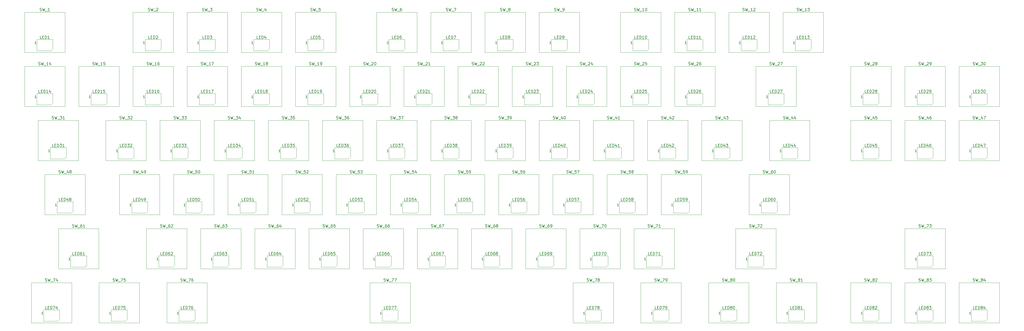
<source format=gbr>
%TF.GenerationSoftware,KiCad,Pcbnew,9.0.3*%
%TF.CreationDate,2025-07-24T22:06:14+02:00*%
%TF.ProjectId,Lucenox,4c756365-6e6f-4782-9e6b-696361645f70,rev?*%
%TF.SameCoordinates,Original*%
%TF.FileFunction,Legend,Top*%
%TF.FilePolarity,Positive*%
%FSLAX46Y46*%
G04 Gerber Fmt 4.6, Leading zero omitted, Abs format (unit mm)*
G04 Created by KiCad (PCBNEW 9.0.3) date 2025-07-24 22:06:14*
%MOMM*%
%LPD*%
G01*
G04 APERTURE LIST*
%ADD10C,0.150000*%
%ADD11C,0.120000*%
G04 APERTURE END LIST*
D10*
X268984761Y-126304819D02*
X268508571Y-126304819D01*
X268508571Y-126304819D02*
X268508571Y-125304819D01*
X269318095Y-125781009D02*
X269651428Y-125781009D01*
X269794285Y-126304819D02*
X269318095Y-126304819D01*
X269318095Y-126304819D02*
X269318095Y-125304819D01*
X269318095Y-125304819D02*
X269794285Y-125304819D01*
X270222857Y-126304819D02*
X270222857Y-125304819D01*
X270222857Y-125304819D02*
X270460952Y-125304819D01*
X270460952Y-125304819D02*
X270603809Y-125352438D01*
X270603809Y-125352438D02*
X270699047Y-125447676D01*
X270699047Y-125447676D02*
X270746666Y-125542914D01*
X270746666Y-125542914D02*
X270794285Y-125733390D01*
X270794285Y-125733390D02*
X270794285Y-125876247D01*
X270794285Y-125876247D02*
X270746666Y-126066723D01*
X270746666Y-126066723D02*
X270699047Y-126161961D01*
X270699047Y-126161961D02*
X270603809Y-126257200D01*
X270603809Y-126257200D02*
X270460952Y-126304819D01*
X270460952Y-126304819D02*
X270222857Y-126304819D01*
X271127619Y-125304819D02*
X271794285Y-125304819D01*
X271794285Y-125304819D02*
X271365714Y-126304819D01*
X272699047Y-126304819D02*
X272127619Y-126304819D01*
X272413333Y-126304819D02*
X272413333Y-125304819D01*
X272413333Y-125304819D02*
X272318095Y-125447676D01*
X272318095Y-125447676D02*
X272222857Y-125542914D01*
X272222857Y-125542914D02*
X272127619Y-125590533D01*
X267608571Y-128087295D02*
X267151428Y-128087295D01*
X267380000Y-128087295D02*
X267380000Y-127287295D01*
X267380000Y-127287295D02*
X267303809Y-127401580D01*
X267303809Y-127401580D02*
X267227619Y-127477771D01*
X267227619Y-127477771D02*
X267151428Y-127515866D01*
X301727024Y-40307200D02*
X301869881Y-40354819D01*
X301869881Y-40354819D02*
X302107976Y-40354819D01*
X302107976Y-40354819D02*
X302203214Y-40307200D01*
X302203214Y-40307200D02*
X302250833Y-40259580D01*
X302250833Y-40259580D02*
X302298452Y-40164342D01*
X302298452Y-40164342D02*
X302298452Y-40069104D01*
X302298452Y-40069104D02*
X302250833Y-39973866D01*
X302250833Y-39973866D02*
X302203214Y-39926247D01*
X302203214Y-39926247D02*
X302107976Y-39878628D01*
X302107976Y-39878628D02*
X301917500Y-39831009D01*
X301917500Y-39831009D02*
X301822262Y-39783390D01*
X301822262Y-39783390D02*
X301774643Y-39735771D01*
X301774643Y-39735771D02*
X301727024Y-39640533D01*
X301727024Y-39640533D02*
X301727024Y-39545295D01*
X301727024Y-39545295D02*
X301774643Y-39450057D01*
X301774643Y-39450057D02*
X301822262Y-39402438D01*
X301822262Y-39402438D02*
X301917500Y-39354819D01*
X301917500Y-39354819D02*
X302155595Y-39354819D01*
X302155595Y-39354819D02*
X302298452Y-39402438D01*
X302631786Y-39354819D02*
X302869881Y-40354819D01*
X302869881Y-40354819D02*
X303060357Y-39640533D01*
X303060357Y-39640533D02*
X303250833Y-40354819D01*
X303250833Y-40354819D02*
X303488929Y-39354819D01*
X303631786Y-40450057D02*
X304393690Y-40450057D01*
X305155595Y-40354819D02*
X304584167Y-40354819D01*
X304869881Y-40354819D02*
X304869881Y-39354819D01*
X304869881Y-39354819D02*
X304774643Y-39497676D01*
X304774643Y-39497676D02*
X304679405Y-39592914D01*
X304679405Y-39592914D02*
X304584167Y-39640533D01*
X305536548Y-39450057D02*
X305584167Y-39402438D01*
X305584167Y-39402438D02*
X305679405Y-39354819D01*
X305679405Y-39354819D02*
X305917500Y-39354819D01*
X305917500Y-39354819D02*
X306012738Y-39402438D01*
X306012738Y-39402438D02*
X306060357Y-39450057D01*
X306060357Y-39450057D02*
X306107976Y-39545295D01*
X306107976Y-39545295D02*
X306107976Y-39640533D01*
X306107976Y-39640533D02*
X306060357Y-39783390D01*
X306060357Y-39783390D02*
X305488929Y-40354819D01*
X305488929Y-40354819D02*
X306107976Y-40354819D01*
X268389524Y-116507200D02*
X268532381Y-116554819D01*
X268532381Y-116554819D02*
X268770476Y-116554819D01*
X268770476Y-116554819D02*
X268865714Y-116507200D01*
X268865714Y-116507200D02*
X268913333Y-116459580D01*
X268913333Y-116459580D02*
X268960952Y-116364342D01*
X268960952Y-116364342D02*
X268960952Y-116269104D01*
X268960952Y-116269104D02*
X268913333Y-116173866D01*
X268913333Y-116173866D02*
X268865714Y-116126247D01*
X268865714Y-116126247D02*
X268770476Y-116078628D01*
X268770476Y-116078628D02*
X268580000Y-116031009D01*
X268580000Y-116031009D02*
X268484762Y-115983390D01*
X268484762Y-115983390D02*
X268437143Y-115935771D01*
X268437143Y-115935771D02*
X268389524Y-115840533D01*
X268389524Y-115840533D02*
X268389524Y-115745295D01*
X268389524Y-115745295D02*
X268437143Y-115650057D01*
X268437143Y-115650057D02*
X268484762Y-115602438D01*
X268484762Y-115602438D02*
X268580000Y-115554819D01*
X268580000Y-115554819D02*
X268818095Y-115554819D01*
X268818095Y-115554819D02*
X268960952Y-115602438D01*
X269294286Y-115554819D02*
X269532381Y-116554819D01*
X269532381Y-116554819D02*
X269722857Y-115840533D01*
X269722857Y-115840533D02*
X269913333Y-116554819D01*
X269913333Y-116554819D02*
X270151429Y-115554819D01*
X270294286Y-116650057D02*
X271056190Y-116650057D01*
X271199048Y-115554819D02*
X271865714Y-115554819D01*
X271865714Y-115554819D02*
X271437143Y-116554819D01*
X272770476Y-116554819D02*
X272199048Y-116554819D01*
X272484762Y-116554819D02*
X272484762Y-115554819D01*
X272484762Y-115554819D02*
X272389524Y-115697676D01*
X272389524Y-115697676D02*
X272294286Y-115792914D01*
X272294286Y-115792914D02*
X272199048Y-115840533D01*
X221359761Y-107254819D02*
X220883571Y-107254819D01*
X220883571Y-107254819D02*
X220883571Y-106254819D01*
X221693095Y-106731009D02*
X222026428Y-106731009D01*
X222169285Y-107254819D02*
X221693095Y-107254819D01*
X221693095Y-107254819D02*
X221693095Y-106254819D01*
X221693095Y-106254819D02*
X222169285Y-106254819D01*
X222597857Y-107254819D02*
X222597857Y-106254819D01*
X222597857Y-106254819D02*
X222835952Y-106254819D01*
X222835952Y-106254819D02*
X222978809Y-106302438D01*
X222978809Y-106302438D02*
X223074047Y-106397676D01*
X223074047Y-106397676D02*
X223121666Y-106492914D01*
X223121666Y-106492914D02*
X223169285Y-106683390D01*
X223169285Y-106683390D02*
X223169285Y-106826247D01*
X223169285Y-106826247D02*
X223121666Y-107016723D01*
X223121666Y-107016723D02*
X223074047Y-107111961D01*
X223074047Y-107111961D02*
X222978809Y-107207200D01*
X222978809Y-107207200D02*
X222835952Y-107254819D01*
X222835952Y-107254819D02*
X222597857Y-107254819D01*
X224074047Y-106254819D02*
X223597857Y-106254819D01*
X223597857Y-106254819D02*
X223550238Y-106731009D01*
X223550238Y-106731009D02*
X223597857Y-106683390D01*
X223597857Y-106683390D02*
X223693095Y-106635771D01*
X223693095Y-106635771D02*
X223931190Y-106635771D01*
X223931190Y-106635771D02*
X224026428Y-106683390D01*
X224026428Y-106683390D02*
X224074047Y-106731009D01*
X224074047Y-106731009D02*
X224121666Y-106826247D01*
X224121666Y-106826247D02*
X224121666Y-107064342D01*
X224121666Y-107064342D02*
X224074047Y-107159580D01*
X224074047Y-107159580D02*
X224026428Y-107207200D01*
X224026428Y-107207200D02*
X223931190Y-107254819D01*
X223931190Y-107254819D02*
X223693095Y-107254819D01*
X223693095Y-107254819D02*
X223597857Y-107207200D01*
X223597857Y-107207200D02*
X223550238Y-107159580D01*
X224978809Y-106254819D02*
X224788333Y-106254819D01*
X224788333Y-106254819D02*
X224693095Y-106302438D01*
X224693095Y-106302438D02*
X224645476Y-106350057D01*
X224645476Y-106350057D02*
X224550238Y-106492914D01*
X224550238Y-106492914D02*
X224502619Y-106683390D01*
X224502619Y-106683390D02*
X224502619Y-107064342D01*
X224502619Y-107064342D02*
X224550238Y-107159580D01*
X224550238Y-107159580D02*
X224597857Y-107207200D01*
X224597857Y-107207200D02*
X224693095Y-107254819D01*
X224693095Y-107254819D02*
X224883571Y-107254819D01*
X224883571Y-107254819D02*
X224978809Y-107207200D01*
X224978809Y-107207200D02*
X225026428Y-107159580D01*
X225026428Y-107159580D02*
X225074047Y-107064342D01*
X225074047Y-107064342D02*
X225074047Y-106826247D01*
X225074047Y-106826247D02*
X225026428Y-106731009D01*
X225026428Y-106731009D02*
X224978809Y-106683390D01*
X224978809Y-106683390D02*
X224883571Y-106635771D01*
X224883571Y-106635771D02*
X224693095Y-106635771D01*
X224693095Y-106635771D02*
X224597857Y-106683390D01*
X224597857Y-106683390D02*
X224550238Y-106731009D01*
X224550238Y-106731009D02*
X224502619Y-106826247D01*
X219983571Y-109037295D02*
X219526428Y-109037295D01*
X219755000Y-109037295D02*
X219755000Y-108237295D01*
X219755000Y-108237295D02*
X219678809Y-108351580D01*
X219678809Y-108351580D02*
X219602619Y-108427771D01*
X219602619Y-108427771D02*
X219526428Y-108465866D01*
X344589524Y-78407200D02*
X344732381Y-78454819D01*
X344732381Y-78454819D02*
X344970476Y-78454819D01*
X344970476Y-78454819D02*
X345065714Y-78407200D01*
X345065714Y-78407200D02*
X345113333Y-78359580D01*
X345113333Y-78359580D02*
X345160952Y-78264342D01*
X345160952Y-78264342D02*
X345160952Y-78169104D01*
X345160952Y-78169104D02*
X345113333Y-78073866D01*
X345113333Y-78073866D02*
X345065714Y-78026247D01*
X345065714Y-78026247D02*
X344970476Y-77978628D01*
X344970476Y-77978628D02*
X344780000Y-77931009D01*
X344780000Y-77931009D02*
X344684762Y-77883390D01*
X344684762Y-77883390D02*
X344637143Y-77835771D01*
X344637143Y-77835771D02*
X344589524Y-77740533D01*
X344589524Y-77740533D02*
X344589524Y-77645295D01*
X344589524Y-77645295D02*
X344637143Y-77550057D01*
X344637143Y-77550057D02*
X344684762Y-77502438D01*
X344684762Y-77502438D02*
X344780000Y-77454819D01*
X344780000Y-77454819D02*
X345018095Y-77454819D01*
X345018095Y-77454819D02*
X345160952Y-77502438D01*
X345494286Y-77454819D02*
X345732381Y-78454819D01*
X345732381Y-78454819D02*
X345922857Y-77740533D01*
X345922857Y-77740533D02*
X346113333Y-78454819D01*
X346113333Y-78454819D02*
X346351429Y-77454819D01*
X346494286Y-78550057D02*
X347256190Y-78550057D01*
X347922857Y-77788152D02*
X347922857Y-78454819D01*
X347684762Y-77407200D02*
X347446667Y-78121485D01*
X347446667Y-78121485D02*
X348065714Y-78121485D01*
X348922857Y-77454819D02*
X348446667Y-77454819D01*
X348446667Y-77454819D02*
X348399048Y-77931009D01*
X348399048Y-77931009D02*
X348446667Y-77883390D01*
X348446667Y-77883390D02*
X348541905Y-77835771D01*
X348541905Y-77835771D02*
X348780000Y-77835771D01*
X348780000Y-77835771D02*
X348875238Y-77883390D01*
X348875238Y-77883390D02*
X348922857Y-77931009D01*
X348922857Y-77931009D02*
X348970476Y-78026247D01*
X348970476Y-78026247D02*
X348970476Y-78264342D01*
X348970476Y-78264342D02*
X348922857Y-78359580D01*
X348922857Y-78359580D02*
X348875238Y-78407200D01*
X348875238Y-78407200D02*
X348780000Y-78454819D01*
X348780000Y-78454819D02*
X348541905Y-78454819D01*
X348541905Y-78454819D02*
X348446667Y-78407200D01*
X348446667Y-78407200D02*
X348399048Y-78359580D01*
X55148452Y-50104819D02*
X54672262Y-50104819D01*
X54672262Y-50104819D02*
X54672262Y-49104819D01*
X55481786Y-49581009D02*
X55815119Y-49581009D01*
X55957976Y-50104819D02*
X55481786Y-50104819D01*
X55481786Y-50104819D02*
X55481786Y-49104819D01*
X55481786Y-49104819D02*
X55957976Y-49104819D01*
X56386548Y-50104819D02*
X56386548Y-49104819D01*
X56386548Y-49104819D02*
X56624643Y-49104819D01*
X56624643Y-49104819D02*
X56767500Y-49152438D01*
X56767500Y-49152438D02*
X56862738Y-49247676D01*
X56862738Y-49247676D02*
X56910357Y-49342914D01*
X56910357Y-49342914D02*
X56957976Y-49533390D01*
X56957976Y-49533390D02*
X56957976Y-49676247D01*
X56957976Y-49676247D02*
X56910357Y-49866723D01*
X56910357Y-49866723D02*
X56862738Y-49961961D01*
X56862738Y-49961961D02*
X56767500Y-50057200D01*
X56767500Y-50057200D02*
X56624643Y-50104819D01*
X56624643Y-50104819D02*
X56386548Y-50104819D01*
X57910357Y-50104819D02*
X57338929Y-50104819D01*
X57624643Y-50104819D02*
X57624643Y-49104819D01*
X57624643Y-49104819D02*
X57529405Y-49247676D01*
X57529405Y-49247676D02*
X57434167Y-49342914D01*
X57434167Y-49342914D02*
X57338929Y-49390533D01*
X53296071Y-51887295D02*
X52838928Y-51887295D01*
X53067500Y-51887295D02*
X53067500Y-51087295D01*
X53067500Y-51087295D02*
X52991309Y-51201580D01*
X52991309Y-51201580D02*
X52915119Y-51277771D01*
X52915119Y-51277771D02*
X52838928Y-51315866D01*
X247553561Y-145354819D02*
X247077371Y-145354819D01*
X247077371Y-145354819D02*
X247077371Y-144354819D01*
X247886895Y-144831009D02*
X248220228Y-144831009D01*
X248363085Y-145354819D02*
X247886895Y-145354819D01*
X247886895Y-145354819D02*
X247886895Y-144354819D01*
X247886895Y-144354819D02*
X248363085Y-144354819D01*
X248791657Y-145354819D02*
X248791657Y-144354819D01*
X248791657Y-144354819D02*
X249029752Y-144354819D01*
X249029752Y-144354819D02*
X249172609Y-144402438D01*
X249172609Y-144402438D02*
X249267847Y-144497676D01*
X249267847Y-144497676D02*
X249315466Y-144592914D01*
X249315466Y-144592914D02*
X249363085Y-144783390D01*
X249363085Y-144783390D02*
X249363085Y-144926247D01*
X249363085Y-144926247D02*
X249315466Y-145116723D01*
X249315466Y-145116723D02*
X249267847Y-145211961D01*
X249267847Y-145211961D02*
X249172609Y-145307200D01*
X249172609Y-145307200D02*
X249029752Y-145354819D01*
X249029752Y-145354819D02*
X248791657Y-145354819D01*
X249696419Y-144354819D02*
X250363085Y-144354819D01*
X250363085Y-144354819D02*
X249934514Y-145354819D01*
X250886895Y-144783390D02*
X250791657Y-144735771D01*
X250791657Y-144735771D02*
X250744038Y-144688152D01*
X250744038Y-144688152D02*
X250696419Y-144592914D01*
X250696419Y-144592914D02*
X250696419Y-144545295D01*
X250696419Y-144545295D02*
X250744038Y-144450057D01*
X250744038Y-144450057D02*
X250791657Y-144402438D01*
X250791657Y-144402438D02*
X250886895Y-144354819D01*
X250886895Y-144354819D02*
X251077371Y-144354819D01*
X251077371Y-144354819D02*
X251172609Y-144402438D01*
X251172609Y-144402438D02*
X251220228Y-144450057D01*
X251220228Y-144450057D02*
X251267847Y-144545295D01*
X251267847Y-144545295D02*
X251267847Y-144592914D01*
X251267847Y-144592914D02*
X251220228Y-144688152D01*
X251220228Y-144688152D02*
X251172609Y-144735771D01*
X251172609Y-144735771D02*
X251077371Y-144783390D01*
X251077371Y-144783390D02*
X250886895Y-144783390D01*
X250886895Y-144783390D02*
X250791657Y-144831009D01*
X250791657Y-144831009D02*
X250744038Y-144878628D01*
X250744038Y-144878628D02*
X250696419Y-144973866D01*
X250696419Y-144973866D02*
X250696419Y-145164342D01*
X250696419Y-145164342D02*
X250744038Y-145259580D01*
X250744038Y-145259580D02*
X250791657Y-145307200D01*
X250791657Y-145307200D02*
X250886895Y-145354819D01*
X250886895Y-145354819D02*
X251077371Y-145354819D01*
X251077371Y-145354819D02*
X251172609Y-145307200D01*
X251172609Y-145307200D02*
X251220228Y-145259580D01*
X251220228Y-145259580D02*
X251267847Y-145164342D01*
X251267847Y-145164342D02*
X251267847Y-144973866D01*
X251267847Y-144973866D02*
X251220228Y-144878628D01*
X251220228Y-144878628D02*
X251172609Y-144831009D01*
X251172609Y-144831009D02*
X251077371Y-144783390D01*
X246177371Y-147137295D02*
X245720228Y-147137295D01*
X245948800Y-147137295D02*
X245948800Y-146337295D01*
X245948800Y-146337295D02*
X245872609Y-146451580D01*
X245872609Y-146451580D02*
X245796419Y-146527771D01*
X245796419Y-146527771D02*
X245720228Y-146565866D01*
X318991061Y-145354819D02*
X318514871Y-145354819D01*
X318514871Y-145354819D02*
X318514871Y-144354819D01*
X319324395Y-144831009D02*
X319657728Y-144831009D01*
X319800585Y-145354819D02*
X319324395Y-145354819D01*
X319324395Y-145354819D02*
X319324395Y-144354819D01*
X319324395Y-144354819D02*
X319800585Y-144354819D01*
X320229157Y-145354819D02*
X320229157Y-144354819D01*
X320229157Y-144354819D02*
X320467252Y-144354819D01*
X320467252Y-144354819D02*
X320610109Y-144402438D01*
X320610109Y-144402438D02*
X320705347Y-144497676D01*
X320705347Y-144497676D02*
X320752966Y-144592914D01*
X320752966Y-144592914D02*
X320800585Y-144783390D01*
X320800585Y-144783390D02*
X320800585Y-144926247D01*
X320800585Y-144926247D02*
X320752966Y-145116723D01*
X320752966Y-145116723D02*
X320705347Y-145211961D01*
X320705347Y-145211961D02*
X320610109Y-145307200D01*
X320610109Y-145307200D02*
X320467252Y-145354819D01*
X320467252Y-145354819D02*
X320229157Y-145354819D01*
X321372014Y-144783390D02*
X321276776Y-144735771D01*
X321276776Y-144735771D02*
X321229157Y-144688152D01*
X321229157Y-144688152D02*
X321181538Y-144592914D01*
X321181538Y-144592914D02*
X321181538Y-144545295D01*
X321181538Y-144545295D02*
X321229157Y-144450057D01*
X321229157Y-144450057D02*
X321276776Y-144402438D01*
X321276776Y-144402438D02*
X321372014Y-144354819D01*
X321372014Y-144354819D02*
X321562490Y-144354819D01*
X321562490Y-144354819D02*
X321657728Y-144402438D01*
X321657728Y-144402438D02*
X321705347Y-144450057D01*
X321705347Y-144450057D02*
X321752966Y-144545295D01*
X321752966Y-144545295D02*
X321752966Y-144592914D01*
X321752966Y-144592914D02*
X321705347Y-144688152D01*
X321705347Y-144688152D02*
X321657728Y-144735771D01*
X321657728Y-144735771D02*
X321562490Y-144783390D01*
X321562490Y-144783390D02*
X321372014Y-144783390D01*
X321372014Y-144783390D02*
X321276776Y-144831009D01*
X321276776Y-144831009D02*
X321229157Y-144878628D01*
X321229157Y-144878628D02*
X321181538Y-144973866D01*
X321181538Y-144973866D02*
X321181538Y-145164342D01*
X321181538Y-145164342D02*
X321229157Y-145259580D01*
X321229157Y-145259580D02*
X321276776Y-145307200D01*
X321276776Y-145307200D02*
X321372014Y-145354819D01*
X321372014Y-145354819D02*
X321562490Y-145354819D01*
X321562490Y-145354819D02*
X321657728Y-145307200D01*
X321657728Y-145307200D02*
X321705347Y-145259580D01*
X321705347Y-145259580D02*
X321752966Y-145164342D01*
X321752966Y-145164342D02*
X321752966Y-144973866D01*
X321752966Y-144973866D02*
X321705347Y-144878628D01*
X321705347Y-144878628D02*
X321657728Y-144831009D01*
X321657728Y-144831009D02*
X321562490Y-144783390D01*
X322705347Y-145354819D02*
X322133919Y-145354819D01*
X322419633Y-145354819D02*
X322419633Y-144354819D01*
X322419633Y-144354819D02*
X322324395Y-144497676D01*
X322324395Y-144497676D02*
X322229157Y-144592914D01*
X322229157Y-144592914D02*
X322133919Y-144640533D01*
X317614871Y-147137295D02*
X317157728Y-147137295D01*
X317386300Y-147137295D02*
X317386300Y-146337295D01*
X317386300Y-146337295D02*
X317310109Y-146451580D01*
X317310109Y-146451580D02*
X317233919Y-146527771D01*
X317233919Y-146527771D02*
X317157728Y-146565866D01*
X254697261Y-88204819D02*
X254221071Y-88204819D01*
X254221071Y-88204819D02*
X254221071Y-87204819D01*
X255030595Y-87681009D02*
X255363928Y-87681009D01*
X255506785Y-88204819D02*
X255030595Y-88204819D01*
X255030595Y-88204819D02*
X255030595Y-87204819D01*
X255030595Y-87204819D02*
X255506785Y-87204819D01*
X255935357Y-88204819D02*
X255935357Y-87204819D01*
X255935357Y-87204819D02*
X256173452Y-87204819D01*
X256173452Y-87204819D02*
X256316309Y-87252438D01*
X256316309Y-87252438D02*
X256411547Y-87347676D01*
X256411547Y-87347676D02*
X256459166Y-87442914D01*
X256459166Y-87442914D02*
X256506785Y-87633390D01*
X256506785Y-87633390D02*
X256506785Y-87776247D01*
X256506785Y-87776247D02*
X256459166Y-87966723D01*
X256459166Y-87966723D02*
X256411547Y-88061961D01*
X256411547Y-88061961D02*
X256316309Y-88157200D01*
X256316309Y-88157200D02*
X256173452Y-88204819D01*
X256173452Y-88204819D02*
X255935357Y-88204819D01*
X257363928Y-87538152D02*
X257363928Y-88204819D01*
X257125833Y-87157200D02*
X256887738Y-87871485D01*
X256887738Y-87871485D02*
X257506785Y-87871485D01*
X258411547Y-88204819D02*
X257840119Y-88204819D01*
X258125833Y-88204819D02*
X258125833Y-87204819D01*
X258125833Y-87204819D02*
X258030595Y-87347676D01*
X258030595Y-87347676D02*
X257935357Y-87442914D01*
X257935357Y-87442914D02*
X257840119Y-87490533D01*
X253321071Y-89987295D02*
X252863928Y-89987295D01*
X253092500Y-89987295D02*
X253092500Y-89187295D01*
X253092500Y-89187295D02*
X253016309Y-89301580D01*
X253016309Y-89301580D02*
X252940119Y-89377771D01*
X252940119Y-89377771D02*
X252863928Y-89415866D01*
X177902024Y-78407200D02*
X178044881Y-78454819D01*
X178044881Y-78454819D02*
X178282976Y-78454819D01*
X178282976Y-78454819D02*
X178378214Y-78407200D01*
X178378214Y-78407200D02*
X178425833Y-78359580D01*
X178425833Y-78359580D02*
X178473452Y-78264342D01*
X178473452Y-78264342D02*
X178473452Y-78169104D01*
X178473452Y-78169104D02*
X178425833Y-78073866D01*
X178425833Y-78073866D02*
X178378214Y-78026247D01*
X178378214Y-78026247D02*
X178282976Y-77978628D01*
X178282976Y-77978628D02*
X178092500Y-77931009D01*
X178092500Y-77931009D02*
X177997262Y-77883390D01*
X177997262Y-77883390D02*
X177949643Y-77835771D01*
X177949643Y-77835771D02*
X177902024Y-77740533D01*
X177902024Y-77740533D02*
X177902024Y-77645295D01*
X177902024Y-77645295D02*
X177949643Y-77550057D01*
X177949643Y-77550057D02*
X177997262Y-77502438D01*
X177997262Y-77502438D02*
X178092500Y-77454819D01*
X178092500Y-77454819D02*
X178330595Y-77454819D01*
X178330595Y-77454819D02*
X178473452Y-77502438D01*
X178806786Y-77454819D02*
X179044881Y-78454819D01*
X179044881Y-78454819D02*
X179235357Y-77740533D01*
X179235357Y-77740533D02*
X179425833Y-78454819D01*
X179425833Y-78454819D02*
X179663929Y-77454819D01*
X179806786Y-78550057D02*
X180568690Y-78550057D01*
X180711548Y-77454819D02*
X181330595Y-77454819D01*
X181330595Y-77454819D02*
X180997262Y-77835771D01*
X180997262Y-77835771D02*
X181140119Y-77835771D01*
X181140119Y-77835771D02*
X181235357Y-77883390D01*
X181235357Y-77883390D02*
X181282976Y-77931009D01*
X181282976Y-77931009D02*
X181330595Y-78026247D01*
X181330595Y-78026247D02*
X181330595Y-78264342D01*
X181330595Y-78264342D02*
X181282976Y-78359580D01*
X181282976Y-78359580D02*
X181235357Y-78407200D01*
X181235357Y-78407200D02*
X181140119Y-78454819D01*
X181140119Y-78454819D02*
X180854405Y-78454819D01*
X180854405Y-78454819D02*
X180759167Y-78407200D01*
X180759167Y-78407200D02*
X180711548Y-78359580D01*
X181663929Y-77454819D02*
X182330595Y-77454819D01*
X182330595Y-77454819D02*
X181902024Y-78454819D01*
X92772261Y-69154819D02*
X92296071Y-69154819D01*
X92296071Y-69154819D02*
X92296071Y-68154819D01*
X93105595Y-68631009D02*
X93438928Y-68631009D01*
X93581785Y-69154819D02*
X93105595Y-69154819D01*
X93105595Y-69154819D02*
X93105595Y-68154819D01*
X93105595Y-68154819D02*
X93581785Y-68154819D01*
X94010357Y-69154819D02*
X94010357Y-68154819D01*
X94010357Y-68154819D02*
X94248452Y-68154819D01*
X94248452Y-68154819D02*
X94391309Y-68202438D01*
X94391309Y-68202438D02*
X94486547Y-68297676D01*
X94486547Y-68297676D02*
X94534166Y-68392914D01*
X94534166Y-68392914D02*
X94581785Y-68583390D01*
X94581785Y-68583390D02*
X94581785Y-68726247D01*
X94581785Y-68726247D02*
X94534166Y-68916723D01*
X94534166Y-68916723D02*
X94486547Y-69011961D01*
X94486547Y-69011961D02*
X94391309Y-69107200D01*
X94391309Y-69107200D02*
X94248452Y-69154819D01*
X94248452Y-69154819D02*
X94010357Y-69154819D01*
X95534166Y-69154819D02*
X94962738Y-69154819D01*
X95248452Y-69154819D02*
X95248452Y-68154819D01*
X95248452Y-68154819D02*
X95153214Y-68297676D01*
X95153214Y-68297676D02*
X95057976Y-68392914D01*
X95057976Y-68392914D02*
X94962738Y-68440533D01*
X96391309Y-68154819D02*
X96200833Y-68154819D01*
X96200833Y-68154819D02*
X96105595Y-68202438D01*
X96105595Y-68202438D02*
X96057976Y-68250057D01*
X96057976Y-68250057D02*
X95962738Y-68392914D01*
X95962738Y-68392914D02*
X95915119Y-68583390D01*
X95915119Y-68583390D02*
X95915119Y-68964342D01*
X95915119Y-68964342D02*
X95962738Y-69059580D01*
X95962738Y-69059580D02*
X96010357Y-69107200D01*
X96010357Y-69107200D02*
X96105595Y-69154819D01*
X96105595Y-69154819D02*
X96296071Y-69154819D01*
X96296071Y-69154819D02*
X96391309Y-69107200D01*
X96391309Y-69107200D02*
X96438928Y-69059580D01*
X96438928Y-69059580D02*
X96486547Y-68964342D01*
X96486547Y-68964342D02*
X96486547Y-68726247D01*
X96486547Y-68726247D02*
X96438928Y-68631009D01*
X96438928Y-68631009D02*
X96391309Y-68583390D01*
X96391309Y-68583390D02*
X96296071Y-68535771D01*
X96296071Y-68535771D02*
X96105595Y-68535771D01*
X96105595Y-68535771D02*
X96010357Y-68583390D01*
X96010357Y-68583390D02*
X95962738Y-68631009D01*
X95962738Y-68631009D02*
X95915119Y-68726247D01*
X91396071Y-70937295D02*
X90938928Y-70937295D01*
X91167500Y-70937295D02*
X91167500Y-70137295D01*
X91167500Y-70137295D02*
X91091309Y-70251580D01*
X91091309Y-70251580D02*
X91015119Y-70327771D01*
X91015119Y-70327771D02*
X90938928Y-70365866D01*
X92177024Y-59357200D02*
X92319881Y-59404819D01*
X92319881Y-59404819D02*
X92557976Y-59404819D01*
X92557976Y-59404819D02*
X92653214Y-59357200D01*
X92653214Y-59357200D02*
X92700833Y-59309580D01*
X92700833Y-59309580D02*
X92748452Y-59214342D01*
X92748452Y-59214342D02*
X92748452Y-59119104D01*
X92748452Y-59119104D02*
X92700833Y-59023866D01*
X92700833Y-59023866D02*
X92653214Y-58976247D01*
X92653214Y-58976247D02*
X92557976Y-58928628D01*
X92557976Y-58928628D02*
X92367500Y-58881009D01*
X92367500Y-58881009D02*
X92272262Y-58833390D01*
X92272262Y-58833390D02*
X92224643Y-58785771D01*
X92224643Y-58785771D02*
X92177024Y-58690533D01*
X92177024Y-58690533D02*
X92177024Y-58595295D01*
X92177024Y-58595295D02*
X92224643Y-58500057D01*
X92224643Y-58500057D02*
X92272262Y-58452438D01*
X92272262Y-58452438D02*
X92367500Y-58404819D01*
X92367500Y-58404819D02*
X92605595Y-58404819D01*
X92605595Y-58404819D02*
X92748452Y-58452438D01*
X93081786Y-58404819D02*
X93319881Y-59404819D01*
X93319881Y-59404819D02*
X93510357Y-58690533D01*
X93510357Y-58690533D02*
X93700833Y-59404819D01*
X93700833Y-59404819D02*
X93938929Y-58404819D01*
X94081786Y-59500057D02*
X94843690Y-59500057D01*
X95605595Y-59404819D02*
X95034167Y-59404819D01*
X95319881Y-59404819D02*
X95319881Y-58404819D01*
X95319881Y-58404819D02*
X95224643Y-58547676D01*
X95224643Y-58547676D02*
X95129405Y-58642914D01*
X95129405Y-58642914D02*
X95034167Y-58690533D01*
X96462738Y-58404819D02*
X96272262Y-58404819D01*
X96272262Y-58404819D02*
X96177024Y-58452438D01*
X96177024Y-58452438D02*
X96129405Y-58500057D01*
X96129405Y-58500057D02*
X96034167Y-58642914D01*
X96034167Y-58642914D02*
X95986548Y-58833390D01*
X95986548Y-58833390D02*
X95986548Y-59214342D01*
X95986548Y-59214342D02*
X96034167Y-59309580D01*
X96034167Y-59309580D02*
X96081786Y-59357200D01*
X96081786Y-59357200D02*
X96177024Y-59404819D01*
X96177024Y-59404819D02*
X96367500Y-59404819D01*
X96367500Y-59404819D02*
X96462738Y-59357200D01*
X96462738Y-59357200D02*
X96510357Y-59309580D01*
X96510357Y-59309580D02*
X96557976Y-59214342D01*
X96557976Y-59214342D02*
X96557976Y-58976247D01*
X96557976Y-58976247D02*
X96510357Y-58881009D01*
X96510357Y-58881009D02*
X96462738Y-58833390D01*
X96462738Y-58833390D02*
X96367500Y-58785771D01*
X96367500Y-58785771D02*
X96177024Y-58785771D01*
X96177024Y-58785771D02*
X96081786Y-58833390D01*
X96081786Y-58833390D02*
X96034167Y-58881009D01*
X96034167Y-58881009D02*
X95986548Y-58976247D01*
X308870824Y-97457200D02*
X309013681Y-97504819D01*
X309013681Y-97504819D02*
X309251776Y-97504819D01*
X309251776Y-97504819D02*
X309347014Y-97457200D01*
X309347014Y-97457200D02*
X309394633Y-97409580D01*
X309394633Y-97409580D02*
X309442252Y-97314342D01*
X309442252Y-97314342D02*
X309442252Y-97219104D01*
X309442252Y-97219104D02*
X309394633Y-97123866D01*
X309394633Y-97123866D02*
X309347014Y-97076247D01*
X309347014Y-97076247D02*
X309251776Y-97028628D01*
X309251776Y-97028628D02*
X309061300Y-96981009D01*
X309061300Y-96981009D02*
X308966062Y-96933390D01*
X308966062Y-96933390D02*
X308918443Y-96885771D01*
X308918443Y-96885771D02*
X308870824Y-96790533D01*
X308870824Y-96790533D02*
X308870824Y-96695295D01*
X308870824Y-96695295D02*
X308918443Y-96600057D01*
X308918443Y-96600057D02*
X308966062Y-96552438D01*
X308966062Y-96552438D02*
X309061300Y-96504819D01*
X309061300Y-96504819D02*
X309299395Y-96504819D01*
X309299395Y-96504819D02*
X309442252Y-96552438D01*
X309775586Y-96504819D02*
X310013681Y-97504819D01*
X310013681Y-97504819D02*
X310204157Y-96790533D01*
X310204157Y-96790533D02*
X310394633Y-97504819D01*
X310394633Y-97504819D02*
X310632729Y-96504819D01*
X310775586Y-97600057D02*
X311537490Y-97600057D01*
X312204157Y-96504819D02*
X312013681Y-96504819D01*
X312013681Y-96504819D02*
X311918443Y-96552438D01*
X311918443Y-96552438D02*
X311870824Y-96600057D01*
X311870824Y-96600057D02*
X311775586Y-96742914D01*
X311775586Y-96742914D02*
X311727967Y-96933390D01*
X311727967Y-96933390D02*
X311727967Y-97314342D01*
X311727967Y-97314342D02*
X311775586Y-97409580D01*
X311775586Y-97409580D02*
X311823205Y-97457200D01*
X311823205Y-97457200D02*
X311918443Y-97504819D01*
X311918443Y-97504819D02*
X312108919Y-97504819D01*
X312108919Y-97504819D02*
X312204157Y-97457200D01*
X312204157Y-97457200D02*
X312251776Y-97409580D01*
X312251776Y-97409580D02*
X312299395Y-97314342D01*
X312299395Y-97314342D02*
X312299395Y-97076247D01*
X312299395Y-97076247D02*
X312251776Y-96981009D01*
X312251776Y-96981009D02*
X312204157Y-96933390D01*
X312204157Y-96933390D02*
X312108919Y-96885771D01*
X312108919Y-96885771D02*
X311918443Y-96885771D01*
X311918443Y-96885771D02*
X311823205Y-96933390D01*
X311823205Y-96933390D02*
X311775586Y-96981009D01*
X311775586Y-96981009D02*
X311727967Y-97076247D01*
X312918443Y-96504819D02*
X313013681Y-96504819D01*
X313013681Y-96504819D02*
X313108919Y-96552438D01*
X313108919Y-96552438D02*
X313156538Y-96600057D01*
X313156538Y-96600057D02*
X313204157Y-96695295D01*
X313204157Y-96695295D02*
X313251776Y-96885771D01*
X313251776Y-96885771D02*
X313251776Y-97123866D01*
X313251776Y-97123866D02*
X313204157Y-97314342D01*
X313204157Y-97314342D02*
X313156538Y-97409580D01*
X313156538Y-97409580D02*
X313108919Y-97457200D01*
X313108919Y-97457200D02*
X313013681Y-97504819D01*
X313013681Y-97504819D02*
X312918443Y-97504819D01*
X312918443Y-97504819D02*
X312823205Y-97457200D01*
X312823205Y-97457200D02*
X312775586Y-97409580D01*
X312775586Y-97409580D02*
X312727967Y-97314342D01*
X312727967Y-97314342D02*
X312680348Y-97123866D01*
X312680348Y-97123866D02*
X312680348Y-96885771D01*
X312680348Y-96885771D02*
X312727967Y-96695295D01*
X312727967Y-96695295D02*
X312775586Y-96600057D01*
X312775586Y-96600057D02*
X312823205Y-96552438D01*
X312823205Y-96552438D02*
X312918443Y-96504819D01*
X154684761Y-126304819D02*
X154208571Y-126304819D01*
X154208571Y-126304819D02*
X154208571Y-125304819D01*
X155018095Y-125781009D02*
X155351428Y-125781009D01*
X155494285Y-126304819D02*
X155018095Y-126304819D01*
X155018095Y-126304819D02*
X155018095Y-125304819D01*
X155018095Y-125304819D02*
X155494285Y-125304819D01*
X155922857Y-126304819D02*
X155922857Y-125304819D01*
X155922857Y-125304819D02*
X156160952Y-125304819D01*
X156160952Y-125304819D02*
X156303809Y-125352438D01*
X156303809Y-125352438D02*
X156399047Y-125447676D01*
X156399047Y-125447676D02*
X156446666Y-125542914D01*
X156446666Y-125542914D02*
X156494285Y-125733390D01*
X156494285Y-125733390D02*
X156494285Y-125876247D01*
X156494285Y-125876247D02*
X156446666Y-126066723D01*
X156446666Y-126066723D02*
X156399047Y-126161961D01*
X156399047Y-126161961D02*
X156303809Y-126257200D01*
X156303809Y-126257200D02*
X156160952Y-126304819D01*
X156160952Y-126304819D02*
X155922857Y-126304819D01*
X157351428Y-125304819D02*
X157160952Y-125304819D01*
X157160952Y-125304819D02*
X157065714Y-125352438D01*
X157065714Y-125352438D02*
X157018095Y-125400057D01*
X157018095Y-125400057D02*
X156922857Y-125542914D01*
X156922857Y-125542914D02*
X156875238Y-125733390D01*
X156875238Y-125733390D02*
X156875238Y-126114342D01*
X156875238Y-126114342D02*
X156922857Y-126209580D01*
X156922857Y-126209580D02*
X156970476Y-126257200D01*
X156970476Y-126257200D02*
X157065714Y-126304819D01*
X157065714Y-126304819D02*
X157256190Y-126304819D01*
X157256190Y-126304819D02*
X157351428Y-126257200D01*
X157351428Y-126257200D02*
X157399047Y-126209580D01*
X157399047Y-126209580D02*
X157446666Y-126114342D01*
X157446666Y-126114342D02*
X157446666Y-125876247D01*
X157446666Y-125876247D02*
X157399047Y-125781009D01*
X157399047Y-125781009D02*
X157351428Y-125733390D01*
X157351428Y-125733390D02*
X157256190Y-125685771D01*
X157256190Y-125685771D02*
X157065714Y-125685771D01*
X157065714Y-125685771D02*
X156970476Y-125733390D01*
X156970476Y-125733390D02*
X156922857Y-125781009D01*
X156922857Y-125781009D02*
X156875238Y-125876247D01*
X158351428Y-125304819D02*
X157875238Y-125304819D01*
X157875238Y-125304819D02*
X157827619Y-125781009D01*
X157827619Y-125781009D02*
X157875238Y-125733390D01*
X157875238Y-125733390D02*
X157970476Y-125685771D01*
X157970476Y-125685771D02*
X158208571Y-125685771D01*
X158208571Y-125685771D02*
X158303809Y-125733390D01*
X158303809Y-125733390D02*
X158351428Y-125781009D01*
X158351428Y-125781009D02*
X158399047Y-125876247D01*
X158399047Y-125876247D02*
X158399047Y-126114342D01*
X158399047Y-126114342D02*
X158351428Y-126209580D01*
X158351428Y-126209580D02*
X158303809Y-126257200D01*
X158303809Y-126257200D02*
X158208571Y-126304819D01*
X158208571Y-126304819D02*
X157970476Y-126304819D01*
X157970476Y-126304819D02*
X157875238Y-126257200D01*
X157875238Y-126257200D02*
X157827619Y-126209580D01*
X153308571Y-128087295D02*
X152851428Y-128087295D01*
X153080000Y-128087295D02*
X153080000Y-127287295D01*
X153080000Y-127287295D02*
X153003809Y-127401580D01*
X153003809Y-127401580D02*
X152927619Y-127477771D01*
X152927619Y-127477771D02*
X152851428Y-127515866D01*
X54077024Y-59357200D02*
X54219881Y-59404819D01*
X54219881Y-59404819D02*
X54457976Y-59404819D01*
X54457976Y-59404819D02*
X54553214Y-59357200D01*
X54553214Y-59357200D02*
X54600833Y-59309580D01*
X54600833Y-59309580D02*
X54648452Y-59214342D01*
X54648452Y-59214342D02*
X54648452Y-59119104D01*
X54648452Y-59119104D02*
X54600833Y-59023866D01*
X54600833Y-59023866D02*
X54553214Y-58976247D01*
X54553214Y-58976247D02*
X54457976Y-58928628D01*
X54457976Y-58928628D02*
X54267500Y-58881009D01*
X54267500Y-58881009D02*
X54172262Y-58833390D01*
X54172262Y-58833390D02*
X54124643Y-58785771D01*
X54124643Y-58785771D02*
X54077024Y-58690533D01*
X54077024Y-58690533D02*
X54077024Y-58595295D01*
X54077024Y-58595295D02*
X54124643Y-58500057D01*
X54124643Y-58500057D02*
X54172262Y-58452438D01*
X54172262Y-58452438D02*
X54267500Y-58404819D01*
X54267500Y-58404819D02*
X54505595Y-58404819D01*
X54505595Y-58404819D02*
X54648452Y-58452438D01*
X54981786Y-58404819D02*
X55219881Y-59404819D01*
X55219881Y-59404819D02*
X55410357Y-58690533D01*
X55410357Y-58690533D02*
X55600833Y-59404819D01*
X55600833Y-59404819D02*
X55838929Y-58404819D01*
X55981786Y-59500057D02*
X56743690Y-59500057D01*
X57505595Y-59404819D02*
X56934167Y-59404819D01*
X57219881Y-59404819D02*
X57219881Y-58404819D01*
X57219881Y-58404819D02*
X57124643Y-58547676D01*
X57124643Y-58547676D02*
X57029405Y-58642914D01*
X57029405Y-58642914D02*
X56934167Y-58690533D01*
X58362738Y-58738152D02*
X58362738Y-59404819D01*
X58124643Y-58357200D02*
X57886548Y-59071485D01*
X57886548Y-59071485D02*
X58505595Y-59071485D01*
X304108324Y-116507200D02*
X304251181Y-116554819D01*
X304251181Y-116554819D02*
X304489276Y-116554819D01*
X304489276Y-116554819D02*
X304584514Y-116507200D01*
X304584514Y-116507200D02*
X304632133Y-116459580D01*
X304632133Y-116459580D02*
X304679752Y-116364342D01*
X304679752Y-116364342D02*
X304679752Y-116269104D01*
X304679752Y-116269104D02*
X304632133Y-116173866D01*
X304632133Y-116173866D02*
X304584514Y-116126247D01*
X304584514Y-116126247D02*
X304489276Y-116078628D01*
X304489276Y-116078628D02*
X304298800Y-116031009D01*
X304298800Y-116031009D02*
X304203562Y-115983390D01*
X304203562Y-115983390D02*
X304155943Y-115935771D01*
X304155943Y-115935771D02*
X304108324Y-115840533D01*
X304108324Y-115840533D02*
X304108324Y-115745295D01*
X304108324Y-115745295D02*
X304155943Y-115650057D01*
X304155943Y-115650057D02*
X304203562Y-115602438D01*
X304203562Y-115602438D02*
X304298800Y-115554819D01*
X304298800Y-115554819D02*
X304536895Y-115554819D01*
X304536895Y-115554819D02*
X304679752Y-115602438D01*
X305013086Y-115554819D02*
X305251181Y-116554819D01*
X305251181Y-116554819D02*
X305441657Y-115840533D01*
X305441657Y-115840533D02*
X305632133Y-116554819D01*
X305632133Y-116554819D02*
X305870229Y-115554819D01*
X306013086Y-116650057D02*
X306774990Y-116650057D01*
X306917848Y-115554819D02*
X307584514Y-115554819D01*
X307584514Y-115554819D02*
X307155943Y-116554819D01*
X307917848Y-115650057D02*
X307965467Y-115602438D01*
X307965467Y-115602438D02*
X308060705Y-115554819D01*
X308060705Y-115554819D02*
X308298800Y-115554819D01*
X308298800Y-115554819D02*
X308394038Y-115602438D01*
X308394038Y-115602438D02*
X308441657Y-115650057D01*
X308441657Y-115650057D02*
X308489276Y-115745295D01*
X308489276Y-115745295D02*
X308489276Y-115840533D01*
X308489276Y-115840533D02*
X308441657Y-115983390D01*
X308441657Y-115983390D02*
X307870229Y-116554819D01*
X307870229Y-116554819D02*
X308489276Y-116554819D01*
X197428214Y-40307200D02*
X197571071Y-40354819D01*
X197571071Y-40354819D02*
X197809166Y-40354819D01*
X197809166Y-40354819D02*
X197904404Y-40307200D01*
X197904404Y-40307200D02*
X197952023Y-40259580D01*
X197952023Y-40259580D02*
X197999642Y-40164342D01*
X197999642Y-40164342D02*
X197999642Y-40069104D01*
X197999642Y-40069104D02*
X197952023Y-39973866D01*
X197952023Y-39973866D02*
X197904404Y-39926247D01*
X197904404Y-39926247D02*
X197809166Y-39878628D01*
X197809166Y-39878628D02*
X197618690Y-39831009D01*
X197618690Y-39831009D02*
X197523452Y-39783390D01*
X197523452Y-39783390D02*
X197475833Y-39735771D01*
X197475833Y-39735771D02*
X197428214Y-39640533D01*
X197428214Y-39640533D02*
X197428214Y-39545295D01*
X197428214Y-39545295D02*
X197475833Y-39450057D01*
X197475833Y-39450057D02*
X197523452Y-39402438D01*
X197523452Y-39402438D02*
X197618690Y-39354819D01*
X197618690Y-39354819D02*
X197856785Y-39354819D01*
X197856785Y-39354819D02*
X197999642Y-39402438D01*
X198332976Y-39354819D02*
X198571071Y-40354819D01*
X198571071Y-40354819D02*
X198761547Y-39640533D01*
X198761547Y-39640533D02*
X198952023Y-40354819D01*
X198952023Y-40354819D02*
X199190119Y-39354819D01*
X199332976Y-40450057D02*
X200094880Y-40450057D01*
X200237738Y-39354819D02*
X200904404Y-39354819D01*
X200904404Y-39354819D02*
X200475833Y-40354819D01*
X292202024Y-78407200D02*
X292344881Y-78454819D01*
X292344881Y-78454819D02*
X292582976Y-78454819D01*
X292582976Y-78454819D02*
X292678214Y-78407200D01*
X292678214Y-78407200D02*
X292725833Y-78359580D01*
X292725833Y-78359580D02*
X292773452Y-78264342D01*
X292773452Y-78264342D02*
X292773452Y-78169104D01*
X292773452Y-78169104D02*
X292725833Y-78073866D01*
X292725833Y-78073866D02*
X292678214Y-78026247D01*
X292678214Y-78026247D02*
X292582976Y-77978628D01*
X292582976Y-77978628D02*
X292392500Y-77931009D01*
X292392500Y-77931009D02*
X292297262Y-77883390D01*
X292297262Y-77883390D02*
X292249643Y-77835771D01*
X292249643Y-77835771D02*
X292202024Y-77740533D01*
X292202024Y-77740533D02*
X292202024Y-77645295D01*
X292202024Y-77645295D02*
X292249643Y-77550057D01*
X292249643Y-77550057D02*
X292297262Y-77502438D01*
X292297262Y-77502438D02*
X292392500Y-77454819D01*
X292392500Y-77454819D02*
X292630595Y-77454819D01*
X292630595Y-77454819D02*
X292773452Y-77502438D01*
X293106786Y-77454819D02*
X293344881Y-78454819D01*
X293344881Y-78454819D02*
X293535357Y-77740533D01*
X293535357Y-77740533D02*
X293725833Y-78454819D01*
X293725833Y-78454819D02*
X293963929Y-77454819D01*
X294106786Y-78550057D02*
X294868690Y-78550057D01*
X295535357Y-77788152D02*
X295535357Y-78454819D01*
X295297262Y-77407200D02*
X295059167Y-78121485D01*
X295059167Y-78121485D02*
X295678214Y-78121485D01*
X295963929Y-77454819D02*
X296582976Y-77454819D01*
X296582976Y-77454819D02*
X296249643Y-77835771D01*
X296249643Y-77835771D02*
X296392500Y-77835771D01*
X296392500Y-77835771D02*
X296487738Y-77883390D01*
X296487738Y-77883390D02*
X296535357Y-77931009D01*
X296535357Y-77931009D02*
X296582976Y-78026247D01*
X296582976Y-78026247D02*
X296582976Y-78264342D01*
X296582976Y-78264342D02*
X296535357Y-78359580D01*
X296535357Y-78359580D02*
X296487738Y-78407200D01*
X296487738Y-78407200D02*
X296392500Y-78454819D01*
X296392500Y-78454819D02*
X296106786Y-78454819D01*
X296106786Y-78454819D02*
X296011548Y-78407200D01*
X296011548Y-78407200D02*
X295963929Y-78359580D01*
X282677024Y-40307200D02*
X282819881Y-40354819D01*
X282819881Y-40354819D02*
X283057976Y-40354819D01*
X283057976Y-40354819D02*
X283153214Y-40307200D01*
X283153214Y-40307200D02*
X283200833Y-40259580D01*
X283200833Y-40259580D02*
X283248452Y-40164342D01*
X283248452Y-40164342D02*
X283248452Y-40069104D01*
X283248452Y-40069104D02*
X283200833Y-39973866D01*
X283200833Y-39973866D02*
X283153214Y-39926247D01*
X283153214Y-39926247D02*
X283057976Y-39878628D01*
X283057976Y-39878628D02*
X282867500Y-39831009D01*
X282867500Y-39831009D02*
X282772262Y-39783390D01*
X282772262Y-39783390D02*
X282724643Y-39735771D01*
X282724643Y-39735771D02*
X282677024Y-39640533D01*
X282677024Y-39640533D02*
X282677024Y-39545295D01*
X282677024Y-39545295D02*
X282724643Y-39450057D01*
X282724643Y-39450057D02*
X282772262Y-39402438D01*
X282772262Y-39402438D02*
X282867500Y-39354819D01*
X282867500Y-39354819D02*
X283105595Y-39354819D01*
X283105595Y-39354819D02*
X283248452Y-39402438D01*
X283581786Y-39354819D02*
X283819881Y-40354819D01*
X283819881Y-40354819D02*
X284010357Y-39640533D01*
X284010357Y-39640533D02*
X284200833Y-40354819D01*
X284200833Y-40354819D02*
X284438929Y-39354819D01*
X284581786Y-40450057D02*
X285343690Y-40450057D01*
X286105595Y-40354819D02*
X285534167Y-40354819D01*
X285819881Y-40354819D02*
X285819881Y-39354819D01*
X285819881Y-39354819D02*
X285724643Y-39497676D01*
X285724643Y-39497676D02*
X285629405Y-39592914D01*
X285629405Y-39592914D02*
X285534167Y-39640533D01*
X287057976Y-40354819D02*
X286486548Y-40354819D01*
X286772262Y-40354819D02*
X286772262Y-39354819D01*
X286772262Y-39354819D02*
X286677024Y-39497676D01*
X286677024Y-39497676D02*
X286581786Y-39592914D01*
X286581786Y-39592914D02*
X286486548Y-39640533D01*
X383284761Y-69154819D02*
X382808571Y-69154819D01*
X382808571Y-69154819D02*
X382808571Y-68154819D01*
X383618095Y-68631009D02*
X383951428Y-68631009D01*
X384094285Y-69154819D02*
X383618095Y-69154819D01*
X383618095Y-69154819D02*
X383618095Y-68154819D01*
X383618095Y-68154819D02*
X384094285Y-68154819D01*
X384522857Y-69154819D02*
X384522857Y-68154819D01*
X384522857Y-68154819D02*
X384760952Y-68154819D01*
X384760952Y-68154819D02*
X384903809Y-68202438D01*
X384903809Y-68202438D02*
X384999047Y-68297676D01*
X384999047Y-68297676D02*
X385046666Y-68392914D01*
X385046666Y-68392914D02*
X385094285Y-68583390D01*
X385094285Y-68583390D02*
X385094285Y-68726247D01*
X385094285Y-68726247D02*
X385046666Y-68916723D01*
X385046666Y-68916723D02*
X384999047Y-69011961D01*
X384999047Y-69011961D02*
X384903809Y-69107200D01*
X384903809Y-69107200D02*
X384760952Y-69154819D01*
X384760952Y-69154819D02*
X384522857Y-69154819D01*
X385427619Y-68154819D02*
X386046666Y-68154819D01*
X386046666Y-68154819D02*
X385713333Y-68535771D01*
X385713333Y-68535771D02*
X385856190Y-68535771D01*
X385856190Y-68535771D02*
X385951428Y-68583390D01*
X385951428Y-68583390D02*
X385999047Y-68631009D01*
X385999047Y-68631009D02*
X386046666Y-68726247D01*
X386046666Y-68726247D02*
X386046666Y-68964342D01*
X386046666Y-68964342D02*
X385999047Y-69059580D01*
X385999047Y-69059580D02*
X385951428Y-69107200D01*
X385951428Y-69107200D02*
X385856190Y-69154819D01*
X385856190Y-69154819D02*
X385570476Y-69154819D01*
X385570476Y-69154819D02*
X385475238Y-69107200D01*
X385475238Y-69107200D02*
X385427619Y-69059580D01*
X386665714Y-68154819D02*
X386760952Y-68154819D01*
X386760952Y-68154819D02*
X386856190Y-68202438D01*
X386856190Y-68202438D02*
X386903809Y-68250057D01*
X386903809Y-68250057D02*
X386951428Y-68345295D01*
X386951428Y-68345295D02*
X386999047Y-68535771D01*
X386999047Y-68535771D02*
X386999047Y-68773866D01*
X386999047Y-68773866D02*
X386951428Y-68964342D01*
X386951428Y-68964342D02*
X386903809Y-69059580D01*
X386903809Y-69059580D02*
X386856190Y-69107200D01*
X386856190Y-69107200D02*
X386760952Y-69154819D01*
X386760952Y-69154819D02*
X386665714Y-69154819D01*
X386665714Y-69154819D02*
X386570476Y-69107200D01*
X386570476Y-69107200D02*
X386522857Y-69059580D01*
X386522857Y-69059580D02*
X386475238Y-68964342D01*
X386475238Y-68964342D02*
X386427619Y-68773866D01*
X386427619Y-68773866D02*
X386427619Y-68535771D01*
X386427619Y-68535771D02*
X386475238Y-68345295D01*
X386475238Y-68345295D02*
X386522857Y-68250057D01*
X386522857Y-68250057D02*
X386570476Y-68202438D01*
X386570476Y-68202438D02*
X386665714Y-68154819D01*
X381908571Y-70937295D02*
X381451428Y-70937295D01*
X381680000Y-70937295D02*
X381680000Y-70137295D01*
X381680000Y-70137295D02*
X381603809Y-70251580D01*
X381603809Y-70251580D02*
X381527619Y-70327771D01*
X381527619Y-70327771D02*
X381451428Y-70365866D01*
X245172261Y-69154819D02*
X244696071Y-69154819D01*
X244696071Y-69154819D02*
X244696071Y-68154819D01*
X245505595Y-68631009D02*
X245838928Y-68631009D01*
X245981785Y-69154819D02*
X245505595Y-69154819D01*
X245505595Y-69154819D02*
X245505595Y-68154819D01*
X245505595Y-68154819D02*
X245981785Y-68154819D01*
X246410357Y-69154819D02*
X246410357Y-68154819D01*
X246410357Y-68154819D02*
X246648452Y-68154819D01*
X246648452Y-68154819D02*
X246791309Y-68202438D01*
X246791309Y-68202438D02*
X246886547Y-68297676D01*
X246886547Y-68297676D02*
X246934166Y-68392914D01*
X246934166Y-68392914D02*
X246981785Y-68583390D01*
X246981785Y-68583390D02*
X246981785Y-68726247D01*
X246981785Y-68726247D02*
X246934166Y-68916723D01*
X246934166Y-68916723D02*
X246886547Y-69011961D01*
X246886547Y-69011961D02*
X246791309Y-69107200D01*
X246791309Y-69107200D02*
X246648452Y-69154819D01*
X246648452Y-69154819D02*
X246410357Y-69154819D01*
X247362738Y-68250057D02*
X247410357Y-68202438D01*
X247410357Y-68202438D02*
X247505595Y-68154819D01*
X247505595Y-68154819D02*
X247743690Y-68154819D01*
X247743690Y-68154819D02*
X247838928Y-68202438D01*
X247838928Y-68202438D02*
X247886547Y-68250057D01*
X247886547Y-68250057D02*
X247934166Y-68345295D01*
X247934166Y-68345295D02*
X247934166Y-68440533D01*
X247934166Y-68440533D02*
X247886547Y-68583390D01*
X247886547Y-68583390D02*
X247315119Y-69154819D01*
X247315119Y-69154819D02*
X247934166Y-69154819D01*
X248791309Y-68488152D02*
X248791309Y-69154819D01*
X248553214Y-68107200D02*
X248315119Y-68821485D01*
X248315119Y-68821485D02*
X248934166Y-68821485D01*
X243796071Y-70937295D02*
X243338928Y-70937295D01*
X243567500Y-70937295D02*
X243567500Y-70137295D01*
X243567500Y-70137295D02*
X243491309Y-70251580D01*
X243491309Y-70251580D02*
X243415119Y-70327771D01*
X243415119Y-70327771D02*
X243338928Y-70365866D01*
X102297261Y-88204819D02*
X101821071Y-88204819D01*
X101821071Y-88204819D02*
X101821071Y-87204819D01*
X102630595Y-87681009D02*
X102963928Y-87681009D01*
X103106785Y-88204819D02*
X102630595Y-88204819D01*
X102630595Y-88204819D02*
X102630595Y-87204819D01*
X102630595Y-87204819D02*
X103106785Y-87204819D01*
X103535357Y-88204819D02*
X103535357Y-87204819D01*
X103535357Y-87204819D02*
X103773452Y-87204819D01*
X103773452Y-87204819D02*
X103916309Y-87252438D01*
X103916309Y-87252438D02*
X104011547Y-87347676D01*
X104011547Y-87347676D02*
X104059166Y-87442914D01*
X104059166Y-87442914D02*
X104106785Y-87633390D01*
X104106785Y-87633390D02*
X104106785Y-87776247D01*
X104106785Y-87776247D02*
X104059166Y-87966723D01*
X104059166Y-87966723D02*
X104011547Y-88061961D01*
X104011547Y-88061961D02*
X103916309Y-88157200D01*
X103916309Y-88157200D02*
X103773452Y-88204819D01*
X103773452Y-88204819D02*
X103535357Y-88204819D01*
X104440119Y-87204819D02*
X105059166Y-87204819D01*
X105059166Y-87204819D02*
X104725833Y-87585771D01*
X104725833Y-87585771D02*
X104868690Y-87585771D01*
X104868690Y-87585771D02*
X104963928Y-87633390D01*
X104963928Y-87633390D02*
X105011547Y-87681009D01*
X105011547Y-87681009D02*
X105059166Y-87776247D01*
X105059166Y-87776247D02*
X105059166Y-88014342D01*
X105059166Y-88014342D02*
X105011547Y-88109580D01*
X105011547Y-88109580D02*
X104963928Y-88157200D01*
X104963928Y-88157200D02*
X104868690Y-88204819D01*
X104868690Y-88204819D02*
X104582976Y-88204819D01*
X104582976Y-88204819D02*
X104487738Y-88157200D01*
X104487738Y-88157200D02*
X104440119Y-88109580D01*
X105392500Y-87204819D02*
X106011547Y-87204819D01*
X106011547Y-87204819D02*
X105678214Y-87585771D01*
X105678214Y-87585771D02*
X105821071Y-87585771D01*
X105821071Y-87585771D02*
X105916309Y-87633390D01*
X105916309Y-87633390D02*
X105963928Y-87681009D01*
X105963928Y-87681009D02*
X106011547Y-87776247D01*
X106011547Y-87776247D02*
X106011547Y-88014342D01*
X106011547Y-88014342D02*
X105963928Y-88109580D01*
X105963928Y-88109580D02*
X105916309Y-88157200D01*
X105916309Y-88157200D02*
X105821071Y-88204819D01*
X105821071Y-88204819D02*
X105535357Y-88204819D01*
X105535357Y-88204819D02*
X105440119Y-88157200D01*
X105440119Y-88157200D02*
X105392500Y-88109580D01*
X100921071Y-89987295D02*
X100463928Y-89987295D01*
X100692500Y-89987295D02*
X100692500Y-89187295D01*
X100692500Y-89187295D02*
X100616309Y-89301580D01*
X100616309Y-89301580D02*
X100540119Y-89377771D01*
X100540119Y-89377771D02*
X100463928Y-89415866D01*
X140397261Y-88204819D02*
X139921071Y-88204819D01*
X139921071Y-88204819D02*
X139921071Y-87204819D01*
X140730595Y-87681009D02*
X141063928Y-87681009D01*
X141206785Y-88204819D02*
X140730595Y-88204819D01*
X140730595Y-88204819D02*
X140730595Y-87204819D01*
X140730595Y-87204819D02*
X141206785Y-87204819D01*
X141635357Y-88204819D02*
X141635357Y-87204819D01*
X141635357Y-87204819D02*
X141873452Y-87204819D01*
X141873452Y-87204819D02*
X142016309Y-87252438D01*
X142016309Y-87252438D02*
X142111547Y-87347676D01*
X142111547Y-87347676D02*
X142159166Y-87442914D01*
X142159166Y-87442914D02*
X142206785Y-87633390D01*
X142206785Y-87633390D02*
X142206785Y-87776247D01*
X142206785Y-87776247D02*
X142159166Y-87966723D01*
X142159166Y-87966723D02*
X142111547Y-88061961D01*
X142111547Y-88061961D02*
X142016309Y-88157200D01*
X142016309Y-88157200D02*
X141873452Y-88204819D01*
X141873452Y-88204819D02*
X141635357Y-88204819D01*
X142540119Y-87204819D02*
X143159166Y-87204819D01*
X143159166Y-87204819D02*
X142825833Y-87585771D01*
X142825833Y-87585771D02*
X142968690Y-87585771D01*
X142968690Y-87585771D02*
X143063928Y-87633390D01*
X143063928Y-87633390D02*
X143111547Y-87681009D01*
X143111547Y-87681009D02*
X143159166Y-87776247D01*
X143159166Y-87776247D02*
X143159166Y-88014342D01*
X143159166Y-88014342D02*
X143111547Y-88109580D01*
X143111547Y-88109580D02*
X143063928Y-88157200D01*
X143063928Y-88157200D02*
X142968690Y-88204819D01*
X142968690Y-88204819D02*
X142682976Y-88204819D01*
X142682976Y-88204819D02*
X142587738Y-88157200D01*
X142587738Y-88157200D02*
X142540119Y-88109580D01*
X144063928Y-87204819D02*
X143587738Y-87204819D01*
X143587738Y-87204819D02*
X143540119Y-87681009D01*
X143540119Y-87681009D02*
X143587738Y-87633390D01*
X143587738Y-87633390D02*
X143682976Y-87585771D01*
X143682976Y-87585771D02*
X143921071Y-87585771D01*
X143921071Y-87585771D02*
X144016309Y-87633390D01*
X144016309Y-87633390D02*
X144063928Y-87681009D01*
X144063928Y-87681009D02*
X144111547Y-87776247D01*
X144111547Y-87776247D02*
X144111547Y-88014342D01*
X144111547Y-88014342D02*
X144063928Y-88109580D01*
X144063928Y-88109580D02*
X144016309Y-88157200D01*
X144016309Y-88157200D02*
X143921071Y-88204819D01*
X143921071Y-88204819D02*
X143682976Y-88204819D01*
X143682976Y-88204819D02*
X143587738Y-88157200D01*
X143587738Y-88157200D02*
X143540119Y-88109580D01*
X139021071Y-89987295D02*
X138563928Y-89987295D01*
X138792500Y-89987295D02*
X138792500Y-89187295D01*
X138792500Y-89187295D02*
X138716309Y-89301580D01*
X138716309Y-89301580D02*
X138640119Y-89377771D01*
X138640119Y-89377771D02*
X138563928Y-89415866D01*
X364234761Y-126304819D02*
X363758571Y-126304819D01*
X363758571Y-126304819D02*
X363758571Y-125304819D01*
X364568095Y-125781009D02*
X364901428Y-125781009D01*
X365044285Y-126304819D02*
X364568095Y-126304819D01*
X364568095Y-126304819D02*
X364568095Y-125304819D01*
X364568095Y-125304819D02*
X365044285Y-125304819D01*
X365472857Y-126304819D02*
X365472857Y-125304819D01*
X365472857Y-125304819D02*
X365710952Y-125304819D01*
X365710952Y-125304819D02*
X365853809Y-125352438D01*
X365853809Y-125352438D02*
X365949047Y-125447676D01*
X365949047Y-125447676D02*
X365996666Y-125542914D01*
X365996666Y-125542914D02*
X366044285Y-125733390D01*
X366044285Y-125733390D02*
X366044285Y-125876247D01*
X366044285Y-125876247D02*
X365996666Y-126066723D01*
X365996666Y-126066723D02*
X365949047Y-126161961D01*
X365949047Y-126161961D02*
X365853809Y-126257200D01*
X365853809Y-126257200D02*
X365710952Y-126304819D01*
X365710952Y-126304819D02*
X365472857Y-126304819D01*
X366377619Y-125304819D02*
X367044285Y-125304819D01*
X367044285Y-125304819D02*
X366615714Y-126304819D01*
X367330000Y-125304819D02*
X367949047Y-125304819D01*
X367949047Y-125304819D02*
X367615714Y-125685771D01*
X367615714Y-125685771D02*
X367758571Y-125685771D01*
X367758571Y-125685771D02*
X367853809Y-125733390D01*
X367853809Y-125733390D02*
X367901428Y-125781009D01*
X367901428Y-125781009D02*
X367949047Y-125876247D01*
X367949047Y-125876247D02*
X367949047Y-126114342D01*
X367949047Y-126114342D02*
X367901428Y-126209580D01*
X367901428Y-126209580D02*
X367853809Y-126257200D01*
X367853809Y-126257200D02*
X367758571Y-126304819D01*
X367758571Y-126304819D02*
X367472857Y-126304819D01*
X367472857Y-126304819D02*
X367377619Y-126257200D01*
X367377619Y-126257200D02*
X367330000Y-126209580D01*
X362858571Y-128087295D02*
X362401428Y-128087295D01*
X362630000Y-128087295D02*
X362630000Y-127287295D01*
X362630000Y-127287295D02*
X362553809Y-127401580D01*
X362553809Y-127401580D02*
X362477619Y-127477771D01*
X362477619Y-127477771D02*
X362401428Y-127515866D01*
X131348452Y-50104819D02*
X130872262Y-50104819D01*
X130872262Y-50104819D02*
X130872262Y-49104819D01*
X131681786Y-49581009D02*
X132015119Y-49581009D01*
X132157976Y-50104819D02*
X131681786Y-50104819D01*
X131681786Y-50104819D02*
X131681786Y-49104819D01*
X131681786Y-49104819D02*
X132157976Y-49104819D01*
X132586548Y-50104819D02*
X132586548Y-49104819D01*
X132586548Y-49104819D02*
X132824643Y-49104819D01*
X132824643Y-49104819D02*
X132967500Y-49152438D01*
X132967500Y-49152438D02*
X133062738Y-49247676D01*
X133062738Y-49247676D02*
X133110357Y-49342914D01*
X133110357Y-49342914D02*
X133157976Y-49533390D01*
X133157976Y-49533390D02*
X133157976Y-49676247D01*
X133157976Y-49676247D02*
X133110357Y-49866723D01*
X133110357Y-49866723D02*
X133062738Y-49961961D01*
X133062738Y-49961961D02*
X132967500Y-50057200D01*
X132967500Y-50057200D02*
X132824643Y-50104819D01*
X132824643Y-50104819D02*
X132586548Y-50104819D01*
X134015119Y-49438152D02*
X134015119Y-50104819D01*
X133777024Y-49057200D02*
X133538929Y-49771485D01*
X133538929Y-49771485D02*
X134157976Y-49771485D01*
X129496071Y-51887295D02*
X129038928Y-51887295D01*
X129267500Y-51887295D02*
X129267500Y-51087295D01*
X129267500Y-51087295D02*
X129191309Y-51201580D01*
X129191309Y-51201580D02*
X129115119Y-51277771D01*
X129115119Y-51277771D02*
X129038928Y-51315866D01*
X244577024Y-59357200D02*
X244719881Y-59404819D01*
X244719881Y-59404819D02*
X244957976Y-59404819D01*
X244957976Y-59404819D02*
X245053214Y-59357200D01*
X245053214Y-59357200D02*
X245100833Y-59309580D01*
X245100833Y-59309580D02*
X245148452Y-59214342D01*
X245148452Y-59214342D02*
X245148452Y-59119104D01*
X245148452Y-59119104D02*
X245100833Y-59023866D01*
X245100833Y-59023866D02*
X245053214Y-58976247D01*
X245053214Y-58976247D02*
X244957976Y-58928628D01*
X244957976Y-58928628D02*
X244767500Y-58881009D01*
X244767500Y-58881009D02*
X244672262Y-58833390D01*
X244672262Y-58833390D02*
X244624643Y-58785771D01*
X244624643Y-58785771D02*
X244577024Y-58690533D01*
X244577024Y-58690533D02*
X244577024Y-58595295D01*
X244577024Y-58595295D02*
X244624643Y-58500057D01*
X244624643Y-58500057D02*
X244672262Y-58452438D01*
X244672262Y-58452438D02*
X244767500Y-58404819D01*
X244767500Y-58404819D02*
X245005595Y-58404819D01*
X245005595Y-58404819D02*
X245148452Y-58452438D01*
X245481786Y-58404819D02*
X245719881Y-59404819D01*
X245719881Y-59404819D02*
X245910357Y-58690533D01*
X245910357Y-58690533D02*
X246100833Y-59404819D01*
X246100833Y-59404819D02*
X246338929Y-58404819D01*
X246481786Y-59500057D02*
X247243690Y-59500057D01*
X247434167Y-58500057D02*
X247481786Y-58452438D01*
X247481786Y-58452438D02*
X247577024Y-58404819D01*
X247577024Y-58404819D02*
X247815119Y-58404819D01*
X247815119Y-58404819D02*
X247910357Y-58452438D01*
X247910357Y-58452438D02*
X247957976Y-58500057D01*
X247957976Y-58500057D02*
X248005595Y-58595295D01*
X248005595Y-58595295D02*
X248005595Y-58690533D01*
X248005595Y-58690533D02*
X247957976Y-58833390D01*
X247957976Y-58833390D02*
X247386548Y-59404819D01*
X247386548Y-59404819D02*
X248005595Y-59404819D01*
X248862738Y-58738152D02*
X248862738Y-59404819D01*
X248624643Y-58357200D02*
X248386548Y-59071485D01*
X248386548Y-59071485D02*
X249005595Y-59071485D01*
X382689524Y-135557200D02*
X382832381Y-135604819D01*
X382832381Y-135604819D02*
X383070476Y-135604819D01*
X383070476Y-135604819D02*
X383165714Y-135557200D01*
X383165714Y-135557200D02*
X383213333Y-135509580D01*
X383213333Y-135509580D02*
X383260952Y-135414342D01*
X383260952Y-135414342D02*
X383260952Y-135319104D01*
X383260952Y-135319104D02*
X383213333Y-135223866D01*
X383213333Y-135223866D02*
X383165714Y-135176247D01*
X383165714Y-135176247D02*
X383070476Y-135128628D01*
X383070476Y-135128628D02*
X382880000Y-135081009D01*
X382880000Y-135081009D02*
X382784762Y-135033390D01*
X382784762Y-135033390D02*
X382737143Y-134985771D01*
X382737143Y-134985771D02*
X382689524Y-134890533D01*
X382689524Y-134890533D02*
X382689524Y-134795295D01*
X382689524Y-134795295D02*
X382737143Y-134700057D01*
X382737143Y-134700057D02*
X382784762Y-134652438D01*
X382784762Y-134652438D02*
X382880000Y-134604819D01*
X382880000Y-134604819D02*
X383118095Y-134604819D01*
X383118095Y-134604819D02*
X383260952Y-134652438D01*
X383594286Y-134604819D02*
X383832381Y-135604819D01*
X383832381Y-135604819D02*
X384022857Y-134890533D01*
X384022857Y-134890533D02*
X384213333Y-135604819D01*
X384213333Y-135604819D02*
X384451429Y-134604819D01*
X384594286Y-135700057D02*
X385356190Y-135700057D01*
X385737143Y-135033390D02*
X385641905Y-134985771D01*
X385641905Y-134985771D02*
X385594286Y-134938152D01*
X385594286Y-134938152D02*
X385546667Y-134842914D01*
X385546667Y-134842914D02*
X385546667Y-134795295D01*
X385546667Y-134795295D02*
X385594286Y-134700057D01*
X385594286Y-134700057D02*
X385641905Y-134652438D01*
X385641905Y-134652438D02*
X385737143Y-134604819D01*
X385737143Y-134604819D02*
X385927619Y-134604819D01*
X385927619Y-134604819D02*
X386022857Y-134652438D01*
X386022857Y-134652438D02*
X386070476Y-134700057D01*
X386070476Y-134700057D02*
X386118095Y-134795295D01*
X386118095Y-134795295D02*
X386118095Y-134842914D01*
X386118095Y-134842914D02*
X386070476Y-134938152D01*
X386070476Y-134938152D02*
X386022857Y-134985771D01*
X386022857Y-134985771D02*
X385927619Y-135033390D01*
X385927619Y-135033390D02*
X385737143Y-135033390D01*
X385737143Y-135033390D02*
X385641905Y-135081009D01*
X385641905Y-135081009D02*
X385594286Y-135128628D01*
X385594286Y-135128628D02*
X385546667Y-135223866D01*
X385546667Y-135223866D02*
X385546667Y-135414342D01*
X385546667Y-135414342D02*
X385594286Y-135509580D01*
X385594286Y-135509580D02*
X385641905Y-135557200D01*
X385641905Y-135557200D02*
X385737143Y-135604819D01*
X385737143Y-135604819D02*
X385927619Y-135604819D01*
X385927619Y-135604819D02*
X386022857Y-135557200D01*
X386022857Y-135557200D02*
X386070476Y-135509580D01*
X386070476Y-135509580D02*
X386118095Y-135414342D01*
X386118095Y-135414342D02*
X386118095Y-135223866D01*
X386118095Y-135223866D02*
X386070476Y-135128628D01*
X386070476Y-135128628D02*
X386022857Y-135081009D01*
X386022857Y-135081009D02*
X385927619Y-135033390D01*
X386975238Y-134938152D02*
X386975238Y-135604819D01*
X386737143Y-134557200D02*
X386499048Y-135271485D01*
X386499048Y-135271485D02*
X387118095Y-135271485D01*
X120752024Y-78407200D02*
X120894881Y-78454819D01*
X120894881Y-78454819D02*
X121132976Y-78454819D01*
X121132976Y-78454819D02*
X121228214Y-78407200D01*
X121228214Y-78407200D02*
X121275833Y-78359580D01*
X121275833Y-78359580D02*
X121323452Y-78264342D01*
X121323452Y-78264342D02*
X121323452Y-78169104D01*
X121323452Y-78169104D02*
X121275833Y-78073866D01*
X121275833Y-78073866D02*
X121228214Y-78026247D01*
X121228214Y-78026247D02*
X121132976Y-77978628D01*
X121132976Y-77978628D02*
X120942500Y-77931009D01*
X120942500Y-77931009D02*
X120847262Y-77883390D01*
X120847262Y-77883390D02*
X120799643Y-77835771D01*
X120799643Y-77835771D02*
X120752024Y-77740533D01*
X120752024Y-77740533D02*
X120752024Y-77645295D01*
X120752024Y-77645295D02*
X120799643Y-77550057D01*
X120799643Y-77550057D02*
X120847262Y-77502438D01*
X120847262Y-77502438D02*
X120942500Y-77454819D01*
X120942500Y-77454819D02*
X121180595Y-77454819D01*
X121180595Y-77454819D02*
X121323452Y-77502438D01*
X121656786Y-77454819D02*
X121894881Y-78454819D01*
X121894881Y-78454819D02*
X122085357Y-77740533D01*
X122085357Y-77740533D02*
X122275833Y-78454819D01*
X122275833Y-78454819D02*
X122513929Y-77454819D01*
X122656786Y-78550057D02*
X123418690Y-78550057D01*
X123561548Y-77454819D02*
X124180595Y-77454819D01*
X124180595Y-77454819D02*
X123847262Y-77835771D01*
X123847262Y-77835771D02*
X123990119Y-77835771D01*
X123990119Y-77835771D02*
X124085357Y-77883390D01*
X124085357Y-77883390D02*
X124132976Y-77931009D01*
X124132976Y-77931009D02*
X124180595Y-78026247D01*
X124180595Y-78026247D02*
X124180595Y-78264342D01*
X124180595Y-78264342D02*
X124132976Y-78359580D01*
X124132976Y-78359580D02*
X124085357Y-78407200D01*
X124085357Y-78407200D02*
X123990119Y-78454819D01*
X123990119Y-78454819D02*
X123704405Y-78454819D01*
X123704405Y-78454819D02*
X123609167Y-78407200D01*
X123609167Y-78407200D02*
X123561548Y-78359580D01*
X125037738Y-77788152D02*
X125037738Y-78454819D01*
X124799643Y-77407200D02*
X124561548Y-78121485D01*
X124561548Y-78121485D02*
X125180595Y-78121485D01*
X182664524Y-97457200D02*
X182807381Y-97504819D01*
X182807381Y-97504819D02*
X183045476Y-97504819D01*
X183045476Y-97504819D02*
X183140714Y-97457200D01*
X183140714Y-97457200D02*
X183188333Y-97409580D01*
X183188333Y-97409580D02*
X183235952Y-97314342D01*
X183235952Y-97314342D02*
X183235952Y-97219104D01*
X183235952Y-97219104D02*
X183188333Y-97123866D01*
X183188333Y-97123866D02*
X183140714Y-97076247D01*
X183140714Y-97076247D02*
X183045476Y-97028628D01*
X183045476Y-97028628D02*
X182855000Y-96981009D01*
X182855000Y-96981009D02*
X182759762Y-96933390D01*
X182759762Y-96933390D02*
X182712143Y-96885771D01*
X182712143Y-96885771D02*
X182664524Y-96790533D01*
X182664524Y-96790533D02*
X182664524Y-96695295D01*
X182664524Y-96695295D02*
X182712143Y-96600057D01*
X182712143Y-96600057D02*
X182759762Y-96552438D01*
X182759762Y-96552438D02*
X182855000Y-96504819D01*
X182855000Y-96504819D02*
X183093095Y-96504819D01*
X183093095Y-96504819D02*
X183235952Y-96552438D01*
X183569286Y-96504819D02*
X183807381Y-97504819D01*
X183807381Y-97504819D02*
X183997857Y-96790533D01*
X183997857Y-96790533D02*
X184188333Y-97504819D01*
X184188333Y-97504819D02*
X184426429Y-96504819D01*
X184569286Y-97600057D02*
X185331190Y-97600057D01*
X186045476Y-96504819D02*
X185569286Y-96504819D01*
X185569286Y-96504819D02*
X185521667Y-96981009D01*
X185521667Y-96981009D02*
X185569286Y-96933390D01*
X185569286Y-96933390D02*
X185664524Y-96885771D01*
X185664524Y-96885771D02*
X185902619Y-96885771D01*
X185902619Y-96885771D02*
X185997857Y-96933390D01*
X185997857Y-96933390D02*
X186045476Y-96981009D01*
X186045476Y-96981009D02*
X186093095Y-97076247D01*
X186093095Y-97076247D02*
X186093095Y-97314342D01*
X186093095Y-97314342D02*
X186045476Y-97409580D01*
X186045476Y-97409580D02*
X185997857Y-97457200D01*
X185997857Y-97457200D02*
X185902619Y-97504819D01*
X185902619Y-97504819D02*
X185664524Y-97504819D01*
X185664524Y-97504819D02*
X185569286Y-97457200D01*
X185569286Y-97457200D02*
X185521667Y-97409580D01*
X186950238Y-96838152D02*
X186950238Y-97504819D01*
X186712143Y-96457200D02*
X186474048Y-97171485D01*
X186474048Y-97171485D02*
X187093095Y-97171485D01*
X73722261Y-69154819D02*
X73246071Y-69154819D01*
X73246071Y-69154819D02*
X73246071Y-68154819D01*
X74055595Y-68631009D02*
X74388928Y-68631009D01*
X74531785Y-69154819D02*
X74055595Y-69154819D01*
X74055595Y-69154819D02*
X74055595Y-68154819D01*
X74055595Y-68154819D02*
X74531785Y-68154819D01*
X74960357Y-69154819D02*
X74960357Y-68154819D01*
X74960357Y-68154819D02*
X75198452Y-68154819D01*
X75198452Y-68154819D02*
X75341309Y-68202438D01*
X75341309Y-68202438D02*
X75436547Y-68297676D01*
X75436547Y-68297676D02*
X75484166Y-68392914D01*
X75484166Y-68392914D02*
X75531785Y-68583390D01*
X75531785Y-68583390D02*
X75531785Y-68726247D01*
X75531785Y-68726247D02*
X75484166Y-68916723D01*
X75484166Y-68916723D02*
X75436547Y-69011961D01*
X75436547Y-69011961D02*
X75341309Y-69107200D01*
X75341309Y-69107200D02*
X75198452Y-69154819D01*
X75198452Y-69154819D02*
X74960357Y-69154819D01*
X76484166Y-69154819D02*
X75912738Y-69154819D01*
X76198452Y-69154819D02*
X76198452Y-68154819D01*
X76198452Y-68154819D02*
X76103214Y-68297676D01*
X76103214Y-68297676D02*
X76007976Y-68392914D01*
X76007976Y-68392914D02*
X75912738Y-68440533D01*
X77388928Y-68154819D02*
X76912738Y-68154819D01*
X76912738Y-68154819D02*
X76865119Y-68631009D01*
X76865119Y-68631009D02*
X76912738Y-68583390D01*
X76912738Y-68583390D02*
X77007976Y-68535771D01*
X77007976Y-68535771D02*
X77246071Y-68535771D01*
X77246071Y-68535771D02*
X77341309Y-68583390D01*
X77341309Y-68583390D02*
X77388928Y-68631009D01*
X77388928Y-68631009D02*
X77436547Y-68726247D01*
X77436547Y-68726247D02*
X77436547Y-68964342D01*
X77436547Y-68964342D02*
X77388928Y-69059580D01*
X77388928Y-69059580D02*
X77341309Y-69107200D01*
X77341309Y-69107200D02*
X77246071Y-69154819D01*
X77246071Y-69154819D02*
X77007976Y-69154819D01*
X77007976Y-69154819D02*
X76912738Y-69107200D01*
X76912738Y-69107200D02*
X76865119Y-69059580D01*
X72346071Y-70937295D02*
X71888928Y-70937295D01*
X72117500Y-70937295D02*
X72117500Y-70137295D01*
X72117500Y-70137295D02*
X72041309Y-70251580D01*
X72041309Y-70251580D02*
X71965119Y-70327771D01*
X71965119Y-70327771D02*
X71888928Y-70365866D01*
X87414524Y-97457200D02*
X87557381Y-97504819D01*
X87557381Y-97504819D02*
X87795476Y-97504819D01*
X87795476Y-97504819D02*
X87890714Y-97457200D01*
X87890714Y-97457200D02*
X87938333Y-97409580D01*
X87938333Y-97409580D02*
X87985952Y-97314342D01*
X87985952Y-97314342D02*
X87985952Y-97219104D01*
X87985952Y-97219104D02*
X87938333Y-97123866D01*
X87938333Y-97123866D02*
X87890714Y-97076247D01*
X87890714Y-97076247D02*
X87795476Y-97028628D01*
X87795476Y-97028628D02*
X87605000Y-96981009D01*
X87605000Y-96981009D02*
X87509762Y-96933390D01*
X87509762Y-96933390D02*
X87462143Y-96885771D01*
X87462143Y-96885771D02*
X87414524Y-96790533D01*
X87414524Y-96790533D02*
X87414524Y-96695295D01*
X87414524Y-96695295D02*
X87462143Y-96600057D01*
X87462143Y-96600057D02*
X87509762Y-96552438D01*
X87509762Y-96552438D02*
X87605000Y-96504819D01*
X87605000Y-96504819D02*
X87843095Y-96504819D01*
X87843095Y-96504819D02*
X87985952Y-96552438D01*
X88319286Y-96504819D02*
X88557381Y-97504819D01*
X88557381Y-97504819D02*
X88747857Y-96790533D01*
X88747857Y-96790533D02*
X88938333Y-97504819D01*
X88938333Y-97504819D02*
X89176429Y-96504819D01*
X89319286Y-97600057D02*
X90081190Y-97600057D01*
X90747857Y-96838152D02*
X90747857Y-97504819D01*
X90509762Y-96457200D02*
X90271667Y-97171485D01*
X90271667Y-97171485D02*
X90890714Y-97171485D01*
X91319286Y-97504819D02*
X91509762Y-97504819D01*
X91509762Y-97504819D02*
X91605000Y-97457200D01*
X91605000Y-97457200D02*
X91652619Y-97409580D01*
X91652619Y-97409580D02*
X91747857Y-97266723D01*
X91747857Y-97266723D02*
X91795476Y-97076247D01*
X91795476Y-97076247D02*
X91795476Y-96695295D01*
X91795476Y-96695295D02*
X91747857Y-96600057D01*
X91747857Y-96600057D02*
X91700238Y-96552438D01*
X91700238Y-96552438D02*
X91605000Y-96504819D01*
X91605000Y-96504819D02*
X91414524Y-96504819D01*
X91414524Y-96504819D02*
X91319286Y-96552438D01*
X91319286Y-96552438D02*
X91271667Y-96600057D01*
X91271667Y-96600057D02*
X91224048Y-96695295D01*
X91224048Y-96695295D02*
X91224048Y-96933390D01*
X91224048Y-96933390D02*
X91271667Y-97028628D01*
X91271667Y-97028628D02*
X91319286Y-97076247D01*
X91319286Y-97076247D02*
X91414524Y-97123866D01*
X91414524Y-97123866D02*
X91605000Y-97123866D01*
X91605000Y-97123866D02*
X91700238Y-97076247D01*
X91700238Y-97076247D02*
X91747857Y-97028628D01*
X91747857Y-97028628D02*
X91795476Y-96933390D01*
X97534761Y-126304819D02*
X97058571Y-126304819D01*
X97058571Y-126304819D02*
X97058571Y-125304819D01*
X97868095Y-125781009D02*
X98201428Y-125781009D01*
X98344285Y-126304819D02*
X97868095Y-126304819D01*
X97868095Y-126304819D02*
X97868095Y-125304819D01*
X97868095Y-125304819D02*
X98344285Y-125304819D01*
X98772857Y-126304819D02*
X98772857Y-125304819D01*
X98772857Y-125304819D02*
X99010952Y-125304819D01*
X99010952Y-125304819D02*
X99153809Y-125352438D01*
X99153809Y-125352438D02*
X99249047Y-125447676D01*
X99249047Y-125447676D02*
X99296666Y-125542914D01*
X99296666Y-125542914D02*
X99344285Y-125733390D01*
X99344285Y-125733390D02*
X99344285Y-125876247D01*
X99344285Y-125876247D02*
X99296666Y-126066723D01*
X99296666Y-126066723D02*
X99249047Y-126161961D01*
X99249047Y-126161961D02*
X99153809Y-126257200D01*
X99153809Y-126257200D02*
X99010952Y-126304819D01*
X99010952Y-126304819D02*
X98772857Y-126304819D01*
X100201428Y-125304819D02*
X100010952Y-125304819D01*
X100010952Y-125304819D02*
X99915714Y-125352438D01*
X99915714Y-125352438D02*
X99868095Y-125400057D01*
X99868095Y-125400057D02*
X99772857Y-125542914D01*
X99772857Y-125542914D02*
X99725238Y-125733390D01*
X99725238Y-125733390D02*
X99725238Y-126114342D01*
X99725238Y-126114342D02*
X99772857Y-126209580D01*
X99772857Y-126209580D02*
X99820476Y-126257200D01*
X99820476Y-126257200D02*
X99915714Y-126304819D01*
X99915714Y-126304819D02*
X100106190Y-126304819D01*
X100106190Y-126304819D02*
X100201428Y-126257200D01*
X100201428Y-126257200D02*
X100249047Y-126209580D01*
X100249047Y-126209580D02*
X100296666Y-126114342D01*
X100296666Y-126114342D02*
X100296666Y-125876247D01*
X100296666Y-125876247D02*
X100249047Y-125781009D01*
X100249047Y-125781009D02*
X100201428Y-125733390D01*
X100201428Y-125733390D02*
X100106190Y-125685771D01*
X100106190Y-125685771D02*
X99915714Y-125685771D01*
X99915714Y-125685771D02*
X99820476Y-125733390D01*
X99820476Y-125733390D02*
X99772857Y-125781009D01*
X99772857Y-125781009D02*
X99725238Y-125876247D01*
X100677619Y-125400057D02*
X100725238Y-125352438D01*
X100725238Y-125352438D02*
X100820476Y-125304819D01*
X100820476Y-125304819D02*
X101058571Y-125304819D01*
X101058571Y-125304819D02*
X101153809Y-125352438D01*
X101153809Y-125352438D02*
X101201428Y-125400057D01*
X101201428Y-125400057D02*
X101249047Y-125495295D01*
X101249047Y-125495295D02*
X101249047Y-125590533D01*
X101249047Y-125590533D02*
X101201428Y-125733390D01*
X101201428Y-125733390D02*
X100630000Y-126304819D01*
X100630000Y-126304819D02*
X101249047Y-126304819D01*
X96158571Y-128087295D02*
X95701428Y-128087295D01*
X95930000Y-128087295D02*
X95930000Y-127287295D01*
X95930000Y-127287295D02*
X95853809Y-127401580D01*
X95853809Y-127401580D02*
X95777619Y-127477771D01*
X95777619Y-127477771D02*
X95701428Y-127515866D01*
X273747261Y-88204819D02*
X273271071Y-88204819D01*
X273271071Y-88204819D02*
X273271071Y-87204819D01*
X274080595Y-87681009D02*
X274413928Y-87681009D01*
X274556785Y-88204819D02*
X274080595Y-88204819D01*
X274080595Y-88204819D02*
X274080595Y-87204819D01*
X274080595Y-87204819D02*
X274556785Y-87204819D01*
X274985357Y-88204819D02*
X274985357Y-87204819D01*
X274985357Y-87204819D02*
X275223452Y-87204819D01*
X275223452Y-87204819D02*
X275366309Y-87252438D01*
X275366309Y-87252438D02*
X275461547Y-87347676D01*
X275461547Y-87347676D02*
X275509166Y-87442914D01*
X275509166Y-87442914D02*
X275556785Y-87633390D01*
X275556785Y-87633390D02*
X275556785Y-87776247D01*
X275556785Y-87776247D02*
X275509166Y-87966723D01*
X275509166Y-87966723D02*
X275461547Y-88061961D01*
X275461547Y-88061961D02*
X275366309Y-88157200D01*
X275366309Y-88157200D02*
X275223452Y-88204819D01*
X275223452Y-88204819D02*
X274985357Y-88204819D01*
X276413928Y-87538152D02*
X276413928Y-88204819D01*
X276175833Y-87157200D02*
X275937738Y-87871485D01*
X275937738Y-87871485D02*
X276556785Y-87871485D01*
X276890119Y-87300057D02*
X276937738Y-87252438D01*
X276937738Y-87252438D02*
X277032976Y-87204819D01*
X277032976Y-87204819D02*
X277271071Y-87204819D01*
X277271071Y-87204819D02*
X277366309Y-87252438D01*
X277366309Y-87252438D02*
X277413928Y-87300057D01*
X277413928Y-87300057D02*
X277461547Y-87395295D01*
X277461547Y-87395295D02*
X277461547Y-87490533D01*
X277461547Y-87490533D02*
X277413928Y-87633390D01*
X277413928Y-87633390D02*
X276842500Y-88204819D01*
X276842500Y-88204819D02*
X277461547Y-88204819D01*
X272371071Y-89987295D02*
X271913928Y-89987295D01*
X272142500Y-89987295D02*
X272142500Y-89187295D01*
X272142500Y-89187295D02*
X272066309Y-89301580D01*
X272066309Y-89301580D02*
X271990119Y-89377771D01*
X271990119Y-89377771D02*
X271913928Y-89415866D01*
X364234761Y-88204819D02*
X363758571Y-88204819D01*
X363758571Y-88204819D02*
X363758571Y-87204819D01*
X364568095Y-87681009D02*
X364901428Y-87681009D01*
X365044285Y-88204819D02*
X364568095Y-88204819D01*
X364568095Y-88204819D02*
X364568095Y-87204819D01*
X364568095Y-87204819D02*
X365044285Y-87204819D01*
X365472857Y-88204819D02*
X365472857Y-87204819D01*
X365472857Y-87204819D02*
X365710952Y-87204819D01*
X365710952Y-87204819D02*
X365853809Y-87252438D01*
X365853809Y-87252438D02*
X365949047Y-87347676D01*
X365949047Y-87347676D02*
X365996666Y-87442914D01*
X365996666Y-87442914D02*
X366044285Y-87633390D01*
X366044285Y-87633390D02*
X366044285Y-87776247D01*
X366044285Y-87776247D02*
X365996666Y-87966723D01*
X365996666Y-87966723D02*
X365949047Y-88061961D01*
X365949047Y-88061961D02*
X365853809Y-88157200D01*
X365853809Y-88157200D02*
X365710952Y-88204819D01*
X365710952Y-88204819D02*
X365472857Y-88204819D01*
X366901428Y-87538152D02*
X366901428Y-88204819D01*
X366663333Y-87157200D02*
X366425238Y-87871485D01*
X366425238Y-87871485D02*
X367044285Y-87871485D01*
X367853809Y-87204819D02*
X367663333Y-87204819D01*
X367663333Y-87204819D02*
X367568095Y-87252438D01*
X367568095Y-87252438D02*
X367520476Y-87300057D01*
X367520476Y-87300057D02*
X367425238Y-87442914D01*
X367425238Y-87442914D02*
X367377619Y-87633390D01*
X367377619Y-87633390D02*
X367377619Y-88014342D01*
X367377619Y-88014342D02*
X367425238Y-88109580D01*
X367425238Y-88109580D02*
X367472857Y-88157200D01*
X367472857Y-88157200D02*
X367568095Y-88204819D01*
X367568095Y-88204819D02*
X367758571Y-88204819D01*
X367758571Y-88204819D02*
X367853809Y-88157200D01*
X367853809Y-88157200D02*
X367901428Y-88109580D01*
X367901428Y-88109580D02*
X367949047Y-88014342D01*
X367949047Y-88014342D02*
X367949047Y-87776247D01*
X367949047Y-87776247D02*
X367901428Y-87681009D01*
X367901428Y-87681009D02*
X367853809Y-87633390D01*
X367853809Y-87633390D02*
X367758571Y-87585771D01*
X367758571Y-87585771D02*
X367568095Y-87585771D01*
X367568095Y-87585771D02*
X367472857Y-87633390D01*
X367472857Y-87633390D02*
X367425238Y-87681009D01*
X367425238Y-87681009D02*
X367377619Y-87776247D01*
X362858571Y-89987295D02*
X362401428Y-89987295D01*
X362630000Y-89987295D02*
X362630000Y-89187295D01*
X362630000Y-89187295D02*
X362553809Y-89301580D01*
X362553809Y-89301580D02*
X362477619Y-89377771D01*
X362477619Y-89377771D02*
X362401428Y-89415866D01*
X54672261Y-69154819D02*
X54196071Y-69154819D01*
X54196071Y-69154819D02*
X54196071Y-68154819D01*
X55005595Y-68631009D02*
X55338928Y-68631009D01*
X55481785Y-69154819D02*
X55005595Y-69154819D01*
X55005595Y-69154819D02*
X55005595Y-68154819D01*
X55005595Y-68154819D02*
X55481785Y-68154819D01*
X55910357Y-69154819D02*
X55910357Y-68154819D01*
X55910357Y-68154819D02*
X56148452Y-68154819D01*
X56148452Y-68154819D02*
X56291309Y-68202438D01*
X56291309Y-68202438D02*
X56386547Y-68297676D01*
X56386547Y-68297676D02*
X56434166Y-68392914D01*
X56434166Y-68392914D02*
X56481785Y-68583390D01*
X56481785Y-68583390D02*
X56481785Y-68726247D01*
X56481785Y-68726247D02*
X56434166Y-68916723D01*
X56434166Y-68916723D02*
X56386547Y-69011961D01*
X56386547Y-69011961D02*
X56291309Y-69107200D01*
X56291309Y-69107200D02*
X56148452Y-69154819D01*
X56148452Y-69154819D02*
X55910357Y-69154819D01*
X57434166Y-69154819D02*
X56862738Y-69154819D01*
X57148452Y-69154819D02*
X57148452Y-68154819D01*
X57148452Y-68154819D02*
X57053214Y-68297676D01*
X57053214Y-68297676D02*
X56957976Y-68392914D01*
X56957976Y-68392914D02*
X56862738Y-68440533D01*
X58291309Y-68488152D02*
X58291309Y-69154819D01*
X58053214Y-68107200D02*
X57815119Y-68821485D01*
X57815119Y-68821485D02*
X58434166Y-68821485D01*
X53296071Y-70937295D02*
X52838928Y-70937295D01*
X53067500Y-70937295D02*
X53067500Y-70137295D01*
X53067500Y-70137295D02*
X52991309Y-70251580D01*
X52991309Y-70251580D02*
X52915119Y-70327771D01*
X52915119Y-70327771D02*
X52838928Y-70365866D01*
X149327024Y-59357200D02*
X149469881Y-59404819D01*
X149469881Y-59404819D02*
X149707976Y-59404819D01*
X149707976Y-59404819D02*
X149803214Y-59357200D01*
X149803214Y-59357200D02*
X149850833Y-59309580D01*
X149850833Y-59309580D02*
X149898452Y-59214342D01*
X149898452Y-59214342D02*
X149898452Y-59119104D01*
X149898452Y-59119104D02*
X149850833Y-59023866D01*
X149850833Y-59023866D02*
X149803214Y-58976247D01*
X149803214Y-58976247D02*
X149707976Y-58928628D01*
X149707976Y-58928628D02*
X149517500Y-58881009D01*
X149517500Y-58881009D02*
X149422262Y-58833390D01*
X149422262Y-58833390D02*
X149374643Y-58785771D01*
X149374643Y-58785771D02*
X149327024Y-58690533D01*
X149327024Y-58690533D02*
X149327024Y-58595295D01*
X149327024Y-58595295D02*
X149374643Y-58500057D01*
X149374643Y-58500057D02*
X149422262Y-58452438D01*
X149422262Y-58452438D02*
X149517500Y-58404819D01*
X149517500Y-58404819D02*
X149755595Y-58404819D01*
X149755595Y-58404819D02*
X149898452Y-58452438D01*
X150231786Y-58404819D02*
X150469881Y-59404819D01*
X150469881Y-59404819D02*
X150660357Y-58690533D01*
X150660357Y-58690533D02*
X150850833Y-59404819D01*
X150850833Y-59404819D02*
X151088929Y-58404819D01*
X151231786Y-59500057D02*
X151993690Y-59500057D01*
X152755595Y-59404819D02*
X152184167Y-59404819D01*
X152469881Y-59404819D02*
X152469881Y-58404819D01*
X152469881Y-58404819D02*
X152374643Y-58547676D01*
X152374643Y-58547676D02*
X152279405Y-58642914D01*
X152279405Y-58642914D02*
X152184167Y-58690533D01*
X153231786Y-59404819D02*
X153422262Y-59404819D01*
X153422262Y-59404819D02*
X153517500Y-59357200D01*
X153517500Y-59357200D02*
X153565119Y-59309580D01*
X153565119Y-59309580D02*
X153660357Y-59166723D01*
X153660357Y-59166723D02*
X153707976Y-58976247D01*
X153707976Y-58976247D02*
X153707976Y-58595295D01*
X153707976Y-58595295D02*
X153660357Y-58500057D01*
X153660357Y-58500057D02*
X153612738Y-58452438D01*
X153612738Y-58452438D02*
X153517500Y-58404819D01*
X153517500Y-58404819D02*
X153327024Y-58404819D01*
X153327024Y-58404819D02*
X153231786Y-58452438D01*
X153231786Y-58452438D02*
X153184167Y-58500057D01*
X153184167Y-58500057D02*
X153136548Y-58595295D01*
X153136548Y-58595295D02*
X153136548Y-58833390D01*
X153136548Y-58833390D02*
X153184167Y-58928628D01*
X153184167Y-58928628D02*
X153231786Y-58976247D01*
X153231786Y-58976247D02*
X153327024Y-59023866D01*
X153327024Y-59023866D02*
X153517500Y-59023866D01*
X153517500Y-59023866D02*
X153612738Y-58976247D01*
X153612738Y-58976247D02*
X153660357Y-58928628D01*
X153660357Y-58928628D02*
X153707976Y-58833390D01*
X216478214Y-40307200D02*
X216621071Y-40354819D01*
X216621071Y-40354819D02*
X216859166Y-40354819D01*
X216859166Y-40354819D02*
X216954404Y-40307200D01*
X216954404Y-40307200D02*
X217002023Y-40259580D01*
X217002023Y-40259580D02*
X217049642Y-40164342D01*
X217049642Y-40164342D02*
X217049642Y-40069104D01*
X217049642Y-40069104D02*
X217002023Y-39973866D01*
X217002023Y-39973866D02*
X216954404Y-39926247D01*
X216954404Y-39926247D02*
X216859166Y-39878628D01*
X216859166Y-39878628D02*
X216668690Y-39831009D01*
X216668690Y-39831009D02*
X216573452Y-39783390D01*
X216573452Y-39783390D02*
X216525833Y-39735771D01*
X216525833Y-39735771D02*
X216478214Y-39640533D01*
X216478214Y-39640533D02*
X216478214Y-39545295D01*
X216478214Y-39545295D02*
X216525833Y-39450057D01*
X216525833Y-39450057D02*
X216573452Y-39402438D01*
X216573452Y-39402438D02*
X216668690Y-39354819D01*
X216668690Y-39354819D02*
X216906785Y-39354819D01*
X216906785Y-39354819D02*
X217049642Y-39402438D01*
X217382976Y-39354819D02*
X217621071Y-40354819D01*
X217621071Y-40354819D02*
X217811547Y-39640533D01*
X217811547Y-39640533D02*
X218002023Y-40354819D01*
X218002023Y-40354819D02*
X218240119Y-39354819D01*
X218382976Y-40450057D02*
X219144880Y-40450057D01*
X219525833Y-39783390D02*
X219430595Y-39735771D01*
X219430595Y-39735771D02*
X219382976Y-39688152D01*
X219382976Y-39688152D02*
X219335357Y-39592914D01*
X219335357Y-39592914D02*
X219335357Y-39545295D01*
X219335357Y-39545295D02*
X219382976Y-39450057D01*
X219382976Y-39450057D02*
X219430595Y-39402438D01*
X219430595Y-39402438D02*
X219525833Y-39354819D01*
X219525833Y-39354819D02*
X219716309Y-39354819D01*
X219716309Y-39354819D02*
X219811547Y-39402438D01*
X219811547Y-39402438D02*
X219859166Y-39450057D01*
X219859166Y-39450057D02*
X219906785Y-39545295D01*
X219906785Y-39545295D02*
X219906785Y-39592914D01*
X219906785Y-39592914D02*
X219859166Y-39688152D01*
X219859166Y-39688152D02*
X219811547Y-39735771D01*
X219811547Y-39735771D02*
X219716309Y-39783390D01*
X219716309Y-39783390D02*
X219525833Y-39783390D01*
X219525833Y-39783390D02*
X219430595Y-39831009D01*
X219430595Y-39831009D02*
X219382976Y-39878628D01*
X219382976Y-39878628D02*
X219335357Y-39973866D01*
X219335357Y-39973866D02*
X219335357Y-40164342D01*
X219335357Y-40164342D02*
X219382976Y-40259580D01*
X219382976Y-40259580D02*
X219430595Y-40307200D01*
X219430595Y-40307200D02*
X219525833Y-40354819D01*
X219525833Y-40354819D02*
X219716309Y-40354819D01*
X219716309Y-40354819D02*
X219811547Y-40307200D01*
X219811547Y-40307200D02*
X219859166Y-40259580D01*
X219859166Y-40259580D02*
X219906785Y-40164342D01*
X219906785Y-40164342D02*
X219906785Y-39973866D01*
X219906785Y-39973866D02*
X219859166Y-39878628D01*
X219859166Y-39878628D02*
X219811547Y-39831009D01*
X219811547Y-39831009D02*
X219716309Y-39783390D01*
X282677024Y-59357200D02*
X282819881Y-59404819D01*
X282819881Y-59404819D02*
X283057976Y-59404819D01*
X283057976Y-59404819D02*
X283153214Y-59357200D01*
X283153214Y-59357200D02*
X283200833Y-59309580D01*
X283200833Y-59309580D02*
X283248452Y-59214342D01*
X283248452Y-59214342D02*
X283248452Y-59119104D01*
X283248452Y-59119104D02*
X283200833Y-59023866D01*
X283200833Y-59023866D02*
X283153214Y-58976247D01*
X283153214Y-58976247D02*
X283057976Y-58928628D01*
X283057976Y-58928628D02*
X282867500Y-58881009D01*
X282867500Y-58881009D02*
X282772262Y-58833390D01*
X282772262Y-58833390D02*
X282724643Y-58785771D01*
X282724643Y-58785771D02*
X282677024Y-58690533D01*
X282677024Y-58690533D02*
X282677024Y-58595295D01*
X282677024Y-58595295D02*
X282724643Y-58500057D01*
X282724643Y-58500057D02*
X282772262Y-58452438D01*
X282772262Y-58452438D02*
X282867500Y-58404819D01*
X282867500Y-58404819D02*
X283105595Y-58404819D01*
X283105595Y-58404819D02*
X283248452Y-58452438D01*
X283581786Y-58404819D02*
X283819881Y-59404819D01*
X283819881Y-59404819D02*
X284010357Y-58690533D01*
X284010357Y-58690533D02*
X284200833Y-59404819D01*
X284200833Y-59404819D02*
X284438929Y-58404819D01*
X284581786Y-59500057D02*
X285343690Y-59500057D01*
X285534167Y-58500057D02*
X285581786Y-58452438D01*
X285581786Y-58452438D02*
X285677024Y-58404819D01*
X285677024Y-58404819D02*
X285915119Y-58404819D01*
X285915119Y-58404819D02*
X286010357Y-58452438D01*
X286010357Y-58452438D02*
X286057976Y-58500057D01*
X286057976Y-58500057D02*
X286105595Y-58595295D01*
X286105595Y-58595295D02*
X286105595Y-58690533D01*
X286105595Y-58690533D02*
X286057976Y-58833390D01*
X286057976Y-58833390D02*
X285486548Y-59404819D01*
X285486548Y-59404819D02*
X286105595Y-59404819D01*
X286962738Y-58404819D02*
X286772262Y-58404819D01*
X286772262Y-58404819D02*
X286677024Y-58452438D01*
X286677024Y-58452438D02*
X286629405Y-58500057D01*
X286629405Y-58500057D02*
X286534167Y-58642914D01*
X286534167Y-58642914D02*
X286486548Y-58833390D01*
X286486548Y-58833390D02*
X286486548Y-59214342D01*
X286486548Y-59214342D02*
X286534167Y-59309580D01*
X286534167Y-59309580D02*
X286581786Y-59357200D01*
X286581786Y-59357200D02*
X286677024Y-59404819D01*
X286677024Y-59404819D02*
X286867500Y-59404819D01*
X286867500Y-59404819D02*
X286962738Y-59357200D01*
X286962738Y-59357200D02*
X287010357Y-59309580D01*
X287010357Y-59309580D02*
X287057976Y-59214342D01*
X287057976Y-59214342D02*
X287057976Y-58976247D01*
X287057976Y-58976247D02*
X287010357Y-58881009D01*
X287010357Y-58881009D02*
X286962738Y-58833390D01*
X286962738Y-58833390D02*
X286867500Y-58785771D01*
X286867500Y-58785771D02*
X286677024Y-58785771D01*
X286677024Y-58785771D02*
X286581786Y-58833390D01*
X286581786Y-58833390D02*
X286534167Y-58881009D01*
X286534167Y-58881009D02*
X286486548Y-58976247D01*
X93248452Y-50104819D02*
X92772262Y-50104819D01*
X92772262Y-50104819D02*
X92772262Y-49104819D01*
X93581786Y-49581009D02*
X93915119Y-49581009D01*
X94057976Y-50104819D02*
X93581786Y-50104819D01*
X93581786Y-50104819D02*
X93581786Y-49104819D01*
X93581786Y-49104819D02*
X94057976Y-49104819D01*
X94486548Y-50104819D02*
X94486548Y-49104819D01*
X94486548Y-49104819D02*
X94724643Y-49104819D01*
X94724643Y-49104819D02*
X94867500Y-49152438D01*
X94867500Y-49152438D02*
X94962738Y-49247676D01*
X94962738Y-49247676D02*
X95010357Y-49342914D01*
X95010357Y-49342914D02*
X95057976Y-49533390D01*
X95057976Y-49533390D02*
X95057976Y-49676247D01*
X95057976Y-49676247D02*
X95010357Y-49866723D01*
X95010357Y-49866723D02*
X94962738Y-49961961D01*
X94962738Y-49961961D02*
X94867500Y-50057200D01*
X94867500Y-50057200D02*
X94724643Y-50104819D01*
X94724643Y-50104819D02*
X94486548Y-50104819D01*
X95438929Y-49200057D02*
X95486548Y-49152438D01*
X95486548Y-49152438D02*
X95581786Y-49104819D01*
X95581786Y-49104819D02*
X95819881Y-49104819D01*
X95819881Y-49104819D02*
X95915119Y-49152438D01*
X95915119Y-49152438D02*
X95962738Y-49200057D01*
X95962738Y-49200057D02*
X96010357Y-49295295D01*
X96010357Y-49295295D02*
X96010357Y-49390533D01*
X96010357Y-49390533D02*
X95962738Y-49533390D01*
X95962738Y-49533390D02*
X95391310Y-50104819D01*
X95391310Y-50104819D02*
X96010357Y-50104819D01*
X91396071Y-51887295D02*
X90938928Y-51887295D01*
X91167500Y-51887295D02*
X91167500Y-51087295D01*
X91167500Y-51087295D02*
X91091309Y-51201580D01*
X91091309Y-51201580D02*
X91015119Y-51277771D01*
X91015119Y-51277771D02*
X90938928Y-51315866D01*
X320777024Y-40307200D02*
X320919881Y-40354819D01*
X320919881Y-40354819D02*
X321157976Y-40354819D01*
X321157976Y-40354819D02*
X321253214Y-40307200D01*
X321253214Y-40307200D02*
X321300833Y-40259580D01*
X321300833Y-40259580D02*
X321348452Y-40164342D01*
X321348452Y-40164342D02*
X321348452Y-40069104D01*
X321348452Y-40069104D02*
X321300833Y-39973866D01*
X321300833Y-39973866D02*
X321253214Y-39926247D01*
X321253214Y-39926247D02*
X321157976Y-39878628D01*
X321157976Y-39878628D02*
X320967500Y-39831009D01*
X320967500Y-39831009D02*
X320872262Y-39783390D01*
X320872262Y-39783390D02*
X320824643Y-39735771D01*
X320824643Y-39735771D02*
X320777024Y-39640533D01*
X320777024Y-39640533D02*
X320777024Y-39545295D01*
X320777024Y-39545295D02*
X320824643Y-39450057D01*
X320824643Y-39450057D02*
X320872262Y-39402438D01*
X320872262Y-39402438D02*
X320967500Y-39354819D01*
X320967500Y-39354819D02*
X321205595Y-39354819D01*
X321205595Y-39354819D02*
X321348452Y-39402438D01*
X321681786Y-39354819D02*
X321919881Y-40354819D01*
X321919881Y-40354819D02*
X322110357Y-39640533D01*
X322110357Y-39640533D02*
X322300833Y-40354819D01*
X322300833Y-40354819D02*
X322538929Y-39354819D01*
X322681786Y-40450057D02*
X323443690Y-40450057D01*
X324205595Y-40354819D02*
X323634167Y-40354819D01*
X323919881Y-40354819D02*
X323919881Y-39354819D01*
X323919881Y-39354819D02*
X323824643Y-39497676D01*
X323824643Y-39497676D02*
X323729405Y-39592914D01*
X323729405Y-39592914D02*
X323634167Y-39640533D01*
X324538929Y-39354819D02*
X325157976Y-39354819D01*
X325157976Y-39354819D02*
X324824643Y-39735771D01*
X324824643Y-39735771D02*
X324967500Y-39735771D01*
X324967500Y-39735771D02*
X325062738Y-39783390D01*
X325062738Y-39783390D02*
X325110357Y-39831009D01*
X325110357Y-39831009D02*
X325157976Y-39926247D01*
X325157976Y-39926247D02*
X325157976Y-40164342D01*
X325157976Y-40164342D02*
X325110357Y-40259580D01*
X325110357Y-40259580D02*
X325062738Y-40307200D01*
X325062738Y-40307200D02*
X324967500Y-40354819D01*
X324967500Y-40354819D02*
X324681786Y-40354819D01*
X324681786Y-40354819D02*
X324586548Y-40307200D01*
X324586548Y-40307200D02*
X324538929Y-40259580D01*
X83247261Y-88204819D02*
X82771071Y-88204819D01*
X82771071Y-88204819D02*
X82771071Y-87204819D01*
X83580595Y-87681009D02*
X83913928Y-87681009D01*
X84056785Y-88204819D02*
X83580595Y-88204819D01*
X83580595Y-88204819D02*
X83580595Y-87204819D01*
X83580595Y-87204819D02*
X84056785Y-87204819D01*
X84485357Y-88204819D02*
X84485357Y-87204819D01*
X84485357Y-87204819D02*
X84723452Y-87204819D01*
X84723452Y-87204819D02*
X84866309Y-87252438D01*
X84866309Y-87252438D02*
X84961547Y-87347676D01*
X84961547Y-87347676D02*
X85009166Y-87442914D01*
X85009166Y-87442914D02*
X85056785Y-87633390D01*
X85056785Y-87633390D02*
X85056785Y-87776247D01*
X85056785Y-87776247D02*
X85009166Y-87966723D01*
X85009166Y-87966723D02*
X84961547Y-88061961D01*
X84961547Y-88061961D02*
X84866309Y-88157200D01*
X84866309Y-88157200D02*
X84723452Y-88204819D01*
X84723452Y-88204819D02*
X84485357Y-88204819D01*
X85390119Y-87204819D02*
X86009166Y-87204819D01*
X86009166Y-87204819D02*
X85675833Y-87585771D01*
X85675833Y-87585771D02*
X85818690Y-87585771D01*
X85818690Y-87585771D02*
X85913928Y-87633390D01*
X85913928Y-87633390D02*
X85961547Y-87681009D01*
X85961547Y-87681009D02*
X86009166Y-87776247D01*
X86009166Y-87776247D02*
X86009166Y-88014342D01*
X86009166Y-88014342D02*
X85961547Y-88109580D01*
X85961547Y-88109580D02*
X85913928Y-88157200D01*
X85913928Y-88157200D02*
X85818690Y-88204819D01*
X85818690Y-88204819D02*
X85532976Y-88204819D01*
X85532976Y-88204819D02*
X85437738Y-88157200D01*
X85437738Y-88157200D02*
X85390119Y-88109580D01*
X86390119Y-87300057D02*
X86437738Y-87252438D01*
X86437738Y-87252438D02*
X86532976Y-87204819D01*
X86532976Y-87204819D02*
X86771071Y-87204819D01*
X86771071Y-87204819D02*
X86866309Y-87252438D01*
X86866309Y-87252438D02*
X86913928Y-87300057D01*
X86913928Y-87300057D02*
X86961547Y-87395295D01*
X86961547Y-87395295D02*
X86961547Y-87490533D01*
X86961547Y-87490533D02*
X86913928Y-87633390D01*
X86913928Y-87633390D02*
X86342500Y-88204819D01*
X86342500Y-88204819D02*
X86961547Y-88204819D01*
X81871071Y-89987295D02*
X81413928Y-89987295D01*
X81642500Y-89987295D02*
X81642500Y-89187295D01*
X81642500Y-89187295D02*
X81566309Y-89301580D01*
X81566309Y-89301580D02*
X81490119Y-89377771D01*
X81490119Y-89377771D02*
X81413928Y-89415866D01*
X226122261Y-69154819D02*
X225646071Y-69154819D01*
X225646071Y-69154819D02*
X225646071Y-68154819D01*
X226455595Y-68631009D02*
X226788928Y-68631009D01*
X226931785Y-69154819D02*
X226455595Y-69154819D01*
X226455595Y-69154819D02*
X226455595Y-68154819D01*
X226455595Y-68154819D02*
X226931785Y-68154819D01*
X227360357Y-69154819D02*
X227360357Y-68154819D01*
X227360357Y-68154819D02*
X227598452Y-68154819D01*
X227598452Y-68154819D02*
X227741309Y-68202438D01*
X227741309Y-68202438D02*
X227836547Y-68297676D01*
X227836547Y-68297676D02*
X227884166Y-68392914D01*
X227884166Y-68392914D02*
X227931785Y-68583390D01*
X227931785Y-68583390D02*
X227931785Y-68726247D01*
X227931785Y-68726247D02*
X227884166Y-68916723D01*
X227884166Y-68916723D02*
X227836547Y-69011961D01*
X227836547Y-69011961D02*
X227741309Y-69107200D01*
X227741309Y-69107200D02*
X227598452Y-69154819D01*
X227598452Y-69154819D02*
X227360357Y-69154819D01*
X228312738Y-68250057D02*
X228360357Y-68202438D01*
X228360357Y-68202438D02*
X228455595Y-68154819D01*
X228455595Y-68154819D02*
X228693690Y-68154819D01*
X228693690Y-68154819D02*
X228788928Y-68202438D01*
X228788928Y-68202438D02*
X228836547Y-68250057D01*
X228836547Y-68250057D02*
X228884166Y-68345295D01*
X228884166Y-68345295D02*
X228884166Y-68440533D01*
X228884166Y-68440533D02*
X228836547Y-68583390D01*
X228836547Y-68583390D02*
X228265119Y-69154819D01*
X228265119Y-69154819D02*
X228884166Y-69154819D01*
X229217500Y-68154819D02*
X229836547Y-68154819D01*
X229836547Y-68154819D02*
X229503214Y-68535771D01*
X229503214Y-68535771D02*
X229646071Y-68535771D01*
X229646071Y-68535771D02*
X229741309Y-68583390D01*
X229741309Y-68583390D02*
X229788928Y-68631009D01*
X229788928Y-68631009D02*
X229836547Y-68726247D01*
X229836547Y-68726247D02*
X229836547Y-68964342D01*
X229836547Y-68964342D02*
X229788928Y-69059580D01*
X229788928Y-69059580D02*
X229741309Y-69107200D01*
X229741309Y-69107200D02*
X229646071Y-69154819D01*
X229646071Y-69154819D02*
X229360357Y-69154819D01*
X229360357Y-69154819D02*
X229265119Y-69107200D01*
X229265119Y-69107200D02*
X229217500Y-69059580D01*
X224746071Y-70937295D02*
X224288928Y-70937295D01*
X224517500Y-70937295D02*
X224517500Y-70137295D01*
X224517500Y-70137295D02*
X224441309Y-70251580D01*
X224441309Y-70251580D02*
X224365119Y-70327771D01*
X224365119Y-70327771D02*
X224288928Y-70365866D01*
X101702024Y-78407200D02*
X101844881Y-78454819D01*
X101844881Y-78454819D02*
X102082976Y-78454819D01*
X102082976Y-78454819D02*
X102178214Y-78407200D01*
X102178214Y-78407200D02*
X102225833Y-78359580D01*
X102225833Y-78359580D02*
X102273452Y-78264342D01*
X102273452Y-78264342D02*
X102273452Y-78169104D01*
X102273452Y-78169104D02*
X102225833Y-78073866D01*
X102225833Y-78073866D02*
X102178214Y-78026247D01*
X102178214Y-78026247D02*
X102082976Y-77978628D01*
X102082976Y-77978628D02*
X101892500Y-77931009D01*
X101892500Y-77931009D02*
X101797262Y-77883390D01*
X101797262Y-77883390D02*
X101749643Y-77835771D01*
X101749643Y-77835771D02*
X101702024Y-77740533D01*
X101702024Y-77740533D02*
X101702024Y-77645295D01*
X101702024Y-77645295D02*
X101749643Y-77550057D01*
X101749643Y-77550057D02*
X101797262Y-77502438D01*
X101797262Y-77502438D02*
X101892500Y-77454819D01*
X101892500Y-77454819D02*
X102130595Y-77454819D01*
X102130595Y-77454819D02*
X102273452Y-77502438D01*
X102606786Y-77454819D02*
X102844881Y-78454819D01*
X102844881Y-78454819D02*
X103035357Y-77740533D01*
X103035357Y-77740533D02*
X103225833Y-78454819D01*
X103225833Y-78454819D02*
X103463929Y-77454819D01*
X103606786Y-78550057D02*
X104368690Y-78550057D01*
X104511548Y-77454819D02*
X105130595Y-77454819D01*
X105130595Y-77454819D02*
X104797262Y-77835771D01*
X104797262Y-77835771D02*
X104940119Y-77835771D01*
X104940119Y-77835771D02*
X105035357Y-77883390D01*
X105035357Y-77883390D02*
X105082976Y-77931009D01*
X105082976Y-77931009D02*
X105130595Y-78026247D01*
X105130595Y-78026247D02*
X105130595Y-78264342D01*
X105130595Y-78264342D02*
X105082976Y-78359580D01*
X105082976Y-78359580D02*
X105035357Y-78407200D01*
X105035357Y-78407200D02*
X104940119Y-78454819D01*
X104940119Y-78454819D02*
X104654405Y-78454819D01*
X104654405Y-78454819D02*
X104559167Y-78407200D01*
X104559167Y-78407200D02*
X104511548Y-78359580D01*
X105463929Y-77454819D02*
X106082976Y-77454819D01*
X106082976Y-77454819D02*
X105749643Y-77835771D01*
X105749643Y-77835771D02*
X105892500Y-77835771D01*
X105892500Y-77835771D02*
X105987738Y-77883390D01*
X105987738Y-77883390D02*
X106035357Y-77931009D01*
X106035357Y-77931009D02*
X106082976Y-78026247D01*
X106082976Y-78026247D02*
X106082976Y-78264342D01*
X106082976Y-78264342D02*
X106035357Y-78359580D01*
X106035357Y-78359580D02*
X105987738Y-78407200D01*
X105987738Y-78407200D02*
X105892500Y-78454819D01*
X105892500Y-78454819D02*
X105606786Y-78454819D01*
X105606786Y-78454819D02*
X105511548Y-78407200D01*
X105511548Y-78407200D02*
X105463929Y-78359580D01*
X258864524Y-97457200D02*
X259007381Y-97504819D01*
X259007381Y-97504819D02*
X259245476Y-97504819D01*
X259245476Y-97504819D02*
X259340714Y-97457200D01*
X259340714Y-97457200D02*
X259388333Y-97409580D01*
X259388333Y-97409580D02*
X259435952Y-97314342D01*
X259435952Y-97314342D02*
X259435952Y-97219104D01*
X259435952Y-97219104D02*
X259388333Y-97123866D01*
X259388333Y-97123866D02*
X259340714Y-97076247D01*
X259340714Y-97076247D02*
X259245476Y-97028628D01*
X259245476Y-97028628D02*
X259055000Y-96981009D01*
X259055000Y-96981009D02*
X258959762Y-96933390D01*
X258959762Y-96933390D02*
X258912143Y-96885771D01*
X258912143Y-96885771D02*
X258864524Y-96790533D01*
X258864524Y-96790533D02*
X258864524Y-96695295D01*
X258864524Y-96695295D02*
X258912143Y-96600057D01*
X258912143Y-96600057D02*
X258959762Y-96552438D01*
X258959762Y-96552438D02*
X259055000Y-96504819D01*
X259055000Y-96504819D02*
X259293095Y-96504819D01*
X259293095Y-96504819D02*
X259435952Y-96552438D01*
X259769286Y-96504819D02*
X260007381Y-97504819D01*
X260007381Y-97504819D02*
X260197857Y-96790533D01*
X260197857Y-96790533D02*
X260388333Y-97504819D01*
X260388333Y-97504819D02*
X260626429Y-96504819D01*
X260769286Y-97600057D02*
X261531190Y-97600057D01*
X262245476Y-96504819D02*
X261769286Y-96504819D01*
X261769286Y-96504819D02*
X261721667Y-96981009D01*
X261721667Y-96981009D02*
X261769286Y-96933390D01*
X261769286Y-96933390D02*
X261864524Y-96885771D01*
X261864524Y-96885771D02*
X262102619Y-96885771D01*
X262102619Y-96885771D02*
X262197857Y-96933390D01*
X262197857Y-96933390D02*
X262245476Y-96981009D01*
X262245476Y-96981009D02*
X262293095Y-97076247D01*
X262293095Y-97076247D02*
X262293095Y-97314342D01*
X262293095Y-97314342D02*
X262245476Y-97409580D01*
X262245476Y-97409580D02*
X262197857Y-97457200D01*
X262197857Y-97457200D02*
X262102619Y-97504819D01*
X262102619Y-97504819D02*
X261864524Y-97504819D01*
X261864524Y-97504819D02*
X261769286Y-97457200D01*
X261769286Y-97457200D02*
X261721667Y-97409580D01*
X262864524Y-96933390D02*
X262769286Y-96885771D01*
X262769286Y-96885771D02*
X262721667Y-96838152D01*
X262721667Y-96838152D02*
X262674048Y-96742914D01*
X262674048Y-96742914D02*
X262674048Y-96695295D01*
X262674048Y-96695295D02*
X262721667Y-96600057D01*
X262721667Y-96600057D02*
X262769286Y-96552438D01*
X262769286Y-96552438D02*
X262864524Y-96504819D01*
X262864524Y-96504819D02*
X263055000Y-96504819D01*
X263055000Y-96504819D02*
X263150238Y-96552438D01*
X263150238Y-96552438D02*
X263197857Y-96600057D01*
X263197857Y-96600057D02*
X263245476Y-96695295D01*
X263245476Y-96695295D02*
X263245476Y-96742914D01*
X263245476Y-96742914D02*
X263197857Y-96838152D01*
X263197857Y-96838152D02*
X263150238Y-96885771D01*
X263150238Y-96885771D02*
X263055000Y-96933390D01*
X263055000Y-96933390D02*
X262864524Y-96933390D01*
X262864524Y-96933390D02*
X262769286Y-96981009D01*
X262769286Y-96981009D02*
X262721667Y-97028628D01*
X262721667Y-97028628D02*
X262674048Y-97123866D01*
X262674048Y-97123866D02*
X262674048Y-97314342D01*
X262674048Y-97314342D02*
X262721667Y-97409580D01*
X262721667Y-97409580D02*
X262769286Y-97457200D01*
X262769286Y-97457200D02*
X262864524Y-97504819D01*
X262864524Y-97504819D02*
X263055000Y-97504819D01*
X263055000Y-97504819D02*
X263150238Y-97457200D01*
X263150238Y-97457200D02*
X263197857Y-97409580D01*
X263197857Y-97409580D02*
X263245476Y-97314342D01*
X263245476Y-97314342D02*
X263245476Y-97123866D01*
X263245476Y-97123866D02*
X263197857Y-97028628D01*
X263197857Y-97028628D02*
X263150238Y-96981009D01*
X263150238Y-96981009D02*
X263055000Y-96933390D01*
X111227024Y-59357200D02*
X111369881Y-59404819D01*
X111369881Y-59404819D02*
X111607976Y-59404819D01*
X111607976Y-59404819D02*
X111703214Y-59357200D01*
X111703214Y-59357200D02*
X111750833Y-59309580D01*
X111750833Y-59309580D02*
X111798452Y-59214342D01*
X111798452Y-59214342D02*
X111798452Y-59119104D01*
X111798452Y-59119104D02*
X111750833Y-59023866D01*
X111750833Y-59023866D02*
X111703214Y-58976247D01*
X111703214Y-58976247D02*
X111607976Y-58928628D01*
X111607976Y-58928628D02*
X111417500Y-58881009D01*
X111417500Y-58881009D02*
X111322262Y-58833390D01*
X111322262Y-58833390D02*
X111274643Y-58785771D01*
X111274643Y-58785771D02*
X111227024Y-58690533D01*
X111227024Y-58690533D02*
X111227024Y-58595295D01*
X111227024Y-58595295D02*
X111274643Y-58500057D01*
X111274643Y-58500057D02*
X111322262Y-58452438D01*
X111322262Y-58452438D02*
X111417500Y-58404819D01*
X111417500Y-58404819D02*
X111655595Y-58404819D01*
X111655595Y-58404819D02*
X111798452Y-58452438D01*
X112131786Y-58404819D02*
X112369881Y-59404819D01*
X112369881Y-59404819D02*
X112560357Y-58690533D01*
X112560357Y-58690533D02*
X112750833Y-59404819D01*
X112750833Y-59404819D02*
X112988929Y-58404819D01*
X113131786Y-59500057D02*
X113893690Y-59500057D01*
X114655595Y-59404819D02*
X114084167Y-59404819D01*
X114369881Y-59404819D02*
X114369881Y-58404819D01*
X114369881Y-58404819D02*
X114274643Y-58547676D01*
X114274643Y-58547676D02*
X114179405Y-58642914D01*
X114179405Y-58642914D02*
X114084167Y-58690533D01*
X114988929Y-58404819D02*
X115655595Y-58404819D01*
X115655595Y-58404819D02*
X115227024Y-59404819D01*
X235528214Y-40307200D02*
X235671071Y-40354819D01*
X235671071Y-40354819D02*
X235909166Y-40354819D01*
X235909166Y-40354819D02*
X236004404Y-40307200D01*
X236004404Y-40307200D02*
X236052023Y-40259580D01*
X236052023Y-40259580D02*
X236099642Y-40164342D01*
X236099642Y-40164342D02*
X236099642Y-40069104D01*
X236099642Y-40069104D02*
X236052023Y-39973866D01*
X236052023Y-39973866D02*
X236004404Y-39926247D01*
X236004404Y-39926247D02*
X235909166Y-39878628D01*
X235909166Y-39878628D02*
X235718690Y-39831009D01*
X235718690Y-39831009D02*
X235623452Y-39783390D01*
X235623452Y-39783390D02*
X235575833Y-39735771D01*
X235575833Y-39735771D02*
X235528214Y-39640533D01*
X235528214Y-39640533D02*
X235528214Y-39545295D01*
X235528214Y-39545295D02*
X235575833Y-39450057D01*
X235575833Y-39450057D02*
X235623452Y-39402438D01*
X235623452Y-39402438D02*
X235718690Y-39354819D01*
X235718690Y-39354819D02*
X235956785Y-39354819D01*
X235956785Y-39354819D02*
X236099642Y-39402438D01*
X236432976Y-39354819D02*
X236671071Y-40354819D01*
X236671071Y-40354819D02*
X236861547Y-39640533D01*
X236861547Y-39640533D02*
X237052023Y-40354819D01*
X237052023Y-40354819D02*
X237290119Y-39354819D01*
X237432976Y-40450057D02*
X238194880Y-40450057D01*
X238480595Y-40354819D02*
X238671071Y-40354819D01*
X238671071Y-40354819D02*
X238766309Y-40307200D01*
X238766309Y-40307200D02*
X238813928Y-40259580D01*
X238813928Y-40259580D02*
X238909166Y-40116723D01*
X238909166Y-40116723D02*
X238956785Y-39926247D01*
X238956785Y-39926247D02*
X238956785Y-39545295D01*
X238956785Y-39545295D02*
X238909166Y-39450057D01*
X238909166Y-39450057D02*
X238861547Y-39402438D01*
X238861547Y-39402438D02*
X238766309Y-39354819D01*
X238766309Y-39354819D02*
X238575833Y-39354819D01*
X238575833Y-39354819D02*
X238480595Y-39402438D01*
X238480595Y-39402438D02*
X238432976Y-39450057D01*
X238432976Y-39450057D02*
X238385357Y-39545295D01*
X238385357Y-39545295D02*
X238385357Y-39783390D01*
X238385357Y-39783390D02*
X238432976Y-39878628D01*
X238432976Y-39878628D02*
X238480595Y-39926247D01*
X238480595Y-39926247D02*
X238575833Y-39973866D01*
X238575833Y-39973866D02*
X238766309Y-39973866D01*
X238766309Y-39973866D02*
X238861547Y-39926247D01*
X238861547Y-39926247D02*
X238909166Y-39878628D01*
X238909166Y-39878628D02*
X238956785Y-39783390D01*
X383284761Y-88204819D02*
X382808571Y-88204819D01*
X382808571Y-88204819D02*
X382808571Y-87204819D01*
X383618095Y-87681009D02*
X383951428Y-87681009D01*
X384094285Y-88204819D02*
X383618095Y-88204819D01*
X383618095Y-88204819D02*
X383618095Y-87204819D01*
X383618095Y-87204819D02*
X384094285Y-87204819D01*
X384522857Y-88204819D02*
X384522857Y-87204819D01*
X384522857Y-87204819D02*
X384760952Y-87204819D01*
X384760952Y-87204819D02*
X384903809Y-87252438D01*
X384903809Y-87252438D02*
X384999047Y-87347676D01*
X384999047Y-87347676D02*
X385046666Y-87442914D01*
X385046666Y-87442914D02*
X385094285Y-87633390D01*
X385094285Y-87633390D02*
X385094285Y-87776247D01*
X385094285Y-87776247D02*
X385046666Y-87966723D01*
X385046666Y-87966723D02*
X384999047Y-88061961D01*
X384999047Y-88061961D02*
X384903809Y-88157200D01*
X384903809Y-88157200D02*
X384760952Y-88204819D01*
X384760952Y-88204819D02*
X384522857Y-88204819D01*
X385951428Y-87538152D02*
X385951428Y-88204819D01*
X385713333Y-87157200D02*
X385475238Y-87871485D01*
X385475238Y-87871485D02*
X386094285Y-87871485D01*
X386380000Y-87204819D02*
X387046666Y-87204819D01*
X387046666Y-87204819D02*
X386618095Y-88204819D01*
X381908571Y-89987295D02*
X381451428Y-89987295D01*
X381680000Y-89987295D02*
X381680000Y-89187295D01*
X381680000Y-89187295D02*
X381603809Y-89301580D01*
X381603809Y-89301580D02*
X381527619Y-89377771D01*
X381527619Y-89377771D02*
X381451428Y-89415866D01*
X80270824Y-135557200D02*
X80413681Y-135604819D01*
X80413681Y-135604819D02*
X80651776Y-135604819D01*
X80651776Y-135604819D02*
X80747014Y-135557200D01*
X80747014Y-135557200D02*
X80794633Y-135509580D01*
X80794633Y-135509580D02*
X80842252Y-135414342D01*
X80842252Y-135414342D02*
X80842252Y-135319104D01*
X80842252Y-135319104D02*
X80794633Y-135223866D01*
X80794633Y-135223866D02*
X80747014Y-135176247D01*
X80747014Y-135176247D02*
X80651776Y-135128628D01*
X80651776Y-135128628D02*
X80461300Y-135081009D01*
X80461300Y-135081009D02*
X80366062Y-135033390D01*
X80366062Y-135033390D02*
X80318443Y-134985771D01*
X80318443Y-134985771D02*
X80270824Y-134890533D01*
X80270824Y-134890533D02*
X80270824Y-134795295D01*
X80270824Y-134795295D02*
X80318443Y-134700057D01*
X80318443Y-134700057D02*
X80366062Y-134652438D01*
X80366062Y-134652438D02*
X80461300Y-134604819D01*
X80461300Y-134604819D02*
X80699395Y-134604819D01*
X80699395Y-134604819D02*
X80842252Y-134652438D01*
X81175586Y-134604819D02*
X81413681Y-135604819D01*
X81413681Y-135604819D02*
X81604157Y-134890533D01*
X81604157Y-134890533D02*
X81794633Y-135604819D01*
X81794633Y-135604819D02*
X82032729Y-134604819D01*
X82175586Y-135700057D02*
X82937490Y-135700057D01*
X83080348Y-134604819D02*
X83747014Y-134604819D01*
X83747014Y-134604819D02*
X83318443Y-135604819D01*
X84604157Y-134604819D02*
X84127967Y-134604819D01*
X84127967Y-134604819D02*
X84080348Y-135081009D01*
X84080348Y-135081009D02*
X84127967Y-135033390D01*
X84127967Y-135033390D02*
X84223205Y-134985771D01*
X84223205Y-134985771D02*
X84461300Y-134985771D01*
X84461300Y-134985771D02*
X84556538Y-135033390D01*
X84556538Y-135033390D02*
X84604157Y-135081009D01*
X84604157Y-135081009D02*
X84651776Y-135176247D01*
X84651776Y-135176247D02*
X84651776Y-135414342D01*
X84651776Y-135414342D02*
X84604157Y-135509580D01*
X84604157Y-135509580D02*
X84556538Y-135557200D01*
X84556538Y-135557200D02*
X84461300Y-135604819D01*
X84461300Y-135604819D02*
X84223205Y-135604819D01*
X84223205Y-135604819D02*
X84127967Y-135557200D01*
X84127967Y-135557200D02*
X84080348Y-135509580D01*
X321372261Y-50104819D02*
X320896071Y-50104819D01*
X320896071Y-50104819D02*
X320896071Y-49104819D01*
X321705595Y-49581009D02*
X322038928Y-49581009D01*
X322181785Y-50104819D02*
X321705595Y-50104819D01*
X321705595Y-50104819D02*
X321705595Y-49104819D01*
X321705595Y-49104819D02*
X322181785Y-49104819D01*
X322610357Y-50104819D02*
X322610357Y-49104819D01*
X322610357Y-49104819D02*
X322848452Y-49104819D01*
X322848452Y-49104819D02*
X322991309Y-49152438D01*
X322991309Y-49152438D02*
X323086547Y-49247676D01*
X323086547Y-49247676D02*
X323134166Y-49342914D01*
X323134166Y-49342914D02*
X323181785Y-49533390D01*
X323181785Y-49533390D02*
X323181785Y-49676247D01*
X323181785Y-49676247D02*
X323134166Y-49866723D01*
X323134166Y-49866723D02*
X323086547Y-49961961D01*
X323086547Y-49961961D02*
X322991309Y-50057200D01*
X322991309Y-50057200D02*
X322848452Y-50104819D01*
X322848452Y-50104819D02*
X322610357Y-50104819D01*
X324134166Y-50104819D02*
X323562738Y-50104819D01*
X323848452Y-50104819D02*
X323848452Y-49104819D01*
X323848452Y-49104819D02*
X323753214Y-49247676D01*
X323753214Y-49247676D02*
X323657976Y-49342914D01*
X323657976Y-49342914D02*
X323562738Y-49390533D01*
X324467500Y-49104819D02*
X325086547Y-49104819D01*
X325086547Y-49104819D02*
X324753214Y-49485771D01*
X324753214Y-49485771D02*
X324896071Y-49485771D01*
X324896071Y-49485771D02*
X324991309Y-49533390D01*
X324991309Y-49533390D02*
X325038928Y-49581009D01*
X325038928Y-49581009D02*
X325086547Y-49676247D01*
X325086547Y-49676247D02*
X325086547Y-49914342D01*
X325086547Y-49914342D02*
X325038928Y-50009580D01*
X325038928Y-50009580D02*
X324991309Y-50057200D01*
X324991309Y-50057200D02*
X324896071Y-50104819D01*
X324896071Y-50104819D02*
X324610357Y-50104819D01*
X324610357Y-50104819D02*
X324515119Y-50057200D01*
X324515119Y-50057200D02*
X324467500Y-50009580D01*
X319996071Y-51887295D02*
X319538928Y-51887295D01*
X319767500Y-51887295D02*
X319767500Y-51087295D01*
X319767500Y-51087295D02*
X319691309Y-51201580D01*
X319691309Y-51201580D02*
X319615119Y-51277771D01*
X319615119Y-51277771D02*
X319538928Y-51315866D01*
X173734761Y-126304819D02*
X173258571Y-126304819D01*
X173258571Y-126304819D02*
X173258571Y-125304819D01*
X174068095Y-125781009D02*
X174401428Y-125781009D01*
X174544285Y-126304819D02*
X174068095Y-126304819D01*
X174068095Y-126304819D02*
X174068095Y-125304819D01*
X174068095Y-125304819D02*
X174544285Y-125304819D01*
X174972857Y-126304819D02*
X174972857Y-125304819D01*
X174972857Y-125304819D02*
X175210952Y-125304819D01*
X175210952Y-125304819D02*
X175353809Y-125352438D01*
X175353809Y-125352438D02*
X175449047Y-125447676D01*
X175449047Y-125447676D02*
X175496666Y-125542914D01*
X175496666Y-125542914D02*
X175544285Y-125733390D01*
X175544285Y-125733390D02*
X175544285Y-125876247D01*
X175544285Y-125876247D02*
X175496666Y-126066723D01*
X175496666Y-126066723D02*
X175449047Y-126161961D01*
X175449047Y-126161961D02*
X175353809Y-126257200D01*
X175353809Y-126257200D02*
X175210952Y-126304819D01*
X175210952Y-126304819D02*
X174972857Y-126304819D01*
X176401428Y-125304819D02*
X176210952Y-125304819D01*
X176210952Y-125304819D02*
X176115714Y-125352438D01*
X176115714Y-125352438D02*
X176068095Y-125400057D01*
X176068095Y-125400057D02*
X175972857Y-125542914D01*
X175972857Y-125542914D02*
X175925238Y-125733390D01*
X175925238Y-125733390D02*
X175925238Y-126114342D01*
X175925238Y-126114342D02*
X175972857Y-126209580D01*
X175972857Y-126209580D02*
X176020476Y-126257200D01*
X176020476Y-126257200D02*
X176115714Y-126304819D01*
X176115714Y-126304819D02*
X176306190Y-126304819D01*
X176306190Y-126304819D02*
X176401428Y-126257200D01*
X176401428Y-126257200D02*
X176449047Y-126209580D01*
X176449047Y-126209580D02*
X176496666Y-126114342D01*
X176496666Y-126114342D02*
X176496666Y-125876247D01*
X176496666Y-125876247D02*
X176449047Y-125781009D01*
X176449047Y-125781009D02*
X176401428Y-125733390D01*
X176401428Y-125733390D02*
X176306190Y-125685771D01*
X176306190Y-125685771D02*
X176115714Y-125685771D01*
X176115714Y-125685771D02*
X176020476Y-125733390D01*
X176020476Y-125733390D02*
X175972857Y-125781009D01*
X175972857Y-125781009D02*
X175925238Y-125876247D01*
X177353809Y-125304819D02*
X177163333Y-125304819D01*
X177163333Y-125304819D02*
X177068095Y-125352438D01*
X177068095Y-125352438D02*
X177020476Y-125400057D01*
X177020476Y-125400057D02*
X176925238Y-125542914D01*
X176925238Y-125542914D02*
X176877619Y-125733390D01*
X176877619Y-125733390D02*
X176877619Y-126114342D01*
X176877619Y-126114342D02*
X176925238Y-126209580D01*
X176925238Y-126209580D02*
X176972857Y-126257200D01*
X176972857Y-126257200D02*
X177068095Y-126304819D01*
X177068095Y-126304819D02*
X177258571Y-126304819D01*
X177258571Y-126304819D02*
X177353809Y-126257200D01*
X177353809Y-126257200D02*
X177401428Y-126209580D01*
X177401428Y-126209580D02*
X177449047Y-126114342D01*
X177449047Y-126114342D02*
X177449047Y-125876247D01*
X177449047Y-125876247D02*
X177401428Y-125781009D01*
X177401428Y-125781009D02*
X177353809Y-125733390D01*
X177353809Y-125733390D02*
X177258571Y-125685771D01*
X177258571Y-125685771D02*
X177068095Y-125685771D01*
X177068095Y-125685771D02*
X176972857Y-125733390D01*
X176972857Y-125733390D02*
X176925238Y-125781009D01*
X176925238Y-125781009D02*
X176877619Y-125876247D01*
X172358571Y-128087295D02*
X171901428Y-128087295D01*
X172130000Y-128087295D02*
X172130000Y-127287295D01*
X172130000Y-127287295D02*
X172053809Y-127401580D01*
X172053809Y-127401580D02*
X171977619Y-127477771D01*
X171977619Y-127477771D02*
X171901428Y-127515866D01*
X107059761Y-107254819D02*
X106583571Y-107254819D01*
X106583571Y-107254819D02*
X106583571Y-106254819D01*
X107393095Y-106731009D02*
X107726428Y-106731009D01*
X107869285Y-107254819D02*
X107393095Y-107254819D01*
X107393095Y-107254819D02*
X107393095Y-106254819D01*
X107393095Y-106254819D02*
X107869285Y-106254819D01*
X108297857Y-107254819D02*
X108297857Y-106254819D01*
X108297857Y-106254819D02*
X108535952Y-106254819D01*
X108535952Y-106254819D02*
X108678809Y-106302438D01*
X108678809Y-106302438D02*
X108774047Y-106397676D01*
X108774047Y-106397676D02*
X108821666Y-106492914D01*
X108821666Y-106492914D02*
X108869285Y-106683390D01*
X108869285Y-106683390D02*
X108869285Y-106826247D01*
X108869285Y-106826247D02*
X108821666Y-107016723D01*
X108821666Y-107016723D02*
X108774047Y-107111961D01*
X108774047Y-107111961D02*
X108678809Y-107207200D01*
X108678809Y-107207200D02*
X108535952Y-107254819D01*
X108535952Y-107254819D02*
X108297857Y-107254819D01*
X109774047Y-106254819D02*
X109297857Y-106254819D01*
X109297857Y-106254819D02*
X109250238Y-106731009D01*
X109250238Y-106731009D02*
X109297857Y-106683390D01*
X109297857Y-106683390D02*
X109393095Y-106635771D01*
X109393095Y-106635771D02*
X109631190Y-106635771D01*
X109631190Y-106635771D02*
X109726428Y-106683390D01*
X109726428Y-106683390D02*
X109774047Y-106731009D01*
X109774047Y-106731009D02*
X109821666Y-106826247D01*
X109821666Y-106826247D02*
X109821666Y-107064342D01*
X109821666Y-107064342D02*
X109774047Y-107159580D01*
X109774047Y-107159580D02*
X109726428Y-107207200D01*
X109726428Y-107207200D02*
X109631190Y-107254819D01*
X109631190Y-107254819D02*
X109393095Y-107254819D01*
X109393095Y-107254819D02*
X109297857Y-107207200D01*
X109297857Y-107207200D02*
X109250238Y-107159580D01*
X110440714Y-106254819D02*
X110535952Y-106254819D01*
X110535952Y-106254819D02*
X110631190Y-106302438D01*
X110631190Y-106302438D02*
X110678809Y-106350057D01*
X110678809Y-106350057D02*
X110726428Y-106445295D01*
X110726428Y-106445295D02*
X110774047Y-106635771D01*
X110774047Y-106635771D02*
X110774047Y-106873866D01*
X110774047Y-106873866D02*
X110726428Y-107064342D01*
X110726428Y-107064342D02*
X110678809Y-107159580D01*
X110678809Y-107159580D02*
X110631190Y-107207200D01*
X110631190Y-107207200D02*
X110535952Y-107254819D01*
X110535952Y-107254819D02*
X110440714Y-107254819D01*
X110440714Y-107254819D02*
X110345476Y-107207200D01*
X110345476Y-107207200D02*
X110297857Y-107159580D01*
X110297857Y-107159580D02*
X110250238Y-107064342D01*
X110250238Y-107064342D02*
X110202619Y-106873866D01*
X110202619Y-106873866D02*
X110202619Y-106635771D01*
X110202619Y-106635771D02*
X110250238Y-106445295D01*
X110250238Y-106445295D02*
X110297857Y-106350057D01*
X110297857Y-106350057D02*
X110345476Y-106302438D01*
X110345476Y-106302438D02*
X110440714Y-106254819D01*
X105683571Y-109037295D02*
X105226428Y-109037295D01*
X105455000Y-109037295D02*
X105455000Y-108237295D01*
X105455000Y-108237295D02*
X105378809Y-108351580D01*
X105378809Y-108351580D02*
X105302619Y-108427771D01*
X105302619Y-108427771D02*
X105226428Y-108465866D01*
X345184761Y-145354819D02*
X344708571Y-145354819D01*
X344708571Y-145354819D02*
X344708571Y-144354819D01*
X345518095Y-144831009D02*
X345851428Y-144831009D01*
X345994285Y-145354819D02*
X345518095Y-145354819D01*
X345518095Y-145354819D02*
X345518095Y-144354819D01*
X345518095Y-144354819D02*
X345994285Y-144354819D01*
X346422857Y-145354819D02*
X346422857Y-144354819D01*
X346422857Y-144354819D02*
X346660952Y-144354819D01*
X346660952Y-144354819D02*
X346803809Y-144402438D01*
X346803809Y-144402438D02*
X346899047Y-144497676D01*
X346899047Y-144497676D02*
X346946666Y-144592914D01*
X346946666Y-144592914D02*
X346994285Y-144783390D01*
X346994285Y-144783390D02*
X346994285Y-144926247D01*
X346994285Y-144926247D02*
X346946666Y-145116723D01*
X346946666Y-145116723D02*
X346899047Y-145211961D01*
X346899047Y-145211961D02*
X346803809Y-145307200D01*
X346803809Y-145307200D02*
X346660952Y-145354819D01*
X346660952Y-145354819D02*
X346422857Y-145354819D01*
X347565714Y-144783390D02*
X347470476Y-144735771D01*
X347470476Y-144735771D02*
X347422857Y-144688152D01*
X347422857Y-144688152D02*
X347375238Y-144592914D01*
X347375238Y-144592914D02*
X347375238Y-144545295D01*
X347375238Y-144545295D02*
X347422857Y-144450057D01*
X347422857Y-144450057D02*
X347470476Y-144402438D01*
X347470476Y-144402438D02*
X347565714Y-144354819D01*
X347565714Y-144354819D02*
X347756190Y-144354819D01*
X347756190Y-144354819D02*
X347851428Y-144402438D01*
X347851428Y-144402438D02*
X347899047Y-144450057D01*
X347899047Y-144450057D02*
X347946666Y-144545295D01*
X347946666Y-144545295D02*
X347946666Y-144592914D01*
X347946666Y-144592914D02*
X347899047Y-144688152D01*
X347899047Y-144688152D02*
X347851428Y-144735771D01*
X347851428Y-144735771D02*
X347756190Y-144783390D01*
X347756190Y-144783390D02*
X347565714Y-144783390D01*
X347565714Y-144783390D02*
X347470476Y-144831009D01*
X347470476Y-144831009D02*
X347422857Y-144878628D01*
X347422857Y-144878628D02*
X347375238Y-144973866D01*
X347375238Y-144973866D02*
X347375238Y-145164342D01*
X347375238Y-145164342D02*
X347422857Y-145259580D01*
X347422857Y-145259580D02*
X347470476Y-145307200D01*
X347470476Y-145307200D02*
X347565714Y-145354819D01*
X347565714Y-145354819D02*
X347756190Y-145354819D01*
X347756190Y-145354819D02*
X347851428Y-145307200D01*
X347851428Y-145307200D02*
X347899047Y-145259580D01*
X347899047Y-145259580D02*
X347946666Y-145164342D01*
X347946666Y-145164342D02*
X347946666Y-144973866D01*
X347946666Y-144973866D02*
X347899047Y-144878628D01*
X347899047Y-144878628D02*
X347851428Y-144831009D01*
X347851428Y-144831009D02*
X347756190Y-144783390D01*
X348327619Y-144450057D02*
X348375238Y-144402438D01*
X348375238Y-144402438D02*
X348470476Y-144354819D01*
X348470476Y-144354819D02*
X348708571Y-144354819D01*
X348708571Y-144354819D02*
X348803809Y-144402438D01*
X348803809Y-144402438D02*
X348851428Y-144450057D01*
X348851428Y-144450057D02*
X348899047Y-144545295D01*
X348899047Y-144545295D02*
X348899047Y-144640533D01*
X348899047Y-144640533D02*
X348851428Y-144783390D01*
X348851428Y-144783390D02*
X348280000Y-145354819D01*
X348280000Y-145354819D02*
X348899047Y-145354819D01*
X343808571Y-147137295D02*
X343351428Y-147137295D01*
X343580000Y-147137295D02*
X343580000Y-146337295D01*
X343580000Y-146337295D02*
X343503809Y-146451580D01*
X343503809Y-146451580D02*
X343427619Y-146527771D01*
X343427619Y-146527771D02*
X343351428Y-146565866D01*
X270770824Y-135557200D02*
X270913681Y-135604819D01*
X270913681Y-135604819D02*
X271151776Y-135604819D01*
X271151776Y-135604819D02*
X271247014Y-135557200D01*
X271247014Y-135557200D02*
X271294633Y-135509580D01*
X271294633Y-135509580D02*
X271342252Y-135414342D01*
X271342252Y-135414342D02*
X271342252Y-135319104D01*
X271342252Y-135319104D02*
X271294633Y-135223866D01*
X271294633Y-135223866D02*
X271247014Y-135176247D01*
X271247014Y-135176247D02*
X271151776Y-135128628D01*
X271151776Y-135128628D02*
X270961300Y-135081009D01*
X270961300Y-135081009D02*
X270866062Y-135033390D01*
X270866062Y-135033390D02*
X270818443Y-134985771D01*
X270818443Y-134985771D02*
X270770824Y-134890533D01*
X270770824Y-134890533D02*
X270770824Y-134795295D01*
X270770824Y-134795295D02*
X270818443Y-134700057D01*
X270818443Y-134700057D02*
X270866062Y-134652438D01*
X270866062Y-134652438D02*
X270961300Y-134604819D01*
X270961300Y-134604819D02*
X271199395Y-134604819D01*
X271199395Y-134604819D02*
X271342252Y-134652438D01*
X271675586Y-134604819D02*
X271913681Y-135604819D01*
X271913681Y-135604819D02*
X272104157Y-134890533D01*
X272104157Y-134890533D02*
X272294633Y-135604819D01*
X272294633Y-135604819D02*
X272532729Y-134604819D01*
X272675586Y-135700057D02*
X273437490Y-135700057D01*
X273580348Y-134604819D02*
X274247014Y-134604819D01*
X274247014Y-134604819D02*
X273818443Y-135604819D01*
X274675586Y-135604819D02*
X274866062Y-135604819D01*
X274866062Y-135604819D02*
X274961300Y-135557200D01*
X274961300Y-135557200D02*
X275008919Y-135509580D01*
X275008919Y-135509580D02*
X275104157Y-135366723D01*
X275104157Y-135366723D02*
X275151776Y-135176247D01*
X275151776Y-135176247D02*
X275151776Y-134795295D01*
X275151776Y-134795295D02*
X275104157Y-134700057D01*
X275104157Y-134700057D02*
X275056538Y-134652438D01*
X275056538Y-134652438D02*
X274961300Y-134604819D01*
X274961300Y-134604819D02*
X274770824Y-134604819D01*
X274770824Y-134604819D02*
X274675586Y-134652438D01*
X274675586Y-134652438D02*
X274627967Y-134700057D01*
X274627967Y-134700057D02*
X274580348Y-134795295D01*
X274580348Y-134795295D02*
X274580348Y-135033390D01*
X274580348Y-135033390D02*
X274627967Y-135128628D01*
X274627967Y-135128628D02*
X274675586Y-135176247D01*
X274675586Y-135176247D02*
X274770824Y-135223866D01*
X274770824Y-135223866D02*
X274961300Y-135223866D01*
X274961300Y-135223866D02*
X275056538Y-135176247D01*
X275056538Y-135176247D02*
X275104157Y-135128628D01*
X275104157Y-135128628D02*
X275151776Y-135033390D01*
X96939524Y-116507200D02*
X97082381Y-116554819D01*
X97082381Y-116554819D02*
X97320476Y-116554819D01*
X97320476Y-116554819D02*
X97415714Y-116507200D01*
X97415714Y-116507200D02*
X97463333Y-116459580D01*
X97463333Y-116459580D02*
X97510952Y-116364342D01*
X97510952Y-116364342D02*
X97510952Y-116269104D01*
X97510952Y-116269104D02*
X97463333Y-116173866D01*
X97463333Y-116173866D02*
X97415714Y-116126247D01*
X97415714Y-116126247D02*
X97320476Y-116078628D01*
X97320476Y-116078628D02*
X97130000Y-116031009D01*
X97130000Y-116031009D02*
X97034762Y-115983390D01*
X97034762Y-115983390D02*
X96987143Y-115935771D01*
X96987143Y-115935771D02*
X96939524Y-115840533D01*
X96939524Y-115840533D02*
X96939524Y-115745295D01*
X96939524Y-115745295D02*
X96987143Y-115650057D01*
X96987143Y-115650057D02*
X97034762Y-115602438D01*
X97034762Y-115602438D02*
X97130000Y-115554819D01*
X97130000Y-115554819D02*
X97368095Y-115554819D01*
X97368095Y-115554819D02*
X97510952Y-115602438D01*
X97844286Y-115554819D02*
X98082381Y-116554819D01*
X98082381Y-116554819D02*
X98272857Y-115840533D01*
X98272857Y-115840533D02*
X98463333Y-116554819D01*
X98463333Y-116554819D02*
X98701429Y-115554819D01*
X98844286Y-116650057D02*
X99606190Y-116650057D01*
X100272857Y-115554819D02*
X100082381Y-115554819D01*
X100082381Y-115554819D02*
X99987143Y-115602438D01*
X99987143Y-115602438D02*
X99939524Y-115650057D01*
X99939524Y-115650057D02*
X99844286Y-115792914D01*
X99844286Y-115792914D02*
X99796667Y-115983390D01*
X99796667Y-115983390D02*
X99796667Y-116364342D01*
X99796667Y-116364342D02*
X99844286Y-116459580D01*
X99844286Y-116459580D02*
X99891905Y-116507200D01*
X99891905Y-116507200D02*
X99987143Y-116554819D01*
X99987143Y-116554819D02*
X100177619Y-116554819D01*
X100177619Y-116554819D02*
X100272857Y-116507200D01*
X100272857Y-116507200D02*
X100320476Y-116459580D01*
X100320476Y-116459580D02*
X100368095Y-116364342D01*
X100368095Y-116364342D02*
X100368095Y-116126247D01*
X100368095Y-116126247D02*
X100320476Y-116031009D01*
X100320476Y-116031009D02*
X100272857Y-115983390D01*
X100272857Y-115983390D02*
X100177619Y-115935771D01*
X100177619Y-115935771D02*
X99987143Y-115935771D01*
X99987143Y-115935771D02*
X99891905Y-115983390D01*
X99891905Y-115983390D02*
X99844286Y-116031009D01*
X99844286Y-116031009D02*
X99796667Y-116126247D01*
X100749048Y-115650057D02*
X100796667Y-115602438D01*
X100796667Y-115602438D02*
X100891905Y-115554819D01*
X100891905Y-115554819D02*
X101130000Y-115554819D01*
X101130000Y-115554819D02*
X101225238Y-115602438D01*
X101225238Y-115602438D02*
X101272857Y-115650057D01*
X101272857Y-115650057D02*
X101320476Y-115745295D01*
X101320476Y-115745295D02*
X101320476Y-115840533D01*
X101320476Y-115840533D02*
X101272857Y-115983390D01*
X101272857Y-115983390D02*
X100701429Y-116554819D01*
X100701429Y-116554819D02*
X101320476Y-116554819D01*
X168972261Y-69154819D02*
X168496071Y-69154819D01*
X168496071Y-69154819D02*
X168496071Y-68154819D01*
X169305595Y-68631009D02*
X169638928Y-68631009D01*
X169781785Y-69154819D02*
X169305595Y-69154819D01*
X169305595Y-69154819D02*
X169305595Y-68154819D01*
X169305595Y-68154819D02*
X169781785Y-68154819D01*
X170210357Y-69154819D02*
X170210357Y-68154819D01*
X170210357Y-68154819D02*
X170448452Y-68154819D01*
X170448452Y-68154819D02*
X170591309Y-68202438D01*
X170591309Y-68202438D02*
X170686547Y-68297676D01*
X170686547Y-68297676D02*
X170734166Y-68392914D01*
X170734166Y-68392914D02*
X170781785Y-68583390D01*
X170781785Y-68583390D02*
X170781785Y-68726247D01*
X170781785Y-68726247D02*
X170734166Y-68916723D01*
X170734166Y-68916723D02*
X170686547Y-69011961D01*
X170686547Y-69011961D02*
X170591309Y-69107200D01*
X170591309Y-69107200D02*
X170448452Y-69154819D01*
X170448452Y-69154819D02*
X170210357Y-69154819D01*
X171162738Y-68250057D02*
X171210357Y-68202438D01*
X171210357Y-68202438D02*
X171305595Y-68154819D01*
X171305595Y-68154819D02*
X171543690Y-68154819D01*
X171543690Y-68154819D02*
X171638928Y-68202438D01*
X171638928Y-68202438D02*
X171686547Y-68250057D01*
X171686547Y-68250057D02*
X171734166Y-68345295D01*
X171734166Y-68345295D02*
X171734166Y-68440533D01*
X171734166Y-68440533D02*
X171686547Y-68583390D01*
X171686547Y-68583390D02*
X171115119Y-69154819D01*
X171115119Y-69154819D02*
X171734166Y-69154819D01*
X172353214Y-68154819D02*
X172448452Y-68154819D01*
X172448452Y-68154819D02*
X172543690Y-68202438D01*
X172543690Y-68202438D02*
X172591309Y-68250057D01*
X172591309Y-68250057D02*
X172638928Y-68345295D01*
X172638928Y-68345295D02*
X172686547Y-68535771D01*
X172686547Y-68535771D02*
X172686547Y-68773866D01*
X172686547Y-68773866D02*
X172638928Y-68964342D01*
X172638928Y-68964342D02*
X172591309Y-69059580D01*
X172591309Y-69059580D02*
X172543690Y-69107200D01*
X172543690Y-69107200D02*
X172448452Y-69154819D01*
X172448452Y-69154819D02*
X172353214Y-69154819D01*
X172353214Y-69154819D02*
X172257976Y-69107200D01*
X172257976Y-69107200D02*
X172210357Y-69059580D01*
X172210357Y-69059580D02*
X172162738Y-68964342D01*
X172162738Y-68964342D02*
X172115119Y-68773866D01*
X172115119Y-68773866D02*
X172115119Y-68535771D01*
X172115119Y-68535771D02*
X172162738Y-68345295D01*
X172162738Y-68345295D02*
X172210357Y-68250057D01*
X172210357Y-68250057D02*
X172257976Y-68202438D01*
X172257976Y-68202438D02*
X172353214Y-68154819D01*
X167596071Y-70937295D02*
X167138928Y-70937295D01*
X167367500Y-70937295D02*
X167367500Y-70137295D01*
X167367500Y-70137295D02*
X167291309Y-70251580D01*
X167291309Y-70251580D02*
X167215119Y-70327771D01*
X167215119Y-70327771D02*
X167138928Y-70365866D01*
X344589524Y-135557200D02*
X344732381Y-135604819D01*
X344732381Y-135604819D02*
X344970476Y-135604819D01*
X344970476Y-135604819D02*
X345065714Y-135557200D01*
X345065714Y-135557200D02*
X345113333Y-135509580D01*
X345113333Y-135509580D02*
X345160952Y-135414342D01*
X345160952Y-135414342D02*
X345160952Y-135319104D01*
X345160952Y-135319104D02*
X345113333Y-135223866D01*
X345113333Y-135223866D02*
X345065714Y-135176247D01*
X345065714Y-135176247D02*
X344970476Y-135128628D01*
X344970476Y-135128628D02*
X344780000Y-135081009D01*
X344780000Y-135081009D02*
X344684762Y-135033390D01*
X344684762Y-135033390D02*
X344637143Y-134985771D01*
X344637143Y-134985771D02*
X344589524Y-134890533D01*
X344589524Y-134890533D02*
X344589524Y-134795295D01*
X344589524Y-134795295D02*
X344637143Y-134700057D01*
X344637143Y-134700057D02*
X344684762Y-134652438D01*
X344684762Y-134652438D02*
X344780000Y-134604819D01*
X344780000Y-134604819D02*
X345018095Y-134604819D01*
X345018095Y-134604819D02*
X345160952Y-134652438D01*
X345494286Y-134604819D02*
X345732381Y-135604819D01*
X345732381Y-135604819D02*
X345922857Y-134890533D01*
X345922857Y-134890533D02*
X346113333Y-135604819D01*
X346113333Y-135604819D02*
X346351429Y-134604819D01*
X346494286Y-135700057D02*
X347256190Y-135700057D01*
X347637143Y-135033390D02*
X347541905Y-134985771D01*
X347541905Y-134985771D02*
X347494286Y-134938152D01*
X347494286Y-134938152D02*
X347446667Y-134842914D01*
X347446667Y-134842914D02*
X347446667Y-134795295D01*
X347446667Y-134795295D02*
X347494286Y-134700057D01*
X347494286Y-134700057D02*
X347541905Y-134652438D01*
X347541905Y-134652438D02*
X347637143Y-134604819D01*
X347637143Y-134604819D02*
X347827619Y-134604819D01*
X347827619Y-134604819D02*
X347922857Y-134652438D01*
X347922857Y-134652438D02*
X347970476Y-134700057D01*
X347970476Y-134700057D02*
X348018095Y-134795295D01*
X348018095Y-134795295D02*
X348018095Y-134842914D01*
X348018095Y-134842914D02*
X347970476Y-134938152D01*
X347970476Y-134938152D02*
X347922857Y-134985771D01*
X347922857Y-134985771D02*
X347827619Y-135033390D01*
X347827619Y-135033390D02*
X347637143Y-135033390D01*
X347637143Y-135033390D02*
X347541905Y-135081009D01*
X347541905Y-135081009D02*
X347494286Y-135128628D01*
X347494286Y-135128628D02*
X347446667Y-135223866D01*
X347446667Y-135223866D02*
X347446667Y-135414342D01*
X347446667Y-135414342D02*
X347494286Y-135509580D01*
X347494286Y-135509580D02*
X347541905Y-135557200D01*
X347541905Y-135557200D02*
X347637143Y-135604819D01*
X347637143Y-135604819D02*
X347827619Y-135604819D01*
X347827619Y-135604819D02*
X347922857Y-135557200D01*
X347922857Y-135557200D02*
X347970476Y-135509580D01*
X347970476Y-135509580D02*
X348018095Y-135414342D01*
X348018095Y-135414342D02*
X348018095Y-135223866D01*
X348018095Y-135223866D02*
X347970476Y-135128628D01*
X347970476Y-135128628D02*
X347922857Y-135081009D01*
X347922857Y-135081009D02*
X347827619Y-135033390D01*
X348399048Y-134700057D02*
X348446667Y-134652438D01*
X348446667Y-134652438D02*
X348541905Y-134604819D01*
X348541905Y-134604819D02*
X348780000Y-134604819D01*
X348780000Y-134604819D02*
X348875238Y-134652438D01*
X348875238Y-134652438D02*
X348922857Y-134700057D01*
X348922857Y-134700057D02*
X348970476Y-134795295D01*
X348970476Y-134795295D02*
X348970476Y-134890533D01*
X348970476Y-134890533D02*
X348922857Y-135033390D01*
X348922857Y-135033390D02*
X348351429Y-135604819D01*
X348351429Y-135604819D02*
X348970476Y-135604819D01*
X88009761Y-107254819D02*
X87533571Y-107254819D01*
X87533571Y-107254819D02*
X87533571Y-106254819D01*
X88343095Y-106731009D02*
X88676428Y-106731009D01*
X88819285Y-107254819D02*
X88343095Y-107254819D01*
X88343095Y-107254819D02*
X88343095Y-106254819D01*
X88343095Y-106254819D02*
X88819285Y-106254819D01*
X89247857Y-107254819D02*
X89247857Y-106254819D01*
X89247857Y-106254819D02*
X89485952Y-106254819D01*
X89485952Y-106254819D02*
X89628809Y-106302438D01*
X89628809Y-106302438D02*
X89724047Y-106397676D01*
X89724047Y-106397676D02*
X89771666Y-106492914D01*
X89771666Y-106492914D02*
X89819285Y-106683390D01*
X89819285Y-106683390D02*
X89819285Y-106826247D01*
X89819285Y-106826247D02*
X89771666Y-107016723D01*
X89771666Y-107016723D02*
X89724047Y-107111961D01*
X89724047Y-107111961D02*
X89628809Y-107207200D01*
X89628809Y-107207200D02*
X89485952Y-107254819D01*
X89485952Y-107254819D02*
X89247857Y-107254819D01*
X90676428Y-106588152D02*
X90676428Y-107254819D01*
X90438333Y-106207200D02*
X90200238Y-106921485D01*
X90200238Y-106921485D02*
X90819285Y-106921485D01*
X91247857Y-107254819D02*
X91438333Y-107254819D01*
X91438333Y-107254819D02*
X91533571Y-107207200D01*
X91533571Y-107207200D02*
X91581190Y-107159580D01*
X91581190Y-107159580D02*
X91676428Y-107016723D01*
X91676428Y-107016723D02*
X91724047Y-106826247D01*
X91724047Y-106826247D02*
X91724047Y-106445295D01*
X91724047Y-106445295D02*
X91676428Y-106350057D01*
X91676428Y-106350057D02*
X91628809Y-106302438D01*
X91628809Y-106302438D02*
X91533571Y-106254819D01*
X91533571Y-106254819D02*
X91343095Y-106254819D01*
X91343095Y-106254819D02*
X91247857Y-106302438D01*
X91247857Y-106302438D02*
X91200238Y-106350057D01*
X91200238Y-106350057D02*
X91152619Y-106445295D01*
X91152619Y-106445295D02*
X91152619Y-106683390D01*
X91152619Y-106683390D02*
X91200238Y-106778628D01*
X91200238Y-106778628D02*
X91247857Y-106826247D01*
X91247857Y-106826247D02*
X91343095Y-106873866D01*
X91343095Y-106873866D02*
X91533571Y-106873866D01*
X91533571Y-106873866D02*
X91628809Y-106826247D01*
X91628809Y-106826247D02*
X91676428Y-106778628D01*
X91676428Y-106778628D02*
X91724047Y-106683390D01*
X86633571Y-109037295D02*
X86176428Y-109037295D01*
X86405000Y-109037295D02*
X86405000Y-108237295D01*
X86405000Y-108237295D02*
X86328809Y-108351580D01*
X86328809Y-108351580D02*
X86252619Y-108427771D01*
X86252619Y-108427771D02*
X86176428Y-108465866D01*
X309466061Y-107254819D02*
X308989871Y-107254819D01*
X308989871Y-107254819D02*
X308989871Y-106254819D01*
X309799395Y-106731009D02*
X310132728Y-106731009D01*
X310275585Y-107254819D02*
X309799395Y-107254819D01*
X309799395Y-107254819D02*
X309799395Y-106254819D01*
X309799395Y-106254819D02*
X310275585Y-106254819D01*
X310704157Y-107254819D02*
X310704157Y-106254819D01*
X310704157Y-106254819D02*
X310942252Y-106254819D01*
X310942252Y-106254819D02*
X311085109Y-106302438D01*
X311085109Y-106302438D02*
X311180347Y-106397676D01*
X311180347Y-106397676D02*
X311227966Y-106492914D01*
X311227966Y-106492914D02*
X311275585Y-106683390D01*
X311275585Y-106683390D02*
X311275585Y-106826247D01*
X311275585Y-106826247D02*
X311227966Y-107016723D01*
X311227966Y-107016723D02*
X311180347Y-107111961D01*
X311180347Y-107111961D02*
X311085109Y-107207200D01*
X311085109Y-107207200D02*
X310942252Y-107254819D01*
X310942252Y-107254819D02*
X310704157Y-107254819D01*
X312132728Y-106254819D02*
X311942252Y-106254819D01*
X311942252Y-106254819D02*
X311847014Y-106302438D01*
X311847014Y-106302438D02*
X311799395Y-106350057D01*
X311799395Y-106350057D02*
X311704157Y-106492914D01*
X311704157Y-106492914D02*
X311656538Y-106683390D01*
X311656538Y-106683390D02*
X311656538Y-107064342D01*
X311656538Y-107064342D02*
X311704157Y-107159580D01*
X311704157Y-107159580D02*
X311751776Y-107207200D01*
X311751776Y-107207200D02*
X311847014Y-107254819D01*
X311847014Y-107254819D02*
X312037490Y-107254819D01*
X312037490Y-107254819D02*
X312132728Y-107207200D01*
X312132728Y-107207200D02*
X312180347Y-107159580D01*
X312180347Y-107159580D02*
X312227966Y-107064342D01*
X312227966Y-107064342D02*
X312227966Y-106826247D01*
X312227966Y-106826247D02*
X312180347Y-106731009D01*
X312180347Y-106731009D02*
X312132728Y-106683390D01*
X312132728Y-106683390D02*
X312037490Y-106635771D01*
X312037490Y-106635771D02*
X311847014Y-106635771D01*
X311847014Y-106635771D02*
X311751776Y-106683390D01*
X311751776Y-106683390D02*
X311704157Y-106731009D01*
X311704157Y-106731009D02*
X311656538Y-106826247D01*
X312847014Y-106254819D02*
X312942252Y-106254819D01*
X312942252Y-106254819D02*
X313037490Y-106302438D01*
X313037490Y-106302438D02*
X313085109Y-106350057D01*
X313085109Y-106350057D02*
X313132728Y-106445295D01*
X313132728Y-106445295D02*
X313180347Y-106635771D01*
X313180347Y-106635771D02*
X313180347Y-106873866D01*
X313180347Y-106873866D02*
X313132728Y-107064342D01*
X313132728Y-107064342D02*
X313085109Y-107159580D01*
X313085109Y-107159580D02*
X313037490Y-107207200D01*
X313037490Y-107207200D02*
X312942252Y-107254819D01*
X312942252Y-107254819D02*
X312847014Y-107254819D01*
X312847014Y-107254819D02*
X312751776Y-107207200D01*
X312751776Y-107207200D02*
X312704157Y-107159580D01*
X312704157Y-107159580D02*
X312656538Y-107064342D01*
X312656538Y-107064342D02*
X312608919Y-106873866D01*
X312608919Y-106873866D02*
X312608919Y-106635771D01*
X312608919Y-106635771D02*
X312656538Y-106445295D01*
X312656538Y-106445295D02*
X312704157Y-106350057D01*
X312704157Y-106350057D02*
X312751776Y-106302438D01*
X312751776Y-106302438D02*
X312847014Y-106254819D01*
X308089871Y-109037295D02*
X307632728Y-109037295D01*
X307861300Y-109037295D02*
X307861300Y-108237295D01*
X307861300Y-108237295D02*
X307785109Y-108351580D01*
X307785109Y-108351580D02*
X307708919Y-108427771D01*
X307708919Y-108427771D02*
X307632728Y-108465866D01*
X173139524Y-116507200D02*
X173282381Y-116554819D01*
X173282381Y-116554819D02*
X173520476Y-116554819D01*
X173520476Y-116554819D02*
X173615714Y-116507200D01*
X173615714Y-116507200D02*
X173663333Y-116459580D01*
X173663333Y-116459580D02*
X173710952Y-116364342D01*
X173710952Y-116364342D02*
X173710952Y-116269104D01*
X173710952Y-116269104D02*
X173663333Y-116173866D01*
X173663333Y-116173866D02*
X173615714Y-116126247D01*
X173615714Y-116126247D02*
X173520476Y-116078628D01*
X173520476Y-116078628D02*
X173330000Y-116031009D01*
X173330000Y-116031009D02*
X173234762Y-115983390D01*
X173234762Y-115983390D02*
X173187143Y-115935771D01*
X173187143Y-115935771D02*
X173139524Y-115840533D01*
X173139524Y-115840533D02*
X173139524Y-115745295D01*
X173139524Y-115745295D02*
X173187143Y-115650057D01*
X173187143Y-115650057D02*
X173234762Y-115602438D01*
X173234762Y-115602438D02*
X173330000Y-115554819D01*
X173330000Y-115554819D02*
X173568095Y-115554819D01*
X173568095Y-115554819D02*
X173710952Y-115602438D01*
X174044286Y-115554819D02*
X174282381Y-116554819D01*
X174282381Y-116554819D02*
X174472857Y-115840533D01*
X174472857Y-115840533D02*
X174663333Y-116554819D01*
X174663333Y-116554819D02*
X174901429Y-115554819D01*
X175044286Y-116650057D02*
X175806190Y-116650057D01*
X176472857Y-115554819D02*
X176282381Y-115554819D01*
X176282381Y-115554819D02*
X176187143Y-115602438D01*
X176187143Y-115602438D02*
X176139524Y-115650057D01*
X176139524Y-115650057D02*
X176044286Y-115792914D01*
X176044286Y-115792914D02*
X175996667Y-115983390D01*
X175996667Y-115983390D02*
X175996667Y-116364342D01*
X175996667Y-116364342D02*
X176044286Y-116459580D01*
X176044286Y-116459580D02*
X176091905Y-116507200D01*
X176091905Y-116507200D02*
X176187143Y-116554819D01*
X176187143Y-116554819D02*
X176377619Y-116554819D01*
X176377619Y-116554819D02*
X176472857Y-116507200D01*
X176472857Y-116507200D02*
X176520476Y-116459580D01*
X176520476Y-116459580D02*
X176568095Y-116364342D01*
X176568095Y-116364342D02*
X176568095Y-116126247D01*
X176568095Y-116126247D02*
X176520476Y-116031009D01*
X176520476Y-116031009D02*
X176472857Y-115983390D01*
X176472857Y-115983390D02*
X176377619Y-115935771D01*
X176377619Y-115935771D02*
X176187143Y-115935771D01*
X176187143Y-115935771D02*
X176091905Y-115983390D01*
X176091905Y-115983390D02*
X176044286Y-116031009D01*
X176044286Y-116031009D02*
X175996667Y-116126247D01*
X177425238Y-115554819D02*
X177234762Y-115554819D01*
X177234762Y-115554819D02*
X177139524Y-115602438D01*
X177139524Y-115602438D02*
X177091905Y-115650057D01*
X177091905Y-115650057D02*
X176996667Y-115792914D01*
X176996667Y-115792914D02*
X176949048Y-115983390D01*
X176949048Y-115983390D02*
X176949048Y-116364342D01*
X176949048Y-116364342D02*
X176996667Y-116459580D01*
X176996667Y-116459580D02*
X177044286Y-116507200D01*
X177044286Y-116507200D02*
X177139524Y-116554819D01*
X177139524Y-116554819D02*
X177330000Y-116554819D01*
X177330000Y-116554819D02*
X177425238Y-116507200D01*
X177425238Y-116507200D02*
X177472857Y-116459580D01*
X177472857Y-116459580D02*
X177520476Y-116364342D01*
X177520476Y-116364342D02*
X177520476Y-116126247D01*
X177520476Y-116126247D02*
X177472857Y-116031009D01*
X177472857Y-116031009D02*
X177425238Y-115983390D01*
X177425238Y-115983390D02*
X177330000Y-115935771D01*
X177330000Y-115935771D02*
X177139524Y-115935771D01*
X177139524Y-115935771D02*
X177044286Y-115983390D01*
X177044286Y-115983390D02*
X176996667Y-116031009D01*
X176996667Y-116031009D02*
X176949048Y-116126247D01*
X198023452Y-50104819D02*
X197547262Y-50104819D01*
X197547262Y-50104819D02*
X197547262Y-49104819D01*
X198356786Y-49581009D02*
X198690119Y-49581009D01*
X198832976Y-50104819D02*
X198356786Y-50104819D01*
X198356786Y-50104819D02*
X198356786Y-49104819D01*
X198356786Y-49104819D02*
X198832976Y-49104819D01*
X199261548Y-50104819D02*
X199261548Y-49104819D01*
X199261548Y-49104819D02*
X199499643Y-49104819D01*
X199499643Y-49104819D02*
X199642500Y-49152438D01*
X199642500Y-49152438D02*
X199737738Y-49247676D01*
X199737738Y-49247676D02*
X199785357Y-49342914D01*
X199785357Y-49342914D02*
X199832976Y-49533390D01*
X199832976Y-49533390D02*
X199832976Y-49676247D01*
X199832976Y-49676247D02*
X199785357Y-49866723D01*
X199785357Y-49866723D02*
X199737738Y-49961961D01*
X199737738Y-49961961D02*
X199642500Y-50057200D01*
X199642500Y-50057200D02*
X199499643Y-50104819D01*
X199499643Y-50104819D02*
X199261548Y-50104819D01*
X200166310Y-49104819D02*
X200832976Y-49104819D01*
X200832976Y-49104819D02*
X200404405Y-50104819D01*
X196171071Y-51887295D02*
X195713928Y-51887295D01*
X195942500Y-51887295D02*
X195942500Y-51087295D01*
X195942500Y-51087295D02*
X195866309Y-51201580D01*
X195866309Y-51201580D02*
X195790119Y-51277771D01*
X195790119Y-51277771D02*
X195713928Y-51315866D01*
X150398452Y-50104819D02*
X149922262Y-50104819D01*
X149922262Y-50104819D02*
X149922262Y-49104819D01*
X150731786Y-49581009D02*
X151065119Y-49581009D01*
X151207976Y-50104819D02*
X150731786Y-50104819D01*
X150731786Y-50104819D02*
X150731786Y-49104819D01*
X150731786Y-49104819D02*
X151207976Y-49104819D01*
X151636548Y-50104819D02*
X151636548Y-49104819D01*
X151636548Y-49104819D02*
X151874643Y-49104819D01*
X151874643Y-49104819D02*
X152017500Y-49152438D01*
X152017500Y-49152438D02*
X152112738Y-49247676D01*
X152112738Y-49247676D02*
X152160357Y-49342914D01*
X152160357Y-49342914D02*
X152207976Y-49533390D01*
X152207976Y-49533390D02*
X152207976Y-49676247D01*
X152207976Y-49676247D02*
X152160357Y-49866723D01*
X152160357Y-49866723D02*
X152112738Y-49961961D01*
X152112738Y-49961961D02*
X152017500Y-50057200D01*
X152017500Y-50057200D02*
X151874643Y-50104819D01*
X151874643Y-50104819D02*
X151636548Y-50104819D01*
X153112738Y-49104819D02*
X152636548Y-49104819D01*
X152636548Y-49104819D02*
X152588929Y-49581009D01*
X152588929Y-49581009D02*
X152636548Y-49533390D01*
X152636548Y-49533390D02*
X152731786Y-49485771D01*
X152731786Y-49485771D02*
X152969881Y-49485771D01*
X152969881Y-49485771D02*
X153065119Y-49533390D01*
X153065119Y-49533390D02*
X153112738Y-49581009D01*
X153112738Y-49581009D02*
X153160357Y-49676247D01*
X153160357Y-49676247D02*
X153160357Y-49914342D01*
X153160357Y-49914342D02*
X153112738Y-50009580D01*
X153112738Y-50009580D02*
X153065119Y-50057200D01*
X153065119Y-50057200D02*
X152969881Y-50104819D01*
X152969881Y-50104819D02*
X152731786Y-50104819D01*
X152731786Y-50104819D02*
X152636548Y-50057200D01*
X152636548Y-50057200D02*
X152588929Y-50009580D01*
X148546071Y-51887295D02*
X148088928Y-51887295D01*
X148317500Y-51887295D02*
X148317500Y-51087295D01*
X148317500Y-51087295D02*
X148241309Y-51201580D01*
X148241309Y-51201580D02*
X148165119Y-51277771D01*
X148165119Y-51277771D02*
X148088928Y-51315866D01*
X283272261Y-50104819D02*
X282796071Y-50104819D01*
X282796071Y-50104819D02*
X282796071Y-49104819D01*
X283605595Y-49581009D02*
X283938928Y-49581009D01*
X284081785Y-50104819D02*
X283605595Y-50104819D01*
X283605595Y-50104819D02*
X283605595Y-49104819D01*
X283605595Y-49104819D02*
X284081785Y-49104819D01*
X284510357Y-50104819D02*
X284510357Y-49104819D01*
X284510357Y-49104819D02*
X284748452Y-49104819D01*
X284748452Y-49104819D02*
X284891309Y-49152438D01*
X284891309Y-49152438D02*
X284986547Y-49247676D01*
X284986547Y-49247676D02*
X285034166Y-49342914D01*
X285034166Y-49342914D02*
X285081785Y-49533390D01*
X285081785Y-49533390D02*
X285081785Y-49676247D01*
X285081785Y-49676247D02*
X285034166Y-49866723D01*
X285034166Y-49866723D02*
X284986547Y-49961961D01*
X284986547Y-49961961D02*
X284891309Y-50057200D01*
X284891309Y-50057200D02*
X284748452Y-50104819D01*
X284748452Y-50104819D02*
X284510357Y-50104819D01*
X286034166Y-50104819D02*
X285462738Y-50104819D01*
X285748452Y-50104819D02*
X285748452Y-49104819D01*
X285748452Y-49104819D02*
X285653214Y-49247676D01*
X285653214Y-49247676D02*
X285557976Y-49342914D01*
X285557976Y-49342914D02*
X285462738Y-49390533D01*
X286986547Y-50104819D02*
X286415119Y-50104819D01*
X286700833Y-50104819D02*
X286700833Y-49104819D01*
X286700833Y-49104819D02*
X286605595Y-49247676D01*
X286605595Y-49247676D02*
X286510357Y-49342914D01*
X286510357Y-49342914D02*
X286415119Y-49390533D01*
X281896071Y-51887295D02*
X281438928Y-51887295D01*
X281667500Y-51887295D02*
X281667500Y-51087295D01*
X281667500Y-51087295D02*
X281591309Y-51201580D01*
X281591309Y-51201580D02*
X281515119Y-51277771D01*
X281515119Y-51277771D02*
X281438928Y-51315866D01*
X116584761Y-126304819D02*
X116108571Y-126304819D01*
X116108571Y-126304819D02*
X116108571Y-125304819D01*
X116918095Y-125781009D02*
X117251428Y-125781009D01*
X117394285Y-126304819D02*
X116918095Y-126304819D01*
X116918095Y-126304819D02*
X116918095Y-125304819D01*
X116918095Y-125304819D02*
X117394285Y-125304819D01*
X117822857Y-126304819D02*
X117822857Y-125304819D01*
X117822857Y-125304819D02*
X118060952Y-125304819D01*
X118060952Y-125304819D02*
X118203809Y-125352438D01*
X118203809Y-125352438D02*
X118299047Y-125447676D01*
X118299047Y-125447676D02*
X118346666Y-125542914D01*
X118346666Y-125542914D02*
X118394285Y-125733390D01*
X118394285Y-125733390D02*
X118394285Y-125876247D01*
X118394285Y-125876247D02*
X118346666Y-126066723D01*
X118346666Y-126066723D02*
X118299047Y-126161961D01*
X118299047Y-126161961D02*
X118203809Y-126257200D01*
X118203809Y-126257200D02*
X118060952Y-126304819D01*
X118060952Y-126304819D02*
X117822857Y-126304819D01*
X119251428Y-125304819D02*
X119060952Y-125304819D01*
X119060952Y-125304819D02*
X118965714Y-125352438D01*
X118965714Y-125352438D02*
X118918095Y-125400057D01*
X118918095Y-125400057D02*
X118822857Y-125542914D01*
X118822857Y-125542914D02*
X118775238Y-125733390D01*
X118775238Y-125733390D02*
X118775238Y-126114342D01*
X118775238Y-126114342D02*
X118822857Y-126209580D01*
X118822857Y-126209580D02*
X118870476Y-126257200D01*
X118870476Y-126257200D02*
X118965714Y-126304819D01*
X118965714Y-126304819D02*
X119156190Y-126304819D01*
X119156190Y-126304819D02*
X119251428Y-126257200D01*
X119251428Y-126257200D02*
X119299047Y-126209580D01*
X119299047Y-126209580D02*
X119346666Y-126114342D01*
X119346666Y-126114342D02*
X119346666Y-125876247D01*
X119346666Y-125876247D02*
X119299047Y-125781009D01*
X119299047Y-125781009D02*
X119251428Y-125733390D01*
X119251428Y-125733390D02*
X119156190Y-125685771D01*
X119156190Y-125685771D02*
X118965714Y-125685771D01*
X118965714Y-125685771D02*
X118870476Y-125733390D01*
X118870476Y-125733390D02*
X118822857Y-125781009D01*
X118822857Y-125781009D02*
X118775238Y-125876247D01*
X119680000Y-125304819D02*
X120299047Y-125304819D01*
X120299047Y-125304819D02*
X119965714Y-125685771D01*
X119965714Y-125685771D02*
X120108571Y-125685771D01*
X120108571Y-125685771D02*
X120203809Y-125733390D01*
X120203809Y-125733390D02*
X120251428Y-125781009D01*
X120251428Y-125781009D02*
X120299047Y-125876247D01*
X120299047Y-125876247D02*
X120299047Y-126114342D01*
X120299047Y-126114342D02*
X120251428Y-126209580D01*
X120251428Y-126209580D02*
X120203809Y-126257200D01*
X120203809Y-126257200D02*
X120108571Y-126304819D01*
X120108571Y-126304819D02*
X119822857Y-126304819D01*
X119822857Y-126304819D02*
X119727619Y-126257200D01*
X119727619Y-126257200D02*
X119680000Y-126209580D01*
X115208571Y-128087295D02*
X114751428Y-128087295D01*
X114980000Y-128087295D02*
X114980000Y-127287295D01*
X114980000Y-127287295D02*
X114903809Y-127401580D01*
X114903809Y-127401580D02*
X114827619Y-127477771D01*
X114827619Y-127477771D02*
X114751428Y-127515866D01*
X271366061Y-145354819D02*
X270889871Y-145354819D01*
X270889871Y-145354819D02*
X270889871Y-144354819D01*
X271699395Y-144831009D02*
X272032728Y-144831009D01*
X272175585Y-145354819D02*
X271699395Y-145354819D01*
X271699395Y-145354819D02*
X271699395Y-144354819D01*
X271699395Y-144354819D02*
X272175585Y-144354819D01*
X272604157Y-145354819D02*
X272604157Y-144354819D01*
X272604157Y-144354819D02*
X272842252Y-144354819D01*
X272842252Y-144354819D02*
X272985109Y-144402438D01*
X272985109Y-144402438D02*
X273080347Y-144497676D01*
X273080347Y-144497676D02*
X273127966Y-144592914D01*
X273127966Y-144592914D02*
X273175585Y-144783390D01*
X273175585Y-144783390D02*
X273175585Y-144926247D01*
X273175585Y-144926247D02*
X273127966Y-145116723D01*
X273127966Y-145116723D02*
X273080347Y-145211961D01*
X273080347Y-145211961D02*
X272985109Y-145307200D01*
X272985109Y-145307200D02*
X272842252Y-145354819D01*
X272842252Y-145354819D02*
X272604157Y-145354819D01*
X273508919Y-144354819D02*
X274175585Y-144354819D01*
X274175585Y-144354819D02*
X273747014Y-145354819D01*
X274604157Y-145354819D02*
X274794633Y-145354819D01*
X274794633Y-145354819D02*
X274889871Y-145307200D01*
X274889871Y-145307200D02*
X274937490Y-145259580D01*
X274937490Y-145259580D02*
X275032728Y-145116723D01*
X275032728Y-145116723D02*
X275080347Y-144926247D01*
X275080347Y-144926247D02*
X275080347Y-144545295D01*
X275080347Y-144545295D02*
X275032728Y-144450057D01*
X275032728Y-144450057D02*
X274985109Y-144402438D01*
X274985109Y-144402438D02*
X274889871Y-144354819D01*
X274889871Y-144354819D02*
X274699395Y-144354819D01*
X274699395Y-144354819D02*
X274604157Y-144402438D01*
X274604157Y-144402438D02*
X274556538Y-144450057D01*
X274556538Y-144450057D02*
X274508919Y-144545295D01*
X274508919Y-144545295D02*
X274508919Y-144783390D01*
X274508919Y-144783390D02*
X274556538Y-144878628D01*
X274556538Y-144878628D02*
X274604157Y-144926247D01*
X274604157Y-144926247D02*
X274699395Y-144973866D01*
X274699395Y-144973866D02*
X274889871Y-144973866D01*
X274889871Y-144973866D02*
X274985109Y-144926247D01*
X274985109Y-144926247D02*
X275032728Y-144878628D01*
X275032728Y-144878628D02*
X275080347Y-144783390D01*
X269989871Y-147137295D02*
X269532728Y-147137295D01*
X269761300Y-147137295D02*
X269761300Y-146337295D01*
X269761300Y-146337295D02*
X269685109Y-146451580D01*
X269685109Y-146451580D02*
X269608919Y-146527771D01*
X269608919Y-146527771D02*
X269532728Y-146565866D01*
X382689524Y-78407200D02*
X382832381Y-78454819D01*
X382832381Y-78454819D02*
X383070476Y-78454819D01*
X383070476Y-78454819D02*
X383165714Y-78407200D01*
X383165714Y-78407200D02*
X383213333Y-78359580D01*
X383213333Y-78359580D02*
X383260952Y-78264342D01*
X383260952Y-78264342D02*
X383260952Y-78169104D01*
X383260952Y-78169104D02*
X383213333Y-78073866D01*
X383213333Y-78073866D02*
X383165714Y-78026247D01*
X383165714Y-78026247D02*
X383070476Y-77978628D01*
X383070476Y-77978628D02*
X382880000Y-77931009D01*
X382880000Y-77931009D02*
X382784762Y-77883390D01*
X382784762Y-77883390D02*
X382737143Y-77835771D01*
X382737143Y-77835771D02*
X382689524Y-77740533D01*
X382689524Y-77740533D02*
X382689524Y-77645295D01*
X382689524Y-77645295D02*
X382737143Y-77550057D01*
X382737143Y-77550057D02*
X382784762Y-77502438D01*
X382784762Y-77502438D02*
X382880000Y-77454819D01*
X382880000Y-77454819D02*
X383118095Y-77454819D01*
X383118095Y-77454819D02*
X383260952Y-77502438D01*
X383594286Y-77454819D02*
X383832381Y-78454819D01*
X383832381Y-78454819D02*
X384022857Y-77740533D01*
X384022857Y-77740533D02*
X384213333Y-78454819D01*
X384213333Y-78454819D02*
X384451429Y-77454819D01*
X384594286Y-78550057D02*
X385356190Y-78550057D01*
X386022857Y-77788152D02*
X386022857Y-78454819D01*
X385784762Y-77407200D02*
X385546667Y-78121485D01*
X385546667Y-78121485D02*
X386165714Y-78121485D01*
X386451429Y-77454819D02*
X387118095Y-77454819D01*
X387118095Y-77454819D02*
X386689524Y-78454819D01*
X139802024Y-78407200D02*
X139944881Y-78454819D01*
X139944881Y-78454819D02*
X140182976Y-78454819D01*
X140182976Y-78454819D02*
X140278214Y-78407200D01*
X140278214Y-78407200D02*
X140325833Y-78359580D01*
X140325833Y-78359580D02*
X140373452Y-78264342D01*
X140373452Y-78264342D02*
X140373452Y-78169104D01*
X140373452Y-78169104D02*
X140325833Y-78073866D01*
X140325833Y-78073866D02*
X140278214Y-78026247D01*
X140278214Y-78026247D02*
X140182976Y-77978628D01*
X140182976Y-77978628D02*
X139992500Y-77931009D01*
X139992500Y-77931009D02*
X139897262Y-77883390D01*
X139897262Y-77883390D02*
X139849643Y-77835771D01*
X139849643Y-77835771D02*
X139802024Y-77740533D01*
X139802024Y-77740533D02*
X139802024Y-77645295D01*
X139802024Y-77645295D02*
X139849643Y-77550057D01*
X139849643Y-77550057D02*
X139897262Y-77502438D01*
X139897262Y-77502438D02*
X139992500Y-77454819D01*
X139992500Y-77454819D02*
X140230595Y-77454819D01*
X140230595Y-77454819D02*
X140373452Y-77502438D01*
X140706786Y-77454819D02*
X140944881Y-78454819D01*
X140944881Y-78454819D02*
X141135357Y-77740533D01*
X141135357Y-77740533D02*
X141325833Y-78454819D01*
X141325833Y-78454819D02*
X141563929Y-77454819D01*
X141706786Y-78550057D02*
X142468690Y-78550057D01*
X142611548Y-77454819D02*
X143230595Y-77454819D01*
X143230595Y-77454819D02*
X142897262Y-77835771D01*
X142897262Y-77835771D02*
X143040119Y-77835771D01*
X143040119Y-77835771D02*
X143135357Y-77883390D01*
X143135357Y-77883390D02*
X143182976Y-77931009D01*
X143182976Y-77931009D02*
X143230595Y-78026247D01*
X143230595Y-78026247D02*
X143230595Y-78264342D01*
X143230595Y-78264342D02*
X143182976Y-78359580D01*
X143182976Y-78359580D02*
X143135357Y-78407200D01*
X143135357Y-78407200D02*
X143040119Y-78454819D01*
X143040119Y-78454819D02*
X142754405Y-78454819D01*
X142754405Y-78454819D02*
X142659167Y-78407200D01*
X142659167Y-78407200D02*
X142611548Y-78359580D01*
X144135357Y-77454819D02*
X143659167Y-77454819D01*
X143659167Y-77454819D02*
X143611548Y-77931009D01*
X143611548Y-77931009D02*
X143659167Y-77883390D01*
X143659167Y-77883390D02*
X143754405Y-77835771D01*
X143754405Y-77835771D02*
X143992500Y-77835771D01*
X143992500Y-77835771D02*
X144087738Y-77883390D01*
X144087738Y-77883390D02*
X144135357Y-77931009D01*
X144135357Y-77931009D02*
X144182976Y-78026247D01*
X144182976Y-78026247D02*
X144182976Y-78264342D01*
X144182976Y-78264342D02*
X144135357Y-78359580D01*
X144135357Y-78359580D02*
X144087738Y-78407200D01*
X144087738Y-78407200D02*
X143992500Y-78454819D01*
X143992500Y-78454819D02*
X143754405Y-78454819D01*
X143754405Y-78454819D02*
X143659167Y-78407200D01*
X143659167Y-78407200D02*
X143611548Y-78359580D01*
X201714524Y-97457200D02*
X201857381Y-97504819D01*
X201857381Y-97504819D02*
X202095476Y-97504819D01*
X202095476Y-97504819D02*
X202190714Y-97457200D01*
X202190714Y-97457200D02*
X202238333Y-97409580D01*
X202238333Y-97409580D02*
X202285952Y-97314342D01*
X202285952Y-97314342D02*
X202285952Y-97219104D01*
X202285952Y-97219104D02*
X202238333Y-97123866D01*
X202238333Y-97123866D02*
X202190714Y-97076247D01*
X202190714Y-97076247D02*
X202095476Y-97028628D01*
X202095476Y-97028628D02*
X201905000Y-96981009D01*
X201905000Y-96981009D02*
X201809762Y-96933390D01*
X201809762Y-96933390D02*
X201762143Y-96885771D01*
X201762143Y-96885771D02*
X201714524Y-96790533D01*
X201714524Y-96790533D02*
X201714524Y-96695295D01*
X201714524Y-96695295D02*
X201762143Y-96600057D01*
X201762143Y-96600057D02*
X201809762Y-96552438D01*
X201809762Y-96552438D02*
X201905000Y-96504819D01*
X201905000Y-96504819D02*
X202143095Y-96504819D01*
X202143095Y-96504819D02*
X202285952Y-96552438D01*
X202619286Y-96504819D02*
X202857381Y-97504819D01*
X202857381Y-97504819D02*
X203047857Y-96790533D01*
X203047857Y-96790533D02*
X203238333Y-97504819D01*
X203238333Y-97504819D02*
X203476429Y-96504819D01*
X203619286Y-97600057D02*
X204381190Y-97600057D01*
X205095476Y-96504819D02*
X204619286Y-96504819D01*
X204619286Y-96504819D02*
X204571667Y-96981009D01*
X204571667Y-96981009D02*
X204619286Y-96933390D01*
X204619286Y-96933390D02*
X204714524Y-96885771D01*
X204714524Y-96885771D02*
X204952619Y-96885771D01*
X204952619Y-96885771D02*
X205047857Y-96933390D01*
X205047857Y-96933390D02*
X205095476Y-96981009D01*
X205095476Y-96981009D02*
X205143095Y-97076247D01*
X205143095Y-97076247D02*
X205143095Y-97314342D01*
X205143095Y-97314342D02*
X205095476Y-97409580D01*
X205095476Y-97409580D02*
X205047857Y-97457200D01*
X205047857Y-97457200D02*
X204952619Y-97504819D01*
X204952619Y-97504819D02*
X204714524Y-97504819D01*
X204714524Y-97504819D02*
X204619286Y-97457200D01*
X204619286Y-97457200D02*
X204571667Y-97409580D01*
X206047857Y-96504819D02*
X205571667Y-96504819D01*
X205571667Y-96504819D02*
X205524048Y-96981009D01*
X205524048Y-96981009D02*
X205571667Y-96933390D01*
X205571667Y-96933390D02*
X205666905Y-96885771D01*
X205666905Y-96885771D02*
X205905000Y-96885771D01*
X205905000Y-96885771D02*
X206000238Y-96933390D01*
X206000238Y-96933390D02*
X206047857Y-96981009D01*
X206047857Y-96981009D02*
X206095476Y-97076247D01*
X206095476Y-97076247D02*
X206095476Y-97314342D01*
X206095476Y-97314342D02*
X206047857Y-97409580D01*
X206047857Y-97409580D02*
X206000238Y-97457200D01*
X206000238Y-97457200D02*
X205905000Y-97504819D01*
X205905000Y-97504819D02*
X205666905Y-97504819D01*
X205666905Y-97504819D02*
X205571667Y-97457200D01*
X205571667Y-97457200D02*
X205524048Y-97409580D01*
X57053561Y-145354819D02*
X56577371Y-145354819D01*
X56577371Y-145354819D02*
X56577371Y-144354819D01*
X57386895Y-144831009D02*
X57720228Y-144831009D01*
X57863085Y-145354819D02*
X57386895Y-145354819D01*
X57386895Y-145354819D02*
X57386895Y-144354819D01*
X57386895Y-144354819D02*
X57863085Y-144354819D01*
X58291657Y-145354819D02*
X58291657Y-144354819D01*
X58291657Y-144354819D02*
X58529752Y-144354819D01*
X58529752Y-144354819D02*
X58672609Y-144402438D01*
X58672609Y-144402438D02*
X58767847Y-144497676D01*
X58767847Y-144497676D02*
X58815466Y-144592914D01*
X58815466Y-144592914D02*
X58863085Y-144783390D01*
X58863085Y-144783390D02*
X58863085Y-144926247D01*
X58863085Y-144926247D02*
X58815466Y-145116723D01*
X58815466Y-145116723D02*
X58767847Y-145211961D01*
X58767847Y-145211961D02*
X58672609Y-145307200D01*
X58672609Y-145307200D02*
X58529752Y-145354819D01*
X58529752Y-145354819D02*
X58291657Y-145354819D01*
X59196419Y-144354819D02*
X59863085Y-144354819D01*
X59863085Y-144354819D02*
X59434514Y-145354819D01*
X60672609Y-144688152D02*
X60672609Y-145354819D01*
X60434514Y-144307200D02*
X60196419Y-145021485D01*
X60196419Y-145021485D02*
X60815466Y-145021485D01*
X55677371Y-147137295D02*
X55220228Y-147137295D01*
X55448800Y-147137295D02*
X55448800Y-146337295D01*
X55448800Y-146337295D02*
X55372609Y-146451580D01*
X55372609Y-146451580D02*
X55296419Y-146527771D01*
X55296419Y-146527771D02*
X55220228Y-146565866D01*
X188022261Y-69154819D02*
X187546071Y-69154819D01*
X187546071Y-69154819D02*
X187546071Y-68154819D01*
X188355595Y-68631009D02*
X188688928Y-68631009D01*
X188831785Y-69154819D02*
X188355595Y-69154819D01*
X188355595Y-69154819D02*
X188355595Y-68154819D01*
X188355595Y-68154819D02*
X188831785Y-68154819D01*
X189260357Y-69154819D02*
X189260357Y-68154819D01*
X189260357Y-68154819D02*
X189498452Y-68154819D01*
X189498452Y-68154819D02*
X189641309Y-68202438D01*
X189641309Y-68202438D02*
X189736547Y-68297676D01*
X189736547Y-68297676D02*
X189784166Y-68392914D01*
X189784166Y-68392914D02*
X189831785Y-68583390D01*
X189831785Y-68583390D02*
X189831785Y-68726247D01*
X189831785Y-68726247D02*
X189784166Y-68916723D01*
X189784166Y-68916723D02*
X189736547Y-69011961D01*
X189736547Y-69011961D02*
X189641309Y-69107200D01*
X189641309Y-69107200D02*
X189498452Y-69154819D01*
X189498452Y-69154819D02*
X189260357Y-69154819D01*
X190212738Y-68250057D02*
X190260357Y-68202438D01*
X190260357Y-68202438D02*
X190355595Y-68154819D01*
X190355595Y-68154819D02*
X190593690Y-68154819D01*
X190593690Y-68154819D02*
X190688928Y-68202438D01*
X190688928Y-68202438D02*
X190736547Y-68250057D01*
X190736547Y-68250057D02*
X190784166Y-68345295D01*
X190784166Y-68345295D02*
X190784166Y-68440533D01*
X190784166Y-68440533D02*
X190736547Y-68583390D01*
X190736547Y-68583390D02*
X190165119Y-69154819D01*
X190165119Y-69154819D02*
X190784166Y-69154819D01*
X191736547Y-69154819D02*
X191165119Y-69154819D01*
X191450833Y-69154819D02*
X191450833Y-68154819D01*
X191450833Y-68154819D02*
X191355595Y-68297676D01*
X191355595Y-68297676D02*
X191260357Y-68392914D01*
X191260357Y-68392914D02*
X191165119Y-68440533D01*
X186646071Y-70937295D02*
X186188928Y-70937295D01*
X186417500Y-70937295D02*
X186417500Y-70137295D01*
X186417500Y-70137295D02*
X186341309Y-70251580D01*
X186341309Y-70251580D02*
X186265119Y-70327771D01*
X186265119Y-70327771D02*
X186188928Y-70365866D01*
X277914524Y-97457200D02*
X278057381Y-97504819D01*
X278057381Y-97504819D02*
X278295476Y-97504819D01*
X278295476Y-97504819D02*
X278390714Y-97457200D01*
X278390714Y-97457200D02*
X278438333Y-97409580D01*
X278438333Y-97409580D02*
X278485952Y-97314342D01*
X278485952Y-97314342D02*
X278485952Y-97219104D01*
X278485952Y-97219104D02*
X278438333Y-97123866D01*
X278438333Y-97123866D02*
X278390714Y-97076247D01*
X278390714Y-97076247D02*
X278295476Y-97028628D01*
X278295476Y-97028628D02*
X278105000Y-96981009D01*
X278105000Y-96981009D02*
X278009762Y-96933390D01*
X278009762Y-96933390D02*
X277962143Y-96885771D01*
X277962143Y-96885771D02*
X277914524Y-96790533D01*
X277914524Y-96790533D02*
X277914524Y-96695295D01*
X277914524Y-96695295D02*
X277962143Y-96600057D01*
X277962143Y-96600057D02*
X278009762Y-96552438D01*
X278009762Y-96552438D02*
X278105000Y-96504819D01*
X278105000Y-96504819D02*
X278343095Y-96504819D01*
X278343095Y-96504819D02*
X278485952Y-96552438D01*
X278819286Y-96504819D02*
X279057381Y-97504819D01*
X279057381Y-97504819D02*
X279247857Y-96790533D01*
X279247857Y-96790533D02*
X279438333Y-97504819D01*
X279438333Y-97504819D02*
X279676429Y-96504819D01*
X279819286Y-97600057D02*
X280581190Y-97600057D01*
X281295476Y-96504819D02*
X280819286Y-96504819D01*
X280819286Y-96504819D02*
X280771667Y-96981009D01*
X280771667Y-96981009D02*
X280819286Y-96933390D01*
X280819286Y-96933390D02*
X280914524Y-96885771D01*
X280914524Y-96885771D02*
X281152619Y-96885771D01*
X281152619Y-96885771D02*
X281247857Y-96933390D01*
X281247857Y-96933390D02*
X281295476Y-96981009D01*
X281295476Y-96981009D02*
X281343095Y-97076247D01*
X281343095Y-97076247D02*
X281343095Y-97314342D01*
X281343095Y-97314342D02*
X281295476Y-97409580D01*
X281295476Y-97409580D02*
X281247857Y-97457200D01*
X281247857Y-97457200D02*
X281152619Y-97504819D01*
X281152619Y-97504819D02*
X280914524Y-97504819D01*
X280914524Y-97504819D02*
X280819286Y-97457200D01*
X280819286Y-97457200D02*
X280771667Y-97409580D01*
X281819286Y-97504819D02*
X282009762Y-97504819D01*
X282009762Y-97504819D02*
X282105000Y-97457200D01*
X282105000Y-97457200D02*
X282152619Y-97409580D01*
X282152619Y-97409580D02*
X282247857Y-97266723D01*
X282247857Y-97266723D02*
X282295476Y-97076247D01*
X282295476Y-97076247D02*
X282295476Y-96695295D01*
X282295476Y-96695295D02*
X282247857Y-96600057D01*
X282247857Y-96600057D02*
X282200238Y-96552438D01*
X282200238Y-96552438D02*
X282105000Y-96504819D01*
X282105000Y-96504819D02*
X281914524Y-96504819D01*
X281914524Y-96504819D02*
X281819286Y-96552438D01*
X281819286Y-96552438D02*
X281771667Y-96600057D01*
X281771667Y-96600057D02*
X281724048Y-96695295D01*
X281724048Y-96695295D02*
X281724048Y-96933390D01*
X281724048Y-96933390D02*
X281771667Y-97028628D01*
X281771667Y-97028628D02*
X281819286Y-97076247D01*
X281819286Y-97076247D02*
X281914524Y-97123866D01*
X281914524Y-97123866D02*
X282105000Y-97123866D01*
X282105000Y-97123866D02*
X282200238Y-97076247D01*
X282200238Y-97076247D02*
X282247857Y-97028628D01*
X282247857Y-97028628D02*
X282295476Y-96933390D01*
X220764524Y-97457200D02*
X220907381Y-97504819D01*
X220907381Y-97504819D02*
X221145476Y-97504819D01*
X221145476Y-97504819D02*
X221240714Y-97457200D01*
X221240714Y-97457200D02*
X221288333Y-97409580D01*
X221288333Y-97409580D02*
X221335952Y-97314342D01*
X221335952Y-97314342D02*
X221335952Y-97219104D01*
X221335952Y-97219104D02*
X221288333Y-97123866D01*
X221288333Y-97123866D02*
X221240714Y-97076247D01*
X221240714Y-97076247D02*
X221145476Y-97028628D01*
X221145476Y-97028628D02*
X220955000Y-96981009D01*
X220955000Y-96981009D02*
X220859762Y-96933390D01*
X220859762Y-96933390D02*
X220812143Y-96885771D01*
X220812143Y-96885771D02*
X220764524Y-96790533D01*
X220764524Y-96790533D02*
X220764524Y-96695295D01*
X220764524Y-96695295D02*
X220812143Y-96600057D01*
X220812143Y-96600057D02*
X220859762Y-96552438D01*
X220859762Y-96552438D02*
X220955000Y-96504819D01*
X220955000Y-96504819D02*
X221193095Y-96504819D01*
X221193095Y-96504819D02*
X221335952Y-96552438D01*
X221669286Y-96504819D02*
X221907381Y-97504819D01*
X221907381Y-97504819D02*
X222097857Y-96790533D01*
X222097857Y-96790533D02*
X222288333Y-97504819D01*
X222288333Y-97504819D02*
X222526429Y-96504819D01*
X222669286Y-97600057D02*
X223431190Y-97600057D01*
X224145476Y-96504819D02*
X223669286Y-96504819D01*
X223669286Y-96504819D02*
X223621667Y-96981009D01*
X223621667Y-96981009D02*
X223669286Y-96933390D01*
X223669286Y-96933390D02*
X223764524Y-96885771D01*
X223764524Y-96885771D02*
X224002619Y-96885771D01*
X224002619Y-96885771D02*
X224097857Y-96933390D01*
X224097857Y-96933390D02*
X224145476Y-96981009D01*
X224145476Y-96981009D02*
X224193095Y-97076247D01*
X224193095Y-97076247D02*
X224193095Y-97314342D01*
X224193095Y-97314342D02*
X224145476Y-97409580D01*
X224145476Y-97409580D02*
X224097857Y-97457200D01*
X224097857Y-97457200D02*
X224002619Y-97504819D01*
X224002619Y-97504819D02*
X223764524Y-97504819D01*
X223764524Y-97504819D02*
X223669286Y-97457200D01*
X223669286Y-97457200D02*
X223621667Y-97409580D01*
X225050238Y-96504819D02*
X224859762Y-96504819D01*
X224859762Y-96504819D02*
X224764524Y-96552438D01*
X224764524Y-96552438D02*
X224716905Y-96600057D01*
X224716905Y-96600057D02*
X224621667Y-96742914D01*
X224621667Y-96742914D02*
X224574048Y-96933390D01*
X224574048Y-96933390D02*
X224574048Y-97314342D01*
X224574048Y-97314342D02*
X224621667Y-97409580D01*
X224621667Y-97409580D02*
X224669286Y-97457200D01*
X224669286Y-97457200D02*
X224764524Y-97504819D01*
X224764524Y-97504819D02*
X224955000Y-97504819D01*
X224955000Y-97504819D02*
X225050238Y-97457200D01*
X225050238Y-97457200D02*
X225097857Y-97409580D01*
X225097857Y-97409580D02*
X225145476Y-97314342D01*
X225145476Y-97314342D02*
X225145476Y-97076247D01*
X225145476Y-97076247D02*
X225097857Y-96981009D01*
X225097857Y-96981009D02*
X225050238Y-96933390D01*
X225050238Y-96933390D02*
X224955000Y-96885771D01*
X224955000Y-96885771D02*
X224764524Y-96885771D01*
X224764524Y-96885771D02*
X224669286Y-96933390D01*
X224669286Y-96933390D02*
X224621667Y-96981009D01*
X224621667Y-96981009D02*
X224574048Y-97076247D01*
X230884761Y-126304819D02*
X230408571Y-126304819D01*
X230408571Y-126304819D02*
X230408571Y-125304819D01*
X231218095Y-125781009D02*
X231551428Y-125781009D01*
X231694285Y-126304819D02*
X231218095Y-126304819D01*
X231218095Y-126304819D02*
X231218095Y-125304819D01*
X231218095Y-125304819D02*
X231694285Y-125304819D01*
X232122857Y-126304819D02*
X232122857Y-125304819D01*
X232122857Y-125304819D02*
X232360952Y-125304819D01*
X232360952Y-125304819D02*
X232503809Y-125352438D01*
X232503809Y-125352438D02*
X232599047Y-125447676D01*
X232599047Y-125447676D02*
X232646666Y-125542914D01*
X232646666Y-125542914D02*
X232694285Y-125733390D01*
X232694285Y-125733390D02*
X232694285Y-125876247D01*
X232694285Y-125876247D02*
X232646666Y-126066723D01*
X232646666Y-126066723D02*
X232599047Y-126161961D01*
X232599047Y-126161961D02*
X232503809Y-126257200D01*
X232503809Y-126257200D02*
X232360952Y-126304819D01*
X232360952Y-126304819D02*
X232122857Y-126304819D01*
X233551428Y-125304819D02*
X233360952Y-125304819D01*
X233360952Y-125304819D02*
X233265714Y-125352438D01*
X233265714Y-125352438D02*
X233218095Y-125400057D01*
X233218095Y-125400057D02*
X233122857Y-125542914D01*
X233122857Y-125542914D02*
X233075238Y-125733390D01*
X233075238Y-125733390D02*
X233075238Y-126114342D01*
X233075238Y-126114342D02*
X233122857Y-126209580D01*
X233122857Y-126209580D02*
X233170476Y-126257200D01*
X233170476Y-126257200D02*
X233265714Y-126304819D01*
X233265714Y-126304819D02*
X233456190Y-126304819D01*
X233456190Y-126304819D02*
X233551428Y-126257200D01*
X233551428Y-126257200D02*
X233599047Y-126209580D01*
X233599047Y-126209580D02*
X233646666Y-126114342D01*
X233646666Y-126114342D02*
X233646666Y-125876247D01*
X233646666Y-125876247D02*
X233599047Y-125781009D01*
X233599047Y-125781009D02*
X233551428Y-125733390D01*
X233551428Y-125733390D02*
X233456190Y-125685771D01*
X233456190Y-125685771D02*
X233265714Y-125685771D01*
X233265714Y-125685771D02*
X233170476Y-125733390D01*
X233170476Y-125733390D02*
X233122857Y-125781009D01*
X233122857Y-125781009D02*
X233075238Y-125876247D01*
X234122857Y-126304819D02*
X234313333Y-126304819D01*
X234313333Y-126304819D02*
X234408571Y-126257200D01*
X234408571Y-126257200D02*
X234456190Y-126209580D01*
X234456190Y-126209580D02*
X234551428Y-126066723D01*
X234551428Y-126066723D02*
X234599047Y-125876247D01*
X234599047Y-125876247D02*
X234599047Y-125495295D01*
X234599047Y-125495295D02*
X234551428Y-125400057D01*
X234551428Y-125400057D02*
X234503809Y-125352438D01*
X234503809Y-125352438D02*
X234408571Y-125304819D01*
X234408571Y-125304819D02*
X234218095Y-125304819D01*
X234218095Y-125304819D02*
X234122857Y-125352438D01*
X234122857Y-125352438D02*
X234075238Y-125400057D01*
X234075238Y-125400057D02*
X234027619Y-125495295D01*
X234027619Y-125495295D02*
X234027619Y-125733390D01*
X234027619Y-125733390D02*
X234075238Y-125828628D01*
X234075238Y-125828628D02*
X234122857Y-125876247D01*
X234122857Y-125876247D02*
X234218095Y-125923866D01*
X234218095Y-125923866D02*
X234408571Y-125923866D01*
X234408571Y-125923866D02*
X234503809Y-125876247D01*
X234503809Y-125876247D02*
X234551428Y-125828628D01*
X234551428Y-125828628D02*
X234599047Y-125733390D01*
X229508571Y-128087295D02*
X229051428Y-128087295D01*
X229280000Y-128087295D02*
X229280000Y-127287295D01*
X229280000Y-127287295D02*
X229203809Y-127401580D01*
X229203809Y-127401580D02*
X229127619Y-127477771D01*
X229127619Y-127477771D02*
X229051428Y-127515866D01*
X216002024Y-78407200D02*
X216144881Y-78454819D01*
X216144881Y-78454819D02*
X216382976Y-78454819D01*
X216382976Y-78454819D02*
X216478214Y-78407200D01*
X216478214Y-78407200D02*
X216525833Y-78359580D01*
X216525833Y-78359580D02*
X216573452Y-78264342D01*
X216573452Y-78264342D02*
X216573452Y-78169104D01*
X216573452Y-78169104D02*
X216525833Y-78073866D01*
X216525833Y-78073866D02*
X216478214Y-78026247D01*
X216478214Y-78026247D02*
X216382976Y-77978628D01*
X216382976Y-77978628D02*
X216192500Y-77931009D01*
X216192500Y-77931009D02*
X216097262Y-77883390D01*
X216097262Y-77883390D02*
X216049643Y-77835771D01*
X216049643Y-77835771D02*
X216002024Y-77740533D01*
X216002024Y-77740533D02*
X216002024Y-77645295D01*
X216002024Y-77645295D02*
X216049643Y-77550057D01*
X216049643Y-77550057D02*
X216097262Y-77502438D01*
X216097262Y-77502438D02*
X216192500Y-77454819D01*
X216192500Y-77454819D02*
X216430595Y-77454819D01*
X216430595Y-77454819D02*
X216573452Y-77502438D01*
X216906786Y-77454819D02*
X217144881Y-78454819D01*
X217144881Y-78454819D02*
X217335357Y-77740533D01*
X217335357Y-77740533D02*
X217525833Y-78454819D01*
X217525833Y-78454819D02*
X217763929Y-77454819D01*
X217906786Y-78550057D02*
X218668690Y-78550057D01*
X218811548Y-77454819D02*
X219430595Y-77454819D01*
X219430595Y-77454819D02*
X219097262Y-77835771D01*
X219097262Y-77835771D02*
X219240119Y-77835771D01*
X219240119Y-77835771D02*
X219335357Y-77883390D01*
X219335357Y-77883390D02*
X219382976Y-77931009D01*
X219382976Y-77931009D02*
X219430595Y-78026247D01*
X219430595Y-78026247D02*
X219430595Y-78264342D01*
X219430595Y-78264342D02*
X219382976Y-78359580D01*
X219382976Y-78359580D02*
X219335357Y-78407200D01*
X219335357Y-78407200D02*
X219240119Y-78454819D01*
X219240119Y-78454819D02*
X218954405Y-78454819D01*
X218954405Y-78454819D02*
X218859167Y-78407200D01*
X218859167Y-78407200D02*
X218811548Y-78359580D01*
X219906786Y-78454819D02*
X220097262Y-78454819D01*
X220097262Y-78454819D02*
X220192500Y-78407200D01*
X220192500Y-78407200D02*
X220240119Y-78359580D01*
X220240119Y-78359580D02*
X220335357Y-78216723D01*
X220335357Y-78216723D02*
X220382976Y-78026247D01*
X220382976Y-78026247D02*
X220382976Y-77645295D01*
X220382976Y-77645295D02*
X220335357Y-77550057D01*
X220335357Y-77550057D02*
X220287738Y-77502438D01*
X220287738Y-77502438D02*
X220192500Y-77454819D01*
X220192500Y-77454819D02*
X220002024Y-77454819D01*
X220002024Y-77454819D02*
X219906786Y-77502438D01*
X219906786Y-77502438D02*
X219859167Y-77550057D01*
X219859167Y-77550057D02*
X219811548Y-77645295D01*
X219811548Y-77645295D02*
X219811548Y-77883390D01*
X219811548Y-77883390D02*
X219859167Y-77978628D01*
X219859167Y-77978628D02*
X219906786Y-78026247D01*
X219906786Y-78026247D02*
X220002024Y-78073866D01*
X220002024Y-78073866D02*
X220192500Y-78073866D01*
X220192500Y-78073866D02*
X220287738Y-78026247D01*
X220287738Y-78026247D02*
X220335357Y-77978628D01*
X220335357Y-77978628D02*
X220382976Y-77883390D01*
X344589524Y-59357200D02*
X344732381Y-59404819D01*
X344732381Y-59404819D02*
X344970476Y-59404819D01*
X344970476Y-59404819D02*
X345065714Y-59357200D01*
X345065714Y-59357200D02*
X345113333Y-59309580D01*
X345113333Y-59309580D02*
X345160952Y-59214342D01*
X345160952Y-59214342D02*
X345160952Y-59119104D01*
X345160952Y-59119104D02*
X345113333Y-59023866D01*
X345113333Y-59023866D02*
X345065714Y-58976247D01*
X345065714Y-58976247D02*
X344970476Y-58928628D01*
X344970476Y-58928628D02*
X344780000Y-58881009D01*
X344780000Y-58881009D02*
X344684762Y-58833390D01*
X344684762Y-58833390D02*
X344637143Y-58785771D01*
X344637143Y-58785771D02*
X344589524Y-58690533D01*
X344589524Y-58690533D02*
X344589524Y-58595295D01*
X344589524Y-58595295D02*
X344637143Y-58500057D01*
X344637143Y-58500057D02*
X344684762Y-58452438D01*
X344684762Y-58452438D02*
X344780000Y-58404819D01*
X344780000Y-58404819D02*
X345018095Y-58404819D01*
X345018095Y-58404819D02*
X345160952Y-58452438D01*
X345494286Y-58404819D02*
X345732381Y-59404819D01*
X345732381Y-59404819D02*
X345922857Y-58690533D01*
X345922857Y-58690533D02*
X346113333Y-59404819D01*
X346113333Y-59404819D02*
X346351429Y-58404819D01*
X346494286Y-59500057D02*
X347256190Y-59500057D01*
X347446667Y-58500057D02*
X347494286Y-58452438D01*
X347494286Y-58452438D02*
X347589524Y-58404819D01*
X347589524Y-58404819D02*
X347827619Y-58404819D01*
X347827619Y-58404819D02*
X347922857Y-58452438D01*
X347922857Y-58452438D02*
X347970476Y-58500057D01*
X347970476Y-58500057D02*
X348018095Y-58595295D01*
X348018095Y-58595295D02*
X348018095Y-58690533D01*
X348018095Y-58690533D02*
X347970476Y-58833390D01*
X347970476Y-58833390D02*
X347399048Y-59404819D01*
X347399048Y-59404819D02*
X348018095Y-59404819D01*
X348589524Y-58833390D02*
X348494286Y-58785771D01*
X348494286Y-58785771D02*
X348446667Y-58738152D01*
X348446667Y-58738152D02*
X348399048Y-58642914D01*
X348399048Y-58642914D02*
X348399048Y-58595295D01*
X348399048Y-58595295D02*
X348446667Y-58500057D01*
X348446667Y-58500057D02*
X348494286Y-58452438D01*
X348494286Y-58452438D02*
X348589524Y-58404819D01*
X348589524Y-58404819D02*
X348780000Y-58404819D01*
X348780000Y-58404819D02*
X348875238Y-58452438D01*
X348875238Y-58452438D02*
X348922857Y-58500057D01*
X348922857Y-58500057D02*
X348970476Y-58595295D01*
X348970476Y-58595295D02*
X348970476Y-58642914D01*
X348970476Y-58642914D02*
X348922857Y-58738152D01*
X348922857Y-58738152D02*
X348875238Y-58785771D01*
X348875238Y-58785771D02*
X348780000Y-58833390D01*
X348780000Y-58833390D02*
X348589524Y-58833390D01*
X348589524Y-58833390D02*
X348494286Y-58881009D01*
X348494286Y-58881009D02*
X348446667Y-58928628D01*
X348446667Y-58928628D02*
X348399048Y-59023866D01*
X348399048Y-59023866D02*
X348399048Y-59214342D01*
X348399048Y-59214342D02*
X348446667Y-59309580D01*
X348446667Y-59309580D02*
X348494286Y-59357200D01*
X348494286Y-59357200D02*
X348589524Y-59404819D01*
X348589524Y-59404819D02*
X348780000Y-59404819D01*
X348780000Y-59404819D02*
X348875238Y-59357200D01*
X348875238Y-59357200D02*
X348922857Y-59309580D01*
X348922857Y-59309580D02*
X348970476Y-59214342D01*
X348970476Y-59214342D02*
X348970476Y-59023866D01*
X348970476Y-59023866D02*
X348922857Y-58928628D01*
X348922857Y-58928628D02*
X348875238Y-58881009D01*
X348875238Y-58881009D02*
X348780000Y-58833390D01*
X278509761Y-107254819D02*
X278033571Y-107254819D01*
X278033571Y-107254819D02*
X278033571Y-106254819D01*
X278843095Y-106731009D02*
X279176428Y-106731009D01*
X279319285Y-107254819D02*
X278843095Y-107254819D01*
X278843095Y-107254819D02*
X278843095Y-106254819D01*
X278843095Y-106254819D02*
X279319285Y-106254819D01*
X279747857Y-107254819D02*
X279747857Y-106254819D01*
X279747857Y-106254819D02*
X279985952Y-106254819D01*
X279985952Y-106254819D02*
X280128809Y-106302438D01*
X280128809Y-106302438D02*
X280224047Y-106397676D01*
X280224047Y-106397676D02*
X280271666Y-106492914D01*
X280271666Y-106492914D02*
X280319285Y-106683390D01*
X280319285Y-106683390D02*
X280319285Y-106826247D01*
X280319285Y-106826247D02*
X280271666Y-107016723D01*
X280271666Y-107016723D02*
X280224047Y-107111961D01*
X280224047Y-107111961D02*
X280128809Y-107207200D01*
X280128809Y-107207200D02*
X279985952Y-107254819D01*
X279985952Y-107254819D02*
X279747857Y-107254819D01*
X281224047Y-106254819D02*
X280747857Y-106254819D01*
X280747857Y-106254819D02*
X280700238Y-106731009D01*
X280700238Y-106731009D02*
X280747857Y-106683390D01*
X280747857Y-106683390D02*
X280843095Y-106635771D01*
X280843095Y-106635771D02*
X281081190Y-106635771D01*
X281081190Y-106635771D02*
X281176428Y-106683390D01*
X281176428Y-106683390D02*
X281224047Y-106731009D01*
X281224047Y-106731009D02*
X281271666Y-106826247D01*
X281271666Y-106826247D02*
X281271666Y-107064342D01*
X281271666Y-107064342D02*
X281224047Y-107159580D01*
X281224047Y-107159580D02*
X281176428Y-107207200D01*
X281176428Y-107207200D02*
X281081190Y-107254819D01*
X281081190Y-107254819D02*
X280843095Y-107254819D01*
X280843095Y-107254819D02*
X280747857Y-107207200D01*
X280747857Y-107207200D02*
X280700238Y-107159580D01*
X281747857Y-107254819D02*
X281938333Y-107254819D01*
X281938333Y-107254819D02*
X282033571Y-107207200D01*
X282033571Y-107207200D02*
X282081190Y-107159580D01*
X282081190Y-107159580D02*
X282176428Y-107016723D01*
X282176428Y-107016723D02*
X282224047Y-106826247D01*
X282224047Y-106826247D02*
X282224047Y-106445295D01*
X282224047Y-106445295D02*
X282176428Y-106350057D01*
X282176428Y-106350057D02*
X282128809Y-106302438D01*
X282128809Y-106302438D02*
X282033571Y-106254819D01*
X282033571Y-106254819D02*
X281843095Y-106254819D01*
X281843095Y-106254819D02*
X281747857Y-106302438D01*
X281747857Y-106302438D02*
X281700238Y-106350057D01*
X281700238Y-106350057D02*
X281652619Y-106445295D01*
X281652619Y-106445295D02*
X281652619Y-106683390D01*
X281652619Y-106683390D02*
X281700238Y-106778628D01*
X281700238Y-106778628D02*
X281747857Y-106826247D01*
X281747857Y-106826247D02*
X281843095Y-106873866D01*
X281843095Y-106873866D02*
X282033571Y-106873866D01*
X282033571Y-106873866D02*
X282128809Y-106826247D01*
X282128809Y-106826247D02*
X282176428Y-106778628D01*
X282176428Y-106778628D02*
X282224047Y-106683390D01*
X277133571Y-109037295D02*
X276676428Y-109037295D01*
X276905000Y-109037295D02*
X276905000Y-108237295D01*
X276905000Y-108237295D02*
X276828809Y-108351580D01*
X276828809Y-108351580D02*
X276752619Y-108427771D01*
X276752619Y-108427771D02*
X276676428Y-108465866D01*
X240409761Y-107254819D02*
X239933571Y-107254819D01*
X239933571Y-107254819D02*
X239933571Y-106254819D01*
X240743095Y-106731009D02*
X241076428Y-106731009D01*
X241219285Y-107254819D02*
X240743095Y-107254819D01*
X240743095Y-107254819D02*
X240743095Y-106254819D01*
X240743095Y-106254819D02*
X241219285Y-106254819D01*
X241647857Y-107254819D02*
X241647857Y-106254819D01*
X241647857Y-106254819D02*
X241885952Y-106254819D01*
X241885952Y-106254819D02*
X242028809Y-106302438D01*
X242028809Y-106302438D02*
X242124047Y-106397676D01*
X242124047Y-106397676D02*
X242171666Y-106492914D01*
X242171666Y-106492914D02*
X242219285Y-106683390D01*
X242219285Y-106683390D02*
X242219285Y-106826247D01*
X242219285Y-106826247D02*
X242171666Y-107016723D01*
X242171666Y-107016723D02*
X242124047Y-107111961D01*
X242124047Y-107111961D02*
X242028809Y-107207200D01*
X242028809Y-107207200D02*
X241885952Y-107254819D01*
X241885952Y-107254819D02*
X241647857Y-107254819D01*
X243124047Y-106254819D02*
X242647857Y-106254819D01*
X242647857Y-106254819D02*
X242600238Y-106731009D01*
X242600238Y-106731009D02*
X242647857Y-106683390D01*
X242647857Y-106683390D02*
X242743095Y-106635771D01*
X242743095Y-106635771D02*
X242981190Y-106635771D01*
X242981190Y-106635771D02*
X243076428Y-106683390D01*
X243076428Y-106683390D02*
X243124047Y-106731009D01*
X243124047Y-106731009D02*
X243171666Y-106826247D01*
X243171666Y-106826247D02*
X243171666Y-107064342D01*
X243171666Y-107064342D02*
X243124047Y-107159580D01*
X243124047Y-107159580D02*
X243076428Y-107207200D01*
X243076428Y-107207200D02*
X242981190Y-107254819D01*
X242981190Y-107254819D02*
X242743095Y-107254819D01*
X242743095Y-107254819D02*
X242647857Y-107207200D01*
X242647857Y-107207200D02*
X242600238Y-107159580D01*
X243505000Y-106254819D02*
X244171666Y-106254819D01*
X244171666Y-106254819D02*
X243743095Y-107254819D01*
X239033571Y-109037295D02*
X238576428Y-109037295D01*
X238805000Y-109037295D02*
X238805000Y-108237295D01*
X238805000Y-108237295D02*
X238728809Y-108351580D01*
X238728809Y-108351580D02*
X238652619Y-108427771D01*
X238652619Y-108427771D02*
X238576428Y-108465866D01*
X154089524Y-116507200D02*
X154232381Y-116554819D01*
X154232381Y-116554819D02*
X154470476Y-116554819D01*
X154470476Y-116554819D02*
X154565714Y-116507200D01*
X154565714Y-116507200D02*
X154613333Y-116459580D01*
X154613333Y-116459580D02*
X154660952Y-116364342D01*
X154660952Y-116364342D02*
X154660952Y-116269104D01*
X154660952Y-116269104D02*
X154613333Y-116173866D01*
X154613333Y-116173866D02*
X154565714Y-116126247D01*
X154565714Y-116126247D02*
X154470476Y-116078628D01*
X154470476Y-116078628D02*
X154280000Y-116031009D01*
X154280000Y-116031009D02*
X154184762Y-115983390D01*
X154184762Y-115983390D02*
X154137143Y-115935771D01*
X154137143Y-115935771D02*
X154089524Y-115840533D01*
X154089524Y-115840533D02*
X154089524Y-115745295D01*
X154089524Y-115745295D02*
X154137143Y-115650057D01*
X154137143Y-115650057D02*
X154184762Y-115602438D01*
X154184762Y-115602438D02*
X154280000Y-115554819D01*
X154280000Y-115554819D02*
X154518095Y-115554819D01*
X154518095Y-115554819D02*
X154660952Y-115602438D01*
X154994286Y-115554819D02*
X155232381Y-116554819D01*
X155232381Y-116554819D02*
X155422857Y-115840533D01*
X155422857Y-115840533D02*
X155613333Y-116554819D01*
X155613333Y-116554819D02*
X155851429Y-115554819D01*
X155994286Y-116650057D02*
X156756190Y-116650057D01*
X157422857Y-115554819D02*
X157232381Y-115554819D01*
X157232381Y-115554819D02*
X157137143Y-115602438D01*
X157137143Y-115602438D02*
X157089524Y-115650057D01*
X157089524Y-115650057D02*
X156994286Y-115792914D01*
X156994286Y-115792914D02*
X156946667Y-115983390D01*
X156946667Y-115983390D02*
X156946667Y-116364342D01*
X156946667Y-116364342D02*
X156994286Y-116459580D01*
X156994286Y-116459580D02*
X157041905Y-116507200D01*
X157041905Y-116507200D02*
X157137143Y-116554819D01*
X157137143Y-116554819D02*
X157327619Y-116554819D01*
X157327619Y-116554819D02*
X157422857Y-116507200D01*
X157422857Y-116507200D02*
X157470476Y-116459580D01*
X157470476Y-116459580D02*
X157518095Y-116364342D01*
X157518095Y-116364342D02*
X157518095Y-116126247D01*
X157518095Y-116126247D02*
X157470476Y-116031009D01*
X157470476Y-116031009D02*
X157422857Y-115983390D01*
X157422857Y-115983390D02*
X157327619Y-115935771D01*
X157327619Y-115935771D02*
X157137143Y-115935771D01*
X157137143Y-115935771D02*
X157041905Y-115983390D01*
X157041905Y-115983390D02*
X156994286Y-116031009D01*
X156994286Y-116031009D02*
X156946667Y-116126247D01*
X158422857Y-115554819D02*
X157946667Y-115554819D01*
X157946667Y-115554819D02*
X157899048Y-116031009D01*
X157899048Y-116031009D02*
X157946667Y-115983390D01*
X157946667Y-115983390D02*
X158041905Y-115935771D01*
X158041905Y-115935771D02*
X158280000Y-115935771D01*
X158280000Y-115935771D02*
X158375238Y-115983390D01*
X158375238Y-115983390D02*
X158422857Y-116031009D01*
X158422857Y-116031009D02*
X158470476Y-116126247D01*
X158470476Y-116126247D02*
X158470476Y-116364342D01*
X158470476Y-116364342D02*
X158422857Y-116459580D01*
X158422857Y-116459580D02*
X158375238Y-116507200D01*
X158375238Y-116507200D02*
X158280000Y-116554819D01*
X158280000Y-116554819D02*
X158041905Y-116554819D01*
X158041905Y-116554819D02*
X157946667Y-116507200D01*
X157946667Y-116507200D02*
X157899048Y-116459580D01*
X239814524Y-97457200D02*
X239957381Y-97504819D01*
X239957381Y-97504819D02*
X240195476Y-97504819D01*
X240195476Y-97504819D02*
X240290714Y-97457200D01*
X240290714Y-97457200D02*
X240338333Y-97409580D01*
X240338333Y-97409580D02*
X240385952Y-97314342D01*
X240385952Y-97314342D02*
X240385952Y-97219104D01*
X240385952Y-97219104D02*
X240338333Y-97123866D01*
X240338333Y-97123866D02*
X240290714Y-97076247D01*
X240290714Y-97076247D02*
X240195476Y-97028628D01*
X240195476Y-97028628D02*
X240005000Y-96981009D01*
X240005000Y-96981009D02*
X239909762Y-96933390D01*
X239909762Y-96933390D02*
X239862143Y-96885771D01*
X239862143Y-96885771D02*
X239814524Y-96790533D01*
X239814524Y-96790533D02*
X239814524Y-96695295D01*
X239814524Y-96695295D02*
X239862143Y-96600057D01*
X239862143Y-96600057D02*
X239909762Y-96552438D01*
X239909762Y-96552438D02*
X240005000Y-96504819D01*
X240005000Y-96504819D02*
X240243095Y-96504819D01*
X240243095Y-96504819D02*
X240385952Y-96552438D01*
X240719286Y-96504819D02*
X240957381Y-97504819D01*
X240957381Y-97504819D02*
X241147857Y-96790533D01*
X241147857Y-96790533D02*
X241338333Y-97504819D01*
X241338333Y-97504819D02*
X241576429Y-96504819D01*
X241719286Y-97600057D02*
X242481190Y-97600057D01*
X243195476Y-96504819D02*
X242719286Y-96504819D01*
X242719286Y-96504819D02*
X242671667Y-96981009D01*
X242671667Y-96981009D02*
X242719286Y-96933390D01*
X242719286Y-96933390D02*
X242814524Y-96885771D01*
X242814524Y-96885771D02*
X243052619Y-96885771D01*
X243052619Y-96885771D02*
X243147857Y-96933390D01*
X243147857Y-96933390D02*
X243195476Y-96981009D01*
X243195476Y-96981009D02*
X243243095Y-97076247D01*
X243243095Y-97076247D02*
X243243095Y-97314342D01*
X243243095Y-97314342D02*
X243195476Y-97409580D01*
X243195476Y-97409580D02*
X243147857Y-97457200D01*
X243147857Y-97457200D02*
X243052619Y-97504819D01*
X243052619Y-97504819D02*
X242814524Y-97504819D01*
X242814524Y-97504819D02*
X242719286Y-97457200D01*
X242719286Y-97457200D02*
X242671667Y-97409580D01*
X243576429Y-96504819D02*
X244243095Y-96504819D01*
X244243095Y-96504819D02*
X243814524Y-97504819D01*
X382689524Y-59357200D02*
X382832381Y-59404819D01*
X382832381Y-59404819D02*
X383070476Y-59404819D01*
X383070476Y-59404819D02*
X383165714Y-59357200D01*
X383165714Y-59357200D02*
X383213333Y-59309580D01*
X383213333Y-59309580D02*
X383260952Y-59214342D01*
X383260952Y-59214342D02*
X383260952Y-59119104D01*
X383260952Y-59119104D02*
X383213333Y-59023866D01*
X383213333Y-59023866D02*
X383165714Y-58976247D01*
X383165714Y-58976247D02*
X383070476Y-58928628D01*
X383070476Y-58928628D02*
X382880000Y-58881009D01*
X382880000Y-58881009D02*
X382784762Y-58833390D01*
X382784762Y-58833390D02*
X382737143Y-58785771D01*
X382737143Y-58785771D02*
X382689524Y-58690533D01*
X382689524Y-58690533D02*
X382689524Y-58595295D01*
X382689524Y-58595295D02*
X382737143Y-58500057D01*
X382737143Y-58500057D02*
X382784762Y-58452438D01*
X382784762Y-58452438D02*
X382880000Y-58404819D01*
X382880000Y-58404819D02*
X383118095Y-58404819D01*
X383118095Y-58404819D02*
X383260952Y-58452438D01*
X383594286Y-58404819D02*
X383832381Y-59404819D01*
X383832381Y-59404819D02*
X384022857Y-58690533D01*
X384022857Y-58690533D02*
X384213333Y-59404819D01*
X384213333Y-59404819D02*
X384451429Y-58404819D01*
X384594286Y-59500057D02*
X385356190Y-59500057D01*
X385499048Y-58404819D02*
X386118095Y-58404819D01*
X386118095Y-58404819D02*
X385784762Y-58785771D01*
X385784762Y-58785771D02*
X385927619Y-58785771D01*
X385927619Y-58785771D02*
X386022857Y-58833390D01*
X386022857Y-58833390D02*
X386070476Y-58881009D01*
X386070476Y-58881009D02*
X386118095Y-58976247D01*
X386118095Y-58976247D02*
X386118095Y-59214342D01*
X386118095Y-59214342D02*
X386070476Y-59309580D01*
X386070476Y-59309580D02*
X386022857Y-59357200D01*
X386022857Y-59357200D02*
X385927619Y-59404819D01*
X385927619Y-59404819D02*
X385641905Y-59404819D01*
X385641905Y-59404819D02*
X385546667Y-59357200D01*
X385546667Y-59357200D02*
X385499048Y-59309580D01*
X386737143Y-58404819D02*
X386832381Y-58404819D01*
X386832381Y-58404819D02*
X386927619Y-58452438D01*
X386927619Y-58452438D02*
X386975238Y-58500057D01*
X386975238Y-58500057D02*
X387022857Y-58595295D01*
X387022857Y-58595295D02*
X387070476Y-58785771D01*
X387070476Y-58785771D02*
X387070476Y-59023866D01*
X387070476Y-59023866D02*
X387022857Y-59214342D01*
X387022857Y-59214342D02*
X386975238Y-59309580D01*
X386975238Y-59309580D02*
X386927619Y-59357200D01*
X386927619Y-59357200D02*
X386832381Y-59404819D01*
X386832381Y-59404819D02*
X386737143Y-59404819D01*
X386737143Y-59404819D02*
X386641905Y-59357200D01*
X386641905Y-59357200D02*
X386594286Y-59309580D01*
X386594286Y-59309580D02*
X386546667Y-59214342D01*
X386546667Y-59214342D02*
X386499048Y-59023866D01*
X386499048Y-59023866D02*
X386499048Y-58785771D01*
X386499048Y-58785771D02*
X386546667Y-58595295D01*
X386546667Y-58595295D02*
X386594286Y-58500057D01*
X386594286Y-58500057D02*
X386641905Y-58452438D01*
X386641905Y-58452438D02*
X386737143Y-58404819D01*
X158852024Y-78407200D02*
X158994881Y-78454819D01*
X158994881Y-78454819D02*
X159232976Y-78454819D01*
X159232976Y-78454819D02*
X159328214Y-78407200D01*
X159328214Y-78407200D02*
X159375833Y-78359580D01*
X159375833Y-78359580D02*
X159423452Y-78264342D01*
X159423452Y-78264342D02*
X159423452Y-78169104D01*
X159423452Y-78169104D02*
X159375833Y-78073866D01*
X159375833Y-78073866D02*
X159328214Y-78026247D01*
X159328214Y-78026247D02*
X159232976Y-77978628D01*
X159232976Y-77978628D02*
X159042500Y-77931009D01*
X159042500Y-77931009D02*
X158947262Y-77883390D01*
X158947262Y-77883390D02*
X158899643Y-77835771D01*
X158899643Y-77835771D02*
X158852024Y-77740533D01*
X158852024Y-77740533D02*
X158852024Y-77645295D01*
X158852024Y-77645295D02*
X158899643Y-77550057D01*
X158899643Y-77550057D02*
X158947262Y-77502438D01*
X158947262Y-77502438D02*
X159042500Y-77454819D01*
X159042500Y-77454819D02*
X159280595Y-77454819D01*
X159280595Y-77454819D02*
X159423452Y-77502438D01*
X159756786Y-77454819D02*
X159994881Y-78454819D01*
X159994881Y-78454819D02*
X160185357Y-77740533D01*
X160185357Y-77740533D02*
X160375833Y-78454819D01*
X160375833Y-78454819D02*
X160613929Y-77454819D01*
X160756786Y-78550057D02*
X161518690Y-78550057D01*
X161661548Y-77454819D02*
X162280595Y-77454819D01*
X162280595Y-77454819D02*
X161947262Y-77835771D01*
X161947262Y-77835771D02*
X162090119Y-77835771D01*
X162090119Y-77835771D02*
X162185357Y-77883390D01*
X162185357Y-77883390D02*
X162232976Y-77931009D01*
X162232976Y-77931009D02*
X162280595Y-78026247D01*
X162280595Y-78026247D02*
X162280595Y-78264342D01*
X162280595Y-78264342D02*
X162232976Y-78359580D01*
X162232976Y-78359580D02*
X162185357Y-78407200D01*
X162185357Y-78407200D02*
X162090119Y-78454819D01*
X162090119Y-78454819D02*
X161804405Y-78454819D01*
X161804405Y-78454819D02*
X161709167Y-78407200D01*
X161709167Y-78407200D02*
X161661548Y-78359580D01*
X163137738Y-77454819D02*
X162947262Y-77454819D01*
X162947262Y-77454819D02*
X162852024Y-77502438D01*
X162852024Y-77502438D02*
X162804405Y-77550057D01*
X162804405Y-77550057D02*
X162709167Y-77692914D01*
X162709167Y-77692914D02*
X162661548Y-77883390D01*
X162661548Y-77883390D02*
X162661548Y-78264342D01*
X162661548Y-78264342D02*
X162709167Y-78359580D01*
X162709167Y-78359580D02*
X162756786Y-78407200D01*
X162756786Y-78407200D02*
X162852024Y-78454819D01*
X162852024Y-78454819D02*
X163042500Y-78454819D01*
X163042500Y-78454819D02*
X163137738Y-78407200D01*
X163137738Y-78407200D02*
X163185357Y-78359580D01*
X163185357Y-78359580D02*
X163232976Y-78264342D01*
X163232976Y-78264342D02*
X163232976Y-78026247D01*
X163232976Y-78026247D02*
X163185357Y-77931009D01*
X163185357Y-77931009D02*
X163137738Y-77883390D01*
X163137738Y-77883390D02*
X163042500Y-77835771D01*
X163042500Y-77835771D02*
X162852024Y-77835771D01*
X162852024Y-77835771D02*
X162756786Y-77883390D01*
X162756786Y-77883390D02*
X162709167Y-77931009D01*
X162709167Y-77931009D02*
X162661548Y-78026247D01*
X264222261Y-50104819D02*
X263746071Y-50104819D01*
X263746071Y-50104819D02*
X263746071Y-49104819D01*
X264555595Y-49581009D02*
X264888928Y-49581009D01*
X265031785Y-50104819D02*
X264555595Y-50104819D01*
X264555595Y-50104819D02*
X264555595Y-49104819D01*
X264555595Y-49104819D02*
X265031785Y-49104819D01*
X265460357Y-50104819D02*
X265460357Y-49104819D01*
X265460357Y-49104819D02*
X265698452Y-49104819D01*
X265698452Y-49104819D02*
X265841309Y-49152438D01*
X265841309Y-49152438D02*
X265936547Y-49247676D01*
X265936547Y-49247676D02*
X265984166Y-49342914D01*
X265984166Y-49342914D02*
X266031785Y-49533390D01*
X266031785Y-49533390D02*
X266031785Y-49676247D01*
X266031785Y-49676247D02*
X265984166Y-49866723D01*
X265984166Y-49866723D02*
X265936547Y-49961961D01*
X265936547Y-49961961D02*
X265841309Y-50057200D01*
X265841309Y-50057200D02*
X265698452Y-50104819D01*
X265698452Y-50104819D02*
X265460357Y-50104819D01*
X266984166Y-50104819D02*
X266412738Y-50104819D01*
X266698452Y-50104819D02*
X266698452Y-49104819D01*
X266698452Y-49104819D02*
X266603214Y-49247676D01*
X266603214Y-49247676D02*
X266507976Y-49342914D01*
X266507976Y-49342914D02*
X266412738Y-49390533D01*
X267603214Y-49104819D02*
X267698452Y-49104819D01*
X267698452Y-49104819D02*
X267793690Y-49152438D01*
X267793690Y-49152438D02*
X267841309Y-49200057D01*
X267841309Y-49200057D02*
X267888928Y-49295295D01*
X267888928Y-49295295D02*
X267936547Y-49485771D01*
X267936547Y-49485771D02*
X267936547Y-49723866D01*
X267936547Y-49723866D02*
X267888928Y-49914342D01*
X267888928Y-49914342D02*
X267841309Y-50009580D01*
X267841309Y-50009580D02*
X267793690Y-50057200D01*
X267793690Y-50057200D02*
X267698452Y-50104819D01*
X267698452Y-50104819D02*
X267603214Y-50104819D01*
X267603214Y-50104819D02*
X267507976Y-50057200D01*
X267507976Y-50057200D02*
X267460357Y-50009580D01*
X267460357Y-50009580D02*
X267412738Y-49914342D01*
X267412738Y-49914342D02*
X267365119Y-49723866D01*
X267365119Y-49723866D02*
X267365119Y-49485771D01*
X267365119Y-49485771D02*
X267412738Y-49295295D01*
X267412738Y-49295295D02*
X267460357Y-49200057D01*
X267460357Y-49200057D02*
X267507976Y-49152438D01*
X267507976Y-49152438D02*
X267603214Y-49104819D01*
X262846071Y-51887295D02*
X262388928Y-51887295D01*
X262617500Y-51887295D02*
X262617500Y-51087295D01*
X262617500Y-51087295D02*
X262541309Y-51201580D01*
X262541309Y-51201580D02*
X262465119Y-51277771D01*
X262465119Y-51277771D02*
X262388928Y-51315866D01*
X178497261Y-88204819D02*
X178021071Y-88204819D01*
X178021071Y-88204819D02*
X178021071Y-87204819D01*
X178830595Y-87681009D02*
X179163928Y-87681009D01*
X179306785Y-88204819D02*
X178830595Y-88204819D01*
X178830595Y-88204819D02*
X178830595Y-87204819D01*
X178830595Y-87204819D02*
X179306785Y-87204819D01*
X179735357Y-88204819D02*
X179735357Y-87204819D01*
X179735357Y-87204819D02*
X179973452Y-87204819D01*
X179973452Y-87204819D02*
X180116309Y-87252438D01*
X180116309Y-87252438D02*
X180211547Y-87347676D01*
X180211547Y-87347676D02*
X180259166Y-87442914D01*
X180259166Y-87442914D02*
X180306785Y-87633390D01*
X180306785Y-87633390D02*
X180306785Y-87776247D01*
X180306785Y-87776247D02*
X180259166Y-87966723D01*
X180259166Y-87966723D02*
X180211547Y-88061961D01*
X180211547Y-88061961D02*
X180116309Y-88157200D01*
X180116309Y-88157200D02*
X179973452Y-88204819D01*
X179973452Y-88204819D02*
X179735357Y-88204819D01*
X180640119Y-87204819D02*
X181259166Y-87204819D01*
X181259166Y-87204819D02*
X180925833Y-87585771D01*
X180925833Y-87585771D02*
X181068690Y-87585771D01*
X181068690Y-87585771D02*
X181163928Y-87633390D01*
X181163928Y-87633390D02*
X181211547Y-87681009D01*
X181211547Y-87681009D02*
X181259166Y-87776247D01*
X181259166Y-87776247D02*
X181259166Y-88014342D01*
X181259166Y-88014342D02*
X181211547Y-88109580D01*
X181211547Y-88109580D02*
X181163928Y-88157200D01*
X181163928Y-88157200D02*
X181068690Y-88204819D01*
X181068690Y-88204819D02*
X180782976Y-88204819D01*
X180782976Y-88204819D02*
X180687738Y-88157200D01*
X180687738Y-88157200D02*
X180640119Y-88109580D01*
X181592500Y-87204819D02*
X182259166Y-87204819D01*
X182259166Y-87204819D02*
X181830595Y-88204819D01*
X177121071Y-89987295D02*
X176663928Y-89987295D01*
X176892500Y-89987295D02*
X176892500Y-89187295D01*
X176892500Y-89187295D02*
X176816309Y-89301580D01*
X176816309Y-89301580D02*
X176740119Y-89377771D01*
X176740119Y-89377771D02*
X176663928Y-89415866D01*
X144564524Y-97457200D02*
X144707381Y-97504819D01*
X144707381Y-97504819D02*
X144945476Y-97504819D01*
X144945476Y-97504819D02*
X145040714Y-97457200D01*
X145040714Y-97457200D02*
X145088333Y-97409580D01*
X145088333Y-97409580D02*
X145135952Y-97314342D01*
X145135952Y-97314342D02*
X145135952Y-97219104D01*
X145135952Y-97219104D02*
X145088333Y-97123866D01*
X145088333Y-97123866D02*
X145040714Y-97076247D01*
X145040714Y-97076247D02*
X144945476Y-97028628D01*
X144945476Y-97028628D02*
X144755000Y-96981009D01*
X144755000Y-96981009D02*
X144659762Y-96933390D01*
X144659762Y-96933390D02*
X144612143Y-96885771D01*
X144612143Y-96885771D02*
X144564524Y-96790533D01*
X144564524Y-96790533D02*
X144564524Y-96695295D01*
X144564524Y-96695295D02*
X144612143Y-96600057D01*
X144612143Y-96600057D02*
X144659762Y-96552438D01*
X144659762Y-96552438D02*
X144755000Y-96504819D01*
X144755000Y-96504819D02*
X144993095Y-96504819D01*
X144993095Y-96504819D02*
X145135952Y-96552438D01*
X145469286Y-96504819D02*
X145707381Y-97504819D01*
X145707381Y-97504819D02*
X145897857Y-96790533D01*
X145897857Y-96790533D02*
X146088333Y-97504819D01*
X146088333Y-97504819D02*
X146326429Y-96504819D01*
X146469286Y-97600057D02*
X147231190Y-97600057D01*
X147945476Y-96504819D02*
X147469286Y-96504819D01*
X147469286Y-96504819D02*
X147421667Y-96981009D01*
X147421667Y-96981009D02*
X147469286Y-96933390D01*
X147469286Y-96933390D02*
X147564524Y-96885771D01*
X147564524Y-96885771D02*
X147802619Y-96885771D01*
X147802619Y-96885771D02*
X147897857Y-96933390D01*
X147897857Y-96933390D02*
X147945476Y-96981009D01*
X147945476Y-96981009D02*
X147993095Y-97076247D01*
X147993095Y-97076247D02*
X147993095Y-97314342D01*
X147993095Y-97314342D02*
X147945476Y-97409580D01*
X147945476Y-97409580D02*
X147897857Y-97457200D01*
X147897857Y-97457200D02*
X147802619Y-97504819D01*
X147802619Y-97504819D02*
X147564524Y-97504819D01*
X147564524Y-97504819D02*
X147469286Y-97457200D01*
X147469286Y-97457200D02*
X147421667Y-97409580D01*
X148374048Y-96600057D02*
X148421667Y-96552438D01*
X148421667Y-96552438D02*
X148516905Y-96504819D01*
X148516905Y-96504819D02*
X148755000Y-96504819D01*
X148755000Y-96504819D02*
X148850238Y-96552438D01*
X148850238Y-96552438D02*
X148897857Y-96600057D01*
X148897857Y-96600057D02*
X148945476Y-96695295D01*
X148945476Y-96695295D02*
X148945476Y-96790533D01*
X148945476Y-96790533D02*
X148897857Y-96933390D01*
X148897857Y-96933390D02*
X148326429Y-97504819D01*
X148326429Y-97504819D02*
X148945476Y-97504819D01*
X149803214Y-40307200D02*
X149946071Y-40354819D01*
X149946071Y-40354819D02*
X150184166Y-40354819D01*
X150184166Y-40354819D02*
X150279404Y-40307200D01*
X150279404Y-40307200D02*
X150327023Y-40259580D01*
X150327023Y-40259580D02*
X150374642Y-40164342D01*
X150374642Y-40164342D02*
X150374642Y-40069104D01*
X150374642Y-40069104D02*
X150327023Y-39973866D01*
X150327023Y-39973866D02*
X150279404Y-39926247D01*
X150279404Y-39926247D02*
X150184166Y-39878628D01*
X150184166Y-39878628D02*
X149993690Y-39831009D01*
X149993690Y-39831009D02*
X149898452Y-39783390D01*
X149898452Y-39783390D02*
X149850833Y-39735771D01*
X149850833Y-39735771D02*
X149803214Y-39640533D01*
X149803214Y-39640533D02*
X149803214Y-39545295D01*
X149803214Y-39545295D02*
X149850833Y-39450057D01*
X149850833Y-39450057D02*
X149898452Y-39402438D01*
X149898452Y-39402438D02*
X149993690Y-39354819D01*
X149993690Y-39354819D02*
X150231785Y-39354819D01*
X150231785Y-39354819D02*
X150374642Y-39402438D01*
X150707976Y-39354819D02*
X150946071Y-40354819D01*
X150946071Y-40354819D02*
X151136547Y-39640533D01*
X151136547Y-39640533D02*
X151327023Y-40354819D01*
X151327023Y-40354819D02*
X151565119Y-39354819D01*
X151707976Y-40450057D02*
X152469880Y-40450057D01*
X153184166Y-39354819D02*
X152707976Y-39354819D01*
X152707976Y-39354819D02*
X152660357Y-39831009D01*
X152660357Y-39831009D02*
X152707976Y-39783390D01*
X152707976Y-39783390D02*
X152803214Y-39735771D01*
X152803214Y-39735771D02*
X153041309Y-39735771D01*
X153041309Y-39735771D02*
X153136547Y-39783390D01*
X153136547Y-39783390D02*
X153184166Y-39831009D01*
X153184166Y-39831009D02*
X153231785Y-39926247D01*
X153231785Y-39926247D02*
X153231785Y-40164342D01*
X153231785Y-40164342D02*
X153184166Y-40259580D01*
X153184166Y-40259580D02*
X153136547Y-40307200D01*
X153136547Y-40307200D02*
X153041309Y-40354819D01*
X153041309Y-40354819D02*
X152803214Y-40354819D01*
X152803214Y-40354819D02*
X152707976Y-40307200D01*
X152707976Y-40307200D02*
X152660357Y-40259580D01*
X104083324Y-135557200D02*
X104226181Y-135604819D01*
X104226181Y-135604819D02*
X104464276Y-135604819D01*
X104464276Y-135604819D02*
X104559514Y-135557200D01*
X104559514Y-135557200D02*
X104607133Y-135509580D01*
X104607133Y-135509580D02*
X104654752Y-135414342D01*
X104654752Y-135414342D02*
X104654752Y-135319104D01*
X104654752Y-135319104D02*
X104607133Y-135223866D01*
X104607133Y-135223866D02*
X104559514Y-135176247D01*
X104559514Y-135176247D02*
X104464276Y-135128628D01*
X104464276Y-135128628D02*
X104273800Y-135081009D01*
X104273800Y-135081009D02*
X104178562Y-135033390D01*
X104178562Y-135033390D02*
X104130943Y-134985771D01*
X104130943Y-134985771D02*
X104083324Y-134890533D01*
X104083324Y-134890533D02*
X104083324Y-134795295D01*
X104083324Y-134795295D02*
X104130943Y-134700057D01*
X104130943Y-134700057D02*
X104178562Y-134652438D01*
X104178562Y-134652438D02*
X104273800Y-134604819D01*
X104273800Y-134604819D02*
X104511895Y-134604819D01*
X104511895Y-134604819D02*
X104654752Y-134652438D01*
X104988086Y-134604819D02*
X105226181Y-135604819D01*
X105226181Y-135604819D02*
X105416657Y-134890533D01*
X105416657Y-134890533D02*
X105607133Y-135604819D01*
X105607133Y-135604819D02*
X105845229Y-134604819D01*
X105988086Y-135700057D02*
X106749990Y-135700057D01*
X106892848Y-134604819D02*
X107559514Y-134604819D01*
X107559514Y-134604819D02*
X107130943Y-135604819D01*
X108369038Y-134604819D02*
X108178562Y-134604819D01*
X108178562Y-134604819D02*
X108083324Y-134652438D01*
X108083324Y-134652438D02*
X108035705Y-134700057D01*
X108035705Y-134700057D02*
X107940467Y-134842914D01*
X107940467Y-134842914D02*
X107892848Y-135033390D01*
X107892848Y-135033390D02*
X107892848Y-135414342D01*
X107892848Y-135414342D02*
X107940467Y-135509580D01*
X107940467Y-135509580D02*
X107988086Y-135557200D01*
X107988086Y-135557200D02*
X108083324Y-135604819D01*
X108083324Y-135604819D02*
X108273800Y-135604819D01*
X108273800Y-135604819D02*
X108369038Y-135557200D01*
X108369038Y-135557200D02*
X108416657Y-135509580D01*
X108416657Y-135509580D02*
X108464276Y-135414342D01*
X108464276Y-135414342D02*
X108464276Y-135176247D01*
X108464276Y-135176247D02*
X108416657Y-135081009D01*
X108416657Y-135081009D02*
X108369038Y-135033390D01*
X108369038Y-135033390D02*
X108273800Y-134985771D01*
X10
... [243039 chars truncated]
</source>
